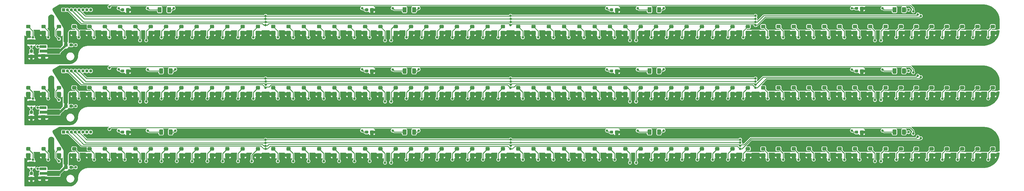
<source format=gtl>
G04 #@! TF.GenerationSoftware,KiCad,Pcbnew,(5.1.10)-1*
G04 #@! TF.CreationDate,2021-09-14T11:59:29-04:00*
G04 #@! TF.ProjectId,LED Wheel,4c454420-5768-4656-956c-2e6b69636164,rev?*
G04 #@! TF.SameCoordinates,Original*
G04 #@! TF.FileFunction,Copper,L1,Top*
G04 #@! TF.FilePolarity,Positive*
%FSLAX46Y46*%
G04 Gerber Fmt 4.6, Leading zero omitted, Abs format (unit mm)*
G04 Created by KiCad (PCBNEW (5.1.10)-1) date 2021-09-14 11:59:29*
%MOMM*%
%LPD*%
G01*
G04 APERTURE LIST*
G04 #@! TA.AperFunction,ComponentPad*
%ADD10R,1.700000X1.700000*%
G04 #@! TD*
G04 #@! TA.AperFunction,SMDPad,CuDef*
%ADD11C,0.100000*%
G04 #@! TD*
G04 #@! TA.AperFunction,SMDPad,CuDef*
%ADD12R,2.300000X0.900000*%
G04 #@! TD*
G04 #@! TA.AperFunction,ComponentPad*
%ADD13O,1.000000X1.000000*%
G04 #@! TD*
G04 #@! TA.AperFunction,ComponentPad*
%ADD14R,1.000000X1.000000*%
G04 #@! TD*
G04 #@! TA.AperFunction,ViaPad*
%ADD15C,0.800000*%
G04 #@! TD*
G04 #@! TA.AperFunction,Conductor*
%ADD16C,0.750000*%
G04 #@! TD*
G04 #@! TA.AperFunction,Conductor*
%ADD17C,0.250000*%
G04 #@! TD*
G04 #@! TA.AperFunction,Conductor*
%ADD18C,0.200000*%
G04 #@! TD*
G04 #@! TA.AperFunction,Conductor*
%ADD19C,0.100000*%
G04 #@! TD*
G04 APERTURE END LIST*
D10*
X49000000Y-120000000D03*
X49000000Y-160000000D03*
X49000000Y-140000000D03*
G04 #@! TA.AperFunction,SMDPad,CuDef*
D11*
G36*
X58300000Y-123866500D02*
G01*
X54175000Y-123866500D01*
X54175000Y-123450000D01*
X51700000Y-123450000D01*
X51700000Y-122550000D01*
X54175000Y-122550000D01*
X54175000Y-122133500D01*
X58300000Y-122133500D01*
X58300000Y-123866500D01*
G37*
G04 #@! TD.AperFunction*
D12*
X52850000Y-124500000D03*
X52850000Y-121500000D03*
G04 #@! TA.AperFunction,SMDPad,CuDef*
D11*
G36*
X58300000Y-163866500D02*
G01*
X54175000Y-163866500D01*
X54175000Y-163450000D01*
X51700000Y-163450000D01*
X51700000Y-162550000D01*
X54175000Y-162550000D01*
X54175000Y-162133500D01*
X58300000Y-162133500D01*
X58300000Y-163866500D01*
G37*
G04 #@! TD.AperFunction*
D12*
X52850000Y-164500000D03*
X52850000Y-161500000D03*
G04 #@! TA.AperFunction,SMDPad,CuDef*
D11*
G36*
X58300000Y-143866500D02*
G01*
X54175000Y-143866500D01*
X54175000Y-143450000D01*
X51700000Y-143450000D01*
X51700000Y-142550000D01*
X54175000Y-142550000D01*
X54175000Y-142133500D01*
X58300000Y-142133500D01*
X58300000Y-143866500D01*
G37*
G04 #@! TD.AperFunction*
D12*
X52850000Y-144500000D03*
X52850000Y-141500000D03*
G04 #@! TA.AperFunction,SMDPad,CuDef*
G36*
G01*
X93350000Y-110125000D02*
X93350000Y-108875000D01*
G75*
G02*
X93600000Y-108625000I250000J0D01*
G01*
X94400000Y-108625000D01*
G75*
G02*
X94650000Y-108875000I0J-250000D01*
G01*
X94650000Y-110125000D01*
G75*
G02*
X94400000Y-110375000I-250000J0D01*
G01*
X93600000Y-110375000D01*
G75*
G02*
X93350000Y-110125000I0J250000D01*
G01*
G37*
G04 #@! TD.AperFunction*
G04 #@! TA.AperFunction,SMDPad,CuDef*
G36*
G01*
X90250000Y-110125000D02*
X90250000Y-108875000D01*
G75*
G02*
X90500000Y-108625000I250000J0D01*
G01*
X91300000Y-108625000D01*
G75*
G02*
X91550000Y-108875000I0J-250000D01*
G01*
X91550000Y-110125000D01*
G75*
G02*
X91300000Y-110375000I-250000J0D01*
G01*
X90500000Y-110375000D01*
G75*
G02*
X90250000Y-110125000I0J250000D01*
G01*
G37*
G04 #@! TD.AperFunction*
G04 #@! TA.AperFunction,SMDPad,CuDef*
G36*
G01*
X173350000Y-110125000D02*
X173350000Y-108875000D01*
G75*
G02*
X173600000Y-108625000I250000J0D01*
G01*
X174400000Y-108625000D01*
G75*
G02*
X174650000Y-108875000I0J-250000D01*
G01*
X174650000Y-110125000D01*
G75*
G02*
X174400000Y-110375000I-250000J0D01*
G01*
X173600000Y-110375000D01*
G75*
G02*
X173350000Y-110125000I0J250000D01*
G01*
G37*
G04 #@! TD.AperFunction*
G04 #@! TA.AperFunction,SMDPad,CuDef*
G36*
G01*
X170250000Y-110125000D02*
X170250000Y-108875000D01*
G75*
G02*
X170500000Y-108625000I250000J0D01*
G01*
X171300000Y-108625000D01*
G75*
G02*
X171550000Y-108875000I0J-250000D01*
G01*
X171550000Y-110125000D01*
G75*
G02*
X171300000Y-110375000I-250000J0D01*
G01*
X170500000Y-110375000D01*
G75*
G02*
X170250000Y-110125000I0J250000D01*
G01*
G37*
G04 #@! TD.AperFunction*
G04 #@! TA.AperFunction,SMDPad,CuDef*
G36*
G01*
X253350000Y-110125000D02*
X253350000Y-108875000D01*
G75*
G02*
X253600000Y-108625000I250000J0D01*
G01*
X254400000Y-108625000D01*
G75*
G02*
X254650000Y-108875000I0J-250000D01*
G01*
X254650000Y-110125000D01*
G75*
G02*
X254400000Y-110375000I-250000J0D01*
G01*
X253600000Y-110375000D01*
G75*
G02*
X253350000Y-110125000I0J250000D01*
G01*
G37*
G04 #@! TD.AperFunction*
G04 #@! TA.AperFunction,SMDPad,CuDef*
G36*
G01*
X250250000Y-110125000D02*
X250250000Y-108875000D01*
G75*
G02*
X250500000Y-108625000I250000J0D01*
G01*
X251300000Y-108625000D01*
G75*
G02*
X251550000Y-108875000I0J-250000D01*
G01*
X251550000Y-110125000D01*
G75*
G02*
X251300000Y-110375000I-250000J0D01*
G01*
X250500000Y-110375000D01*
G75*
G02*
X250250000Y-110125000I0J250000D01*
G01*
G37*
G04 #@! TD.AperFunction*
G04 #@! TA.AperFunction,SMDPad,CuDef*
G36*
G01*
X333350000Y-110125000D02*
X333350000Y-108875000D01*
G75*
G02*
X333600000Y-108625000I250000J0D01*
G01*
X334400000Y-108625000D01*
G75*
G02*
X334650000Y-108875000I0J-250000D01*
G01*
X334650000Y-110125000D01*
G75*
G02*
X334400000Y-110375000I-250000J0D01*
G01*
X333600000Y-110375000D01*
G75*
G02*
X333350000Y-110125000I0J250000D01*
G01*
G37*
G04 #@! TD.AperFunction*
G04 #@! TA.AperFunction,SMDPad,CuDef*
G36*
G01*
X330250000Y-110125000D02*
X330250000Y-108875000D01*
G75*
G02*
X330500000Y-108625000I250000J0D01*
G01*
X331300000Y-108625000D01*
G75*
G02*
X331550000Y-108875000I0J-250000D01*
G01*
X331550000Y-110125000D01*
G75*
G02*
X331300000Y-110375000I-250000J0D01*
G01*
X330500000Y-110375000D01*
G75*
G02*
X330250000Y-110125000I0J250000D01*
G01*
G37*
G04 #@! TD.AperFunction*
G04 #@! TA.AperFunction,SMDPad,CuDef*
G36*
G01*
X93850000Y-150125000D02*
X93850000Y-148875000D01*
G75*
G02*
X94100000Y-148625000I250000J0D01*
G01*
X94900000Y-148625000D01*
G75*
G02*
X95150000Y-148875000I0J-250000D01*
G01*
X95150000Y-150125000D01*
G75*
G02*
X94900000Y-150375000I-250000J0D01*
G01*
X94100000Y-150375000D01*
G75*
G02*
X93850000Y-150125000I0J250000D01*
G01*
G37*
G04 #@! TD.AperFunction*
G04 #@! TA.AperFunction,SMDPad,CuDef*
G36*
G01*
X90750000Y-150125000D02*
X90750000Y-148875000D01*
G75*
G02*
X91000000Y-148625000I250000J0D01*
G01*
X91800000Y-148625000D01*
G75*
G02*
X92050000Y-148875000I0J-250000D01*
G01*
X92050000Y-150125000D01*
G75*
G02*
X91800000Y-150375000I-250000J0D01*
G01*
X91000000Y-150375000D01*
G75*
G02*
X90750000Y-150125000I0J250000D01*
G01*
G37*
G04 #@! TD.AperFunction*
G04 #@! TA.AperFunction,SMDPad,CuDef*
G36*
G01*
X173350000Y-150125000D02*
X173350000Y-148875000D01*
G75*
G02*
X173600000Y-148625000I250000J0D01*
G01*
X174400000Y-148625000D01*
G75*
G02*
X174650000Y-148875000I0J-250000D01*
G01*
X174650000Y-150125000D01*
G75*
G02*
X174400000Y-150375000I-250000J0D01*
G01*
X173600000Y-150375000D01*
G75*
G02*
X173350000Y-150125000I0J250000D01*
G01*
G37*
G04 #@! TD.AperFunction*
G04 #@! TA.AperFunction,SMDPad,CuDef*
G36*
G01*
X170250000Y-150125000D02*
X170250000Y-148875000D01*
G75*
G02*
X170500000Y-148625000I250000J0D01*
G01*
X171300000Y-148625000D01*
G75*
G02*
X171550000Y-148875000I0J-250000D01*
G01*
X171550000Y-150125000D01*
G75*
G02*
X171300000Y-150375000I-250000J0D01*
G01*
X170500000Y-150375000D01*
G75*
G02*
X170250000Y-150125000I0J250000D01*
G01*
G37*
G04 #@! TD.AperFunction*
G04 #@! TA.AperFunction,SMDPad,CuDef*
G36*
G01*
X253350000Y-150125000D02*
X253350000Y-148875000D01*
G75*
G02*
X253600000Y-148625000I250000J0D01*
G01*
X254400000Y-148625000D01*
G75*
G02*
X254650000Y-148875000I0J-250000D01*
G01*
X254650000Y-150125000D01*
G75*
G02*
X254400000Y-150375000I-250000J0D01*
G01*
X253600000Y-150375000D01*
G75*
G02*
X253350000Y-150125000I0J250000D01*
G01*
G37*
G04 #@! TD.AperFunction*
G04 #@! TA.AperFunction,SMDPad,CuDef*
G36*
G01*
X250250000Y-150125000D02*
X250250000Y-148875000D01*
G75*
G02*
X250500000Y-148625000I250000J0D01*
G01*
X251300000Y-148625000D01*
G75*
G02*
X251550000Y-148875000I0J-250000D01*
G01*
X251550000Y-150125000D01*
G75*
G02*
X251300000Y-150375000I-250000J0D01*
G01*
X250500000Y-150375000D01*
G75*
G02*
X250250000Y-150125000I0J250000D01*
G01*
G37*
G04 #@! TD.AperFunction*
G04 #@! TA.AperFunction,SMDPad,CuDef*
G36*
G01*
X333350000Y-150125000D02*
X333350000Y-148875000D01*
G75*
G02*
X333600000Y-148625000I250000J0D01*
G01*
X334400000Y-148625000D01*
G75*
G02*
X334650000Y-148875000I0J-250000D01*
G01*
X334650000Y-150125000D01*
G75*
G02*
X334400000Y-150375000I-250000J0D01*
G01*
X333600000Y-150375000D01*
G75*
G02*
X333350000Y-150125000I0J250000D01*
G01*
G37*
G04 #@! TD.AperFunction*
G04 #@! TA.AperFunction,SMDPad,CuDef*
G36*
G01*
X330250000Y-150125000D02*
X330250000Y-148875000D01*
G75*
G02*
X330500000Y-148625000I250000J0D01*
G01*
X331300000Y-148625000D01*
G75*
G02*
X331550000Y-148875000I0J-250000D01*
G01*
X331550000Y-150125000D01*
G75*
G02*
X331300000Y-150375000I-250000J0D01*
G01*
X330500000Y-150375000D01*
G75*
G02*
X330250000Y-150125000I0J250000D01*
G01*
G37*
G04 #@! TD.AperFunction*
G04 #@! TA.AperFunction,SMDPad,CuDef*
G36*
G01*
X93850000Y-130125000D02*
X93850000Y-128875000D01*
G75*
G02*
X94100000Y-128625000I250000J0D01*
G01*
X94900000Y-128625000D01*
G75*
G02*
X95150000Y-128875000I0J-250000D01*
G01*
X95150000Y-130125000D01*
G75*
G02*
X94900000Y-130375000I-250000J0D01*
G01*
X94100000Y-130375000D01*
G75*
G02*
X93850000Y-130125000I0J250000D01*
G01*
G37*
G04 #@! TD.AperFunction*
G04 #@! TA.AperFunction,SMDPad,CuDef*
G36*
G01*
X90750000Y-130125000D02*
X90750000Y-128875000D01*
G75*
G02*
X91000000Y-128625000I250000J0D01*
G01*
X91800000Y-128625000D01*
G75*
G02*
X92050000Y-128875000I0J-250000D01*
G01*
X92050000Y-130125000D01*
G75*
G02*
X91800000Y-130375000I-250000J0D01*
G01*
X91000000Y-130375000D01*
G75*
G02*
X90750000Y-130125000I0J250000D01*
G01*
G37*
G04 #@! TD.AperFunction*
G04 #@! TA.AperFunction,SMDPad,CuDef*
G36*
G01*
X173350000Y-130125000D02*
X173350000Y-128875000D01*
G75*
G02*
X173600000Y-128625000I250000J0D01*
G01*
X174400000Y-128625000D01*
G75*
G02*
X174650000Y-128875000I0J-250000D01*
G01*
X174650000Y-130125000D01*
G75*
G02*
X174400000Y-130375000I-250000J0D01*
G01*
X173600000Y-130375000D01*
G75*
G02*
X173350000Y-130125000I0J250000D01*
G01*
G37*
G04 #@! TD.AperFunction*
G04 #@! TA.AperFunction,SMDPad,CuDef*
G36*
G01*
X170250000Y-130125000D02*
X170250000Y-128875000D01*
G75*
G02*
X170500000Y-128625000I250000J0D01*
G01*
X171300000Y-128625000D01*
G75*
G02*
X171550000Y-128875000I0J-250000D01*
G01*
X171550000Y-130125000D01*
G75*
G02*
X171300000Y-130375000I-250000J0D01*
G01*
X170500000Y-130375000D01*
G75*
G02*
X170250000Y-130125000I0J250000D01*
G01*
G37*
G04 #@! TD.AperFunction*
G04 #@! TA.AperFunction,SMDPad,CuDef*
G36*
G01*
X253350000Y-130125000D02*
X253350000Y-128875000D01*
G75*
G02*
X253600000Y-128625000I250000J0D01*
G01*
X254400000Y-128625000D01*
G75*
G02*
X254650000Y-128875000I0J-250000D01*
G01*
X254650000Y-130125000D01*
G75*
G02*
X254400000Y-130375000I-250000J0D01*
G01*
X253600000Y-130375000D01*
G75*
G02*
X253350000Y-130125000I0J250000D01*
G01*
G37*
G04 #@! TD.AperFunction*
G04 #@! TA.AperFunction,SMDPad,CuDef*
G36*
G01*
X250250000Y-130125000D02*
X250250000Y-128875000D01*
G75*
G02*
X250500000Y-128625000I250000J0D01*
G01*
X251300000Y-128625000D01*
G75*
G02*
X251550000Y-128875000I0J-250000D01*
G01*
X251550000Y-130125000D01*
G75*
G02*
X251300000Y-130375000I-250000J0D01*
G01*
X250500000Y-130375000D01*
G75*
G02*
X250250000Y-130125000I0J250000D01*
G01*
G37*
G04 #@! TD.AperFunction*
G04 #@! TA.AperFunction,SMDPad,CuDef*
G36*
G01*
X333350000Y-130125000D02*
X333350000Y-128875000D01*
G75*
G02*
X333600000Y-128625000I250000J0D01*
G01*
X334400000Y-128625000D01*
G75*
G02*
X334650000Y-128875000I0J-250000D01*
G01*
X334650000Y-130125000D01*
G75*
G02*
X334400000Y-130375000I-250000J0D01*
G01*
X333600000Y-130375000D01*
G75*
G02*
X333350000Y-130125000I0J250000D01*
G01*
G37*
G04 #@! TD.AperFunction*
G04 #@! TA.AperFunction,SMDPad,CuDef*
G36*
G01*
X330250000Y-130125000D02*
X330250000Y-128875000D01*
G75*
G02*
X330500000Y-128625000I250000J0D01*
G01*
X331300000Y-128625000D01*
G75*
G02*
X331550000Y-128875000I0J-250000D01*
G01*
X331550000Y-130125000D01*
G75*
G02*
X331300000Y-130375000I-250000J0D01*
G01*
X330500000Y-130375000D01*
G75*
G02*
X330250000Y-130125000I0J250000D01*
G01*
G37*
G04 #@! TD.AperFunction*
D13*
X68390000Y-149500000D03*
X67120000Y-149500000D03*
X65850000Y-149500000D03*
X64580000Y-149500000D03*
X63310000Y-149500000D03*
X62040000Y-149500000D03*
X60770000Y-149500000D03*
D14*
X59500000Y-149500000D03*
D13*
X68390000Y-109500000D03*
X67120000Y-109500000D03*
X65850000Y-109500000D03*
X64580000Y-109500000D03*
X63310000Y-109500000D03*
X62040000Y-109500000D03*
X60770000Y-109500000D03*
D14*
X59500000Y-109500000D03*
D13*
X68390000Y-129500000D03*
X67120000Y-129500000D03*
X65850000Y-129500000D03*
X64580000Y-129500000D03*
X63310000Y-129500000D03*
X62040000Y-129500000D03*
X60770000Y-129500000D03*
D14*
X59500000Y-129500000D03*
G04 #@! TA.AperFunction,SMDPad,CuDef*
G36*
G01*
X62549999Y-116450000D02*
X63450001Y-116450000D01*
G75*
G02*
X63700000Y-116699999I0J-249999D01*
G01*
X63700000Y-117350001D01*
G75*
G02*
X63450001Y-117600000I-249999J0D01*
G01*
X62549999Y-117600000D01*
G75*
G02*
X62300000Y-117350001I0J249999D01*
G01*
X62300000Y-116699999D01*
G75*
G02*
X62549999Y-116450000I249999J0D01*
G01*
G37*
G04 #@! TD.AperFunction*
G04 #@! TA.AperFunction,SMDPad,CuDef*
G36*
G01*
X62549999Y-114400000D02*
X63450001Y-114400000D01*
G75*
G02*
X63700000Y-114649999I0J-249999D01*
G01*
X63700000Y-115300001D01*
G75*
G02*
X63450001Y-115550000I-249999J0D01*
G01*
X62549999Y-115550000D01*
G75*
G02*
X62300000Y-115300001I0J249999D01*
G01*
X62300000Y-114649999D01*
G75*
G02*
X62549999Y-114400000I249999J0D01*
G01*
G37*
G04 #@! TD.AperFunction*
G04 #@! TA.AperFunction,SMDPad,CuDef*
G36*
G01*
X82549999Y-116450000D02*
X83450001Y-116450000D01*
G75*
G02*
X83700000Y-116699999I0J-249999D01*
G01*
X83700000Y-117350001D01*
G75*
G02*
X83450001Y-117600000I-249999J0D01*
G01*
X82549999Y-117600000D01*
G75*
G02*
X82300000Y-117350001I0J249999D01*
G01*
X82300000Y-116699999D01*
G75*
G02*
X82549999Y-116450000I249999J0D01*
G01*
G37*
G04 #@! TD.AperFunction*
G04 #@! TA.AperFunction,SMDPad,CuDef*
G36*
G01*
X82549999Y-114400000D02*
X83450001Y-114400000D01*
G75*
G02*
X83700000Y-114649999I0J-249999D01*
G01*
X83700000Y-115300001D01*
G75*
G02*
X83450001Y-115550000I-249999J0D01*
G01*
X82549999Y-115550000D01*
G75*
G02*
X82300000Y-115300001I0J249999D01*
G01*
X82300000Y-114649999D01*
G75*
G02*
X82549999Y-114400000I249999J0D01*
G01*
G37*
G04 #@! TD.AperFunction*
G04 #@! TA.AperFunction,SMDPad,CuDef*
G36*
G01*
X102549999Y-116450000D02*
X103450001Y-116450000D01*
G75*
G02*
X103700000Y-116699999I0J-249999D01*
G01*
X103700000Y-117350001D01*
G75*
G02*
X103450001Y-117600000I-249999J0D01*
G01*
X102549999Y-117600000D01*
G75*
G02*
X102300000Y-117350001I0J249999D01*
G01*
X102300000Y-116699999D01*
G75*
G02*
X102549999Y-116450000I249999J0D01*
G01*
G37*
G04 #@! TD.AperFunction*
G04 #@! TA.AperFunction,SMDPad,CuDef*
G36*
G01*
X102549999Y-114400000D02*
X103450001Y-114400000D01*
G75*
G02*
X103700000Y-114649999I0J-249999D01*
G01*
X103700000Y-115300001D01*
G75*
G02*
X103450001Y-115550000I-249999J0D01*
G01*
X102549999Y-115550000D01*
G75*
G02*
X102300000Y-115300001I0J249999D01*
G01*
X102300000Y-114649999D01*
G75*
G02*
X102549999Y-114400000I249999J0D01*
G01*
G37*
G04 #@! TD.AperFunction*
G04 #@! TA.AperFunction,SMDPad,CuDef*
G36*
G01*
X122549999Y-116450000D02*
X123450001Y-116450000D01*
G75*
G02*
X123700000Y-116699999I0J-249999D01*
G01*
X123700000Y-117350001D01*
G75*
G02*
X123450001Y-117600000I-249999J0D01*
G01*
X122549999Y-117600000D01*
G75*
G02*
X122300000Y-117350001I0J249999D01*
G01*
X122300000Y-116699999D01*
G75*
G02*
X122549999Y-116450000I249999J0D01*
G01*
G37*
G04 #@! TD.AperFunction*
G04 #@! TA.AperFunction,SMDPad,CuDef*
G36*
G01*
X122549999Y-114400000D02*
X123450001Y-114400000D01*
G75*
G02*
X123700000Y-114649999I0J-249999D01*
G01*
X123700000Y-115300001D01*
G75*
G02*
X123450001Y-115550000I-249999J0D01*
G01*
X122549999Y-115550000D01*
G75*
G02*
X122300000Y-115300001I0J249999D01*
G01*
X122300000Y-114649999D01*
G75*
G02*
X122549999Y-114400000I249999J0D01*
G01*
G37*
G04 #@! TD.AperFunction*
G04 #@! TA.AperFunction,SMDPad,CuDef*
G36*
G01*
X142549999Y-116450000D02*
X143450001Y-116450000D01*
G75*
G02*
X143700000Y-116699999I0J-249999D01*
G01*
X143700000Y-117350001D01*
G75*
G02*
X143450001Y-117600000I-249999J0D01*
G01*
X142549999Y-117600000D01*
G75*
G02*
X142300000Y-117350001I0J249999D01*
G01*
X142300000Y-116699999D01*
G75*
G02*
X142549999Y-116450000I249999J0D01*
G01*
G37*
G04 #@! TD.AperFunction*
G04 #@! TA.AperFunction,SMDPad,CuDef*
G36*
G01*
X142549999Y-114400000D02*
X143450001Y-114400000D01*
G75*
G02*
X143700000Y-114649999I0J-249999D01*
G01*
X143700000Y-115300001D01*
G75*
G02*
X143450001Y-115550000I-249999J0D01*
G01*
X142549999Y-115550000D01*
G75*
G02*
X142300000Y-115300001I0J249999D01*
G01*
X142300000Y-114649999D01*
G75*
G02*
X142549999Y-114400000I249999J0D01*
G01*
G37*
G04 #@! TD.AperFunction*
G04 #@! TA.AperFunction,SMDPad,CuDef*
G36*
G01*
X162549999Y-116450000D02*
X163450001Y-116450000D01*
G75*
G02*
X163700000Y-116699999I0J-249999D01*
G01*
X163700000Y-117350001D01*
G75*
G02*
X163450001Y-117600000I-249999J0D01*
G01*
X162549999Y-117600000D01*
G75*
G02*
X162300000Y-117350001I0J249999D01*
G01*
X162300000Y-116699999D01*
G75*
G02*
X162549999Y-116450000I249999J0D01*
G01*
G37*
G04 #@! TD.AperFunction*
G04 #@! TA.AperFunction,SMDPad,CuDef*
G36*
G01*
X162549999Y-114400000D02*
X163450001Y-114400000D01*
G75*
G02*
X163700000Y-114649999I0J-249999D01*
G01*
X163700000Y-115300001D01*
G75*
G02*
X163450001Y-115550000I-249999J0D01*
G01*
X162549999Y-115550000D01*
G75*
G02*
X162300000Y-115300001I0J249999D01*
G01*
X162300000Y-114649999D01*
G75*
G02*
X162549999Y-114400000I249999J0D01*
G01*
G37*
G04 #@! TD.AperFunction*
G04 #@! TA.AperFunction,SMDPad,CuDef*
G36*
G01*
X182549999Y-116450000D02*
X183450001Y-116450000D01*
G75*
G02*
X183700000Y-116699999I0J-249999D01*
G01*
X183700000Y-117350001D01*
G75*
G02*
X183450001Y-117600000I-249999J0D01*
G01*
X182549999Y-117600000D01*
G75*
G02*
X182300000Y-117350001I0J249999D01*
G01*
X182300000Y-116699999D01*
G75*
G02*
X182549999Y-116450000I249999J0D01*
G01*
G37*
G04 #@! TD.AperFunction*
G04 #@! TA.AperFunction,SMDPad,CuDef*
G36*
G01*
X182549999Y-114400000D02*
X183450001Y-114400000D01*
G75*
G02*
X183700000Y-114649999I0J-249999D01*
G01*
X183700000Y-115300001D01*
G75*
G02*
X183450001Y-115550000I-249999J0D01*
G01*
X182549999Y-115550000D01*
G75*
G02*
X182300000Y-115300001I0J249999D01*
G01*
X182300000Y-114649999D01*
G75*
G02*
X182549999Y-114400000I249999J0D01*
G01*
G37*
G04 #@! TD.AperFunction*
G04 #@! TA.AperFunction,SMDPad,CuDef*
G36*
G01*
X202549999Y-116450000D02*
X203450001Y-116450000D01*
G75*
G02*
X203700000Y-116699999I0J-249999D01*
G01*
X203700000Y-117350001D01*
G75*
G02*
X203450001Y-117600000I-249999J0D01*
G01*
X202549999Y-117600000D01*
G75*
G02*
X202300000Y-117350001I0J249999D01*
G01*
X202300000Y-116699999D01*
G75*
G02*
X202549999Y-116450000I249999J0D01*
G01*
G37*
G04 #@! TD.AperFunction*
G04 #@! TA.AperFunction,SMDPad,CuDef*
G36*
G01*
X202549999Y-114400000D02*
X203450001Y-114400000D01*
G75*
G02*
X203700000Y-114649999I0J-249999D01*
G01*
X203700000Y-115300001D01*
G75*
G02*
X203450001Y-115550000I-249999J0D01*
G01*
X202549999Y-115550000D01*
G75*
G02*
X202300000Y-115300001I0J249999D01*
G01*
X202300000Y-114649999D01*
G75*
G02*
X202549999Y-114400000I249999J0D01*
G01*
G37*
G04 #@! TD.AperFunction*
G04 #@! TA.AperFunction,SMDPad,CuDef*
G36*
G01*
X57549999Y-116450000D02*
X58450001Y-116450000D01*
G75*
G02*
X58700000Y-116699999I0J-249999D01*
G01*
X58700000Y-117350001D01*
G75*
G02*
X58450001Y-117600000I-249999J0D01*
G01*
X57549999Y-117600000D01*
G75*
G02*
X57300000Y-117350001I0J249999D01*
G01*
X57300000Y-116699999D01*
G75*
G02*
X57549999Y-116450000I249999J0D01*
G01*
G37*
G04 #@! TD.AperFunction*
G04 #@! TA.AperFunction,SMDPad,CuDef*
G36*
G01*
X57549999Y-114400000D02*
X58450001Y-114400000D01*
G75*
G02*
X58700000Y-114649999I0J-249999D01*
G01*
X58700000Y-115300001D01*
G75*
G02*
X58450001Y-115550000I-249999J0D01*
G01*
X57549999Y-115550000D01*
G75*
G02*
X57300000Y-115300001I0J249999D01*
G01*
X57300000Y-114649999D01*
G75*
G02*
X57549999Y-114400000I249999J0D01*
G01*
G37*
G04 #@! TD.AperFunction*
G04 #@! TA.AperFunction,SMDPad,CuDef*
G36*
G01*
X77549999Y-116450000D02*
X78450001Y-116450000D01*
G75*
G02*
X78700000Y-116699999I0J-249999D01*
G01*
X78700000Y-117350001D01*
G75*
G02*
X78450001Y-117600000I-249999J0D01*
G01*
X77549999Y-117600000D01*
G75*
G02*
X77300000Y-117350001I0J249999D01*
G01*
X77300000Y-116699999D01*
G75*
G02*
X77549999Y-116450000I249999J0D01*
G01*
G37*
G04 #@! TD.AperFunction*
G04 #@! TA.AperFunction,SMDPad,CuDef*
G36*
G01*
X77549999Y-114400000D02*
X78450001Y-114400000D01*
G75*
G02*
X78700000Y-114649999I0J-249999D01*
G01*
X78700000Y-115300001D01*
G75*
G02*
X78450001Y-115550000I-249999J0D01*
G01*
X77549999Y-115550000D01*
G75*
G02*
X77300000Y-115300001I0J249999D01*
G01*
X77300000Y-114649999D01*
G75*
G02*
X77549999Y-114400000I249999J0D01*
G01*
G37*
G04 #@! TD.AperFunction*
G04 #@! TA.AperFunction,SMDPad,CuDef*
G36*
G01*
X97549999Y-116450000D02*
X98450001Y-116450000D01*
G75*
G02*
X98700000Y-116699999I0J-249999D01*
G01*
X98700000Y-117350001D01*
G75*
G02*
X98450001Y-117600000I-249999J0D01*
G01*
X97549999Y-117600000D01*
G75*
G02*
X97300000Y-117350001I0J249999D01*
G01*
X97300000Y-116699999D01*
G75*
G02*
X97549999Y-116450000I249999J0D01*
G01*
G37*
G04 #@! TD.AperFunction*
G04 #@! TA.AperFunction,SMDPad,CuDef*
G36*
G01*
X97549999Y-114400000D02*
X98450001Y-114400000D01*
G75*
G02*
X98700000Y-114649999I0J-249999D01*
G01*
X98700000Y-115300001D01*
G75*
G02*
X98450001Y-115550000I-249999J0D01*
G01*
X97549999Y-115550000D01*
G75*
G02*
X97300000Y-115300001I0J249999D01*
G01*
X97300000Y-114649999D01*
G75*
G02*
X97549999Y-114400000I249999J0D01*
G01*
G37*
G04 #@! TD.AperFunction*
G04 #@! TA.AperFunction,SMDPad,CuDef*
G36*
G01*
X117549999Y-116450000D02*
X118450001Y-116450000D01*
G75*
G02*
X118700000Y-116699999I0J-249999D01*
G01*
X118700000Y-117350001D01*
G75*
G02*
X118450001Y-117600000I-249999J0D01*
G01*
X117549999Y-117600000D01*
G75*
G02*
X117300000Y-117350001I0J249999D01*
G01*
X117300000Y-116699999D01*
G75*
G02*
X117549999Y-116450000I249999J0D01*
G01*
G37*
G04 #@! TD.AperFunction*
G04 #@! TA.AperFunction,SMDPad,CuDef*
G36*
G01*
X117549999Y-114400000D02*
X118450001Y-114400000D01*
G75*
G02*
X118700000Y-114649999I0J-249999D01*
G01*
X118700000Y-115300001D01*
G75*
G02*
X118450001Y-115550000I-249999J0D01*
G01*
X117549999Y-115550000D01*
G75*
G02*
X117300000Y-115300001I0J249999D01*
G01*
X117300000Y-114649999D01*
G75*
G02*
X117549999Y-114400000I249999J0D01*
G01*
G37*
G04 #@! TD.AperFunction*
G04 #@! TA.AperFunction,SMDPad,CuDef*
G36*
G01*
X137549999Y-116450000D02*
X138450001Y-116450000D01*
G75*
G02*
X138700000Y-116699999I0J-249999D01*
G01*
X138700000Y-117350001D01*
G75*
G02*
X138450001Y-117600000I-249999J0D01*
G01*
X137549999Y-117600000D01*
G75*
G02*
X137300000Y-117350001I0J249999D01*
G01*
X137300000Y-116699999D01*
G75*
G02*
X137549999Y-116450000I249999J0D01*
G01*
G37*
G04 #@! TD.AperFunction*
G04 #@! TA.AperFunction,SMDPad,CuDef*
G36*
G01*
X137549999Y-114400000D02*
X138450001Y-114400000D01*
G75*
G02*
X138700000Y-114649999I0J-249999D01*
G01*
X138700000Y-115300001D01*
G75*
G02*
X138450001Y-115550000I-249999J0D01*
G01*
X137549999Y-115550000D01*
G75*
G02*
X137300000Y-115300001I0J249999D01*
G01*
X137300000Y-114649999D01*
G75*
G02*
X137549999Y-114400000I249999J0D01*
G01*
G37*
G04 #@! TD.AperFunction*
G04 #@! TA.AperFunction,SMDPad,CuDef*
G36*
G01*
X157549999Y-116450000D02*
X158450001Y-116450000D01*
G75*
G02*
X158700000Y-116699999I0J-249999D01*
G01*
X158700000Y-117350001D01*
G75*
G02*
X158450001Y-117600000I-249999J0D01*
G01*
X157549999Y-117600000D01*
G75*
G02*
X157300000Y-117350001I0J249999D01*
G01*
X157300000Y-116699999D01*
G75*
G02*
X157549999Y-116450000I249999J0D01*
G01*
G37*
G04 #@! TD.AperFunction*
G04 #@! TA.AperFunction,SMDPad,CuDef*
G36*
G01*
X157549999Y-114400000D02*
X158450001Y-114400000D01*
G75*
G02*
X158700000Y-114649999I0J-249999D01*
G01*
X158700000Y-115300001D01*
G75*
G02*
X158450001Y-115550000I-249999J0D01*
G01*
X157549999Y-115550000D01*
G75*
G02*
X157300000Y-115300001I0J249999D01*
G01*
X157300000Y-114649999D01*
G75*
G02*
X157549999Y-114400000I249999J0D01*
G01*
G37*
G04 #@! TD.AperFunction*
G04 #@! TA.AperFunction,SMDPad,CuDef*
G36*
G01*
X177549999Y-116450000D02*
X178450001Y-116450000D01*
G75*
G02*
X178700000Y-116699999I0J-249999D01*
G01*
X178700000Y-117350001D01*
G75*
G02*
X178450001Y-117600000I-249999J0D01*
G01*
X177549999Y-117600000D01*
G75*
G02*
X177300000Y-117350001I0J249999D01*
G01*
X177300000Y-116699999D01*
G75*
G02*
X177549999Y-116450000I249999J0D01*
G01*
G37*
G04 #@! TD.AperFunction*
G04 #@! TA.AperFunction,SMDPad,CuDef*
G36*
G01*
X177549999Y-114400000D02*
X178450001Y-114400000D01*
G75*
G02*
X178700000Y-114649999I0J-249999D01*
G01*
X178700000Y-115300001D01*
G75*
G02*
X178450001Y-115550000I-249999J0D01*
G01*
X177549999Y-115550000D01*
G75*
G02*
X177300000Y-115300001I0J249999D01*
G01*
X177300000Y-114649999D01*
G75*
G02*
X177549999Y-114400000I249999J0D01*
G01*
G37*
G04 #@! TD.AperFunction*
G04 #@! TA.AperFunction,SMDPad,CuDef*
G36*
G01*
X197549999Y-116450000D02*
X198450001Y-116450000D01*
G75*
G02*
X198700000Y-116699999I0J-249999D01*
G01*
X198700000Y-117350001D01*
G75*
G02*
X198450001Y-117600000I-249999J0D01*
G01*
X197549999Y-117600000D01*
G75*
G02*
X197300000Y-117350001I0J249999D01*
G01*
X197300000Y-116699999D01*
G75*
G02*
X197549999Y-116450000I249999J0D01*
G01*
G37*
G04 #@! TD.AperFunction*
G04 #@! TA.AperFunction,SMDPad,CuDef*
G36*
G01*
X197549999Y-114400000D02*
X198450001Y-114400000D01*
G75*
G02*
X198700000Y-114649999I0J-249999D01*
G01*
X198700000Y-115300001D01*
G75*
G02*
X198450001Y-115550000I-249999J0D01*
G01*
X197549999Y-115550000D01*
G75*
G02*
X197300000Y-115300001I0J249999D01*
G01*
X197300000Y-114649999D01*
G75*
G02*
X197549999Y-114400000I249999J0D01*
G01*
G37*
G04 #@! TD.AperFunction*
G04 #@! TA.AperFunction,SMDPad,CuDef*
G36*
G01*
X52549999Y-116450000D02*
X53450001Y-116450000D01*
G75*
G02*
X53700000Y-116699999I0J-249999D01*
G01*
X53700000Y-117350001D01*
G75*
G02*
X53450001Y-117600000I-249999J0D01*
G01*
X52549999Y-117600000D01*
G75*
G02*
X52300000Y-117350001I0J249999D01*
G01*
X52300000Y-116699999D01*
G75*
G02*
X52549999Y-116450000I249999J0D01*
G01*
G37*
G04 #@! TD.AperFunction*
G04 #@! TA.AperFunction,SMDPad,CuDef*
G36*
G01*
X52549999Y-114400000D02*
X53450001Y-114400000D01*
G75*
G02*
X53700000Y-114649999I0J-249999D01*
G01*
X53700000Y-115300001D01*
G75*
G02*
X53450001Y-115550000I-249999J0D01*
G01*
X52549999Y-115550000D01*
G75*
G02*
X52300000Y-115300001I0J249999D01*
G01*
X52300000Y-114649999D01*
G75*
G02*
X52549999Y-114400000I249999J0D01*
G01*
G37*
G04 #@! TD.AperFunction*
G04 #@! TA.AperFunction,SMDPad,CuDef*
G36*
G01*
X72549999Y-116450000D02*
X73450001Y-116450000D01*
G75*
G02*
X73700000Y-116699999I0J-249999D01*
G01*
X73700000Y-117350001D01*
G75*
G02*
X73450001Y-117600000I-249999J0D01*
G01*
X72549999Y-117600000D01*
G75*
G02*
X72300000Y-117350001I0J249999D01*
G01*
X72300000Y-116699999D01*
G75*
G02*
X72549999Y-116450000I249999J0D01*
G01*
G37*
G04 #@! TD.AperFunction*
G04 #@! TA.AperFunction,SMDPad,CuDef*
G36*
G01*
X72549999Y-114400000D02*
X73450001Y-114400000D01*
G75*
G02*
X73700000Y-114649999I0J-249999D01*
G01*
X73700000Y-115300001D01*
G75*
G02*
X73450001Y-115550000I-249999J0D01*
G01*
X72549999Y-115550000D01*
G75*
G02*
X72300000Y-115300001I0J249999D01*
G01*
X72300000Y-114649999D01*
G75*
G02*
X72549999Y-114400000I249999J0D01*
G01*
G37*
G04 #@! TD.AperFunction*
G04 #@! TA.AperFunction,SMDPad,CuDef*
G36*
G01*
X92549999Y-116450000D02*
X93450001Y-116450000D01*
G75*
G02*
X93700000Y-116699999I0J-249999D01*
G01*
X93700000Y-117350001D01*
G75*
G02*
X93450001Y-117600000I-249999J0D01*
G01*
X92549999Y-117600000D01*
G75*
G02*
X92300000Y-117350001I0J249999D01*
G01*
X92300000Y-116699999D01*
G75*
G02*
X92549999Y-116450000I249999J0D01*
G01*
G37*
G04 #@! TD.AperFunction*
G04 #@! TA.AperFunction,SMDPad,CuDef*
G36*
G01*
X92549999Y-114400000D02*
X93450001Y-114400000D01*
G75*
G02*
X93700000Y-114649999I0J-249999D01*
G01*
X93700000Y-115300001D01*
G75*
G02*
X93450001Y-115550000I-249999J0D01*
G01*
X92549999Y-115550000D01*
G75*
G02*
X92300000Y-115300001I0J249999D01*
G01*
X92300000Y-114649999D01*
G75*
G02*
X92549999Y-114400000I249999J0D01*
G01*
G37*
G04 #@! TD.AperFunction*
G04 #@! TA.AperFunction,SMDPad,CuDef*
G36*
G01*
X112549999Y-116450000D02*
X113450001Y-116450000D01*
G75*
G02*
X113700000Y-116699999I0J-249999D01*
G01*
X113700000Y-117350001D01*
G75*
G02*
X113450001Y-117600000I-249999J0D01*
G01*
X112549999Y-117600000D01*
G75*
G02*
X112300000Y-117350001I0J249999D01*
G01*
X112300000Y-116699999D01*
G75*
G02*
X112549999Y-116450000I249999J0D01*
G01*
G37*
G04 #@! TD.AperFunction*
G04 #@! TA.AperFunction,SMDPad,CuDef*
G36*
G01*
X112549999Y-114400000D02*
X113450001Y-114400000D01*
G75*
G02*
X113700000Y-114649999I0J-249999D01*
G01*
X113700000Y-115300001D01*
G75*
G02*
X113450001Y-115550000I-249999J0D01*
G01*
X112549999Y-115550000D01*
G75*
G02*
X112300000Y-115300001I0J249999D01*
G01*
X112300000Y-114649999D01*
G75*
G02*
X112549999Y-114400000I249999J0D01*
G01*
G37*
G04 #@! TD.AperFunction*
G04 #@! TA.AperFunction,SMDPad,CuDef*
G36*
G01*
X132549999Y-116450000D02*
X133450001Y-116450000D01*
G75*
G02*
X133700000Y-116699999I0J-249999D01*
G01*
X133700000Y-117350001D01*
G75*
G02*
X133450001Y-117600000I-249999J0D01*
G01*
X132549999Y-117600000D01*
G75*
G02*
X132300000Y-117350001I0J249999D01*
G01*
X132300000Y-116699999D01*
G75*
G02*
X132549999Y-116450000I249999J0D01*
G01*
G37*
G04 #@! TD.AperFunction*
G04 #@! TA.AperFunction,SMDPad,CuDef*
G36*
G01*
X132549999Y-114400000D02*
X133450001Y-114400000D01*
G75*
G02*
X133700000Y-114649999I0J-249999D01*
G01*
X133700000Y-115300001D01*
G75*
G02*
X133450001Y-115550000I-249999J0D01*
G01*
X132549999Y-115550000D01*
G75*
G02*
X132300000Y-115300001I0J249999D01*
G01*
X132300000Y-114649999D01*
G75*
G02*
X132549999Y-114400000I249999J0D01*
G01*
G37*
G04 #@! TD.AperFunction*
G04 #@! TA.AperFunction,SMDPad,CuDef*
G36*
G01*
X152549999Y-116450000D02*
X153450001Y-116450000D01*
G75*
G02*
X153700000Y-116699999I0J-249999D01*
G01*
X153700000Y-117350001D01*
G75*
G02*
X153450001Y-117600000I-249999J0D01*
G01*
X152549999Y-117600000D01*
G75*
G02*
X152300000Y-117350001I0J249999D01*
G01*
X152300000Y-116699999D01*
G75*
G02*
X152549999Y-116450000I249999J0D01*
G01*
G37*
G04 #@! TD.AperFunction*
G04 #@! TA.AperFunction,SMDPad,CuDef*
G36*
G01*
X152549999Y-114400000D02*
X153450001Y-114400000D01*
G75*
G02*
X153700000Y-114649999I0J-249999D01*
G01*
X153700000Y-115300001D01*
G75*
G02*
X153450001Y-115550000I-249999J0D01*
G01*
X152549999Y-115550000D01*
G75*
G02*
X152300000Y-115300001I0J249999D01*
G01*
X152300000Y-114649999D01*
G75*
G02*
X152549999Y-114400000I249999J0D01*
G01*
G37*
G04 #@! TD.AperFunction*
G04 #@! TA.AperFunction,SMDPad,CuDef*
G36*
G01*
X172549999Y-116450000D02*
X173450001Y-116450000D01*
G75*
G02*
X173700000Y-116699999I0J-249999D01*
G01*
X173700000Y-117350001D01*
G75*
G02*
X173450001Y-117600000I-249999J0D01*
G01*
X172549999Y-117600000D01*
G75*
G02*
X172300000Y-117350001I0J249999D01*
G01*
X172300000Y-116699999D01*
G75*
G02*
X172549999Y-116450000I249999J0D01*
G01*
G37*
G04 #@! TD.AperFunction*
G04 #@! TA.AperFunction,SMDPad,CuDef*
G36*
G01*
X172549999Y-114400000D02*
X173450001Y-114400000D01*
G75*
G02*
X173700000Y-114649999I0J-249999D01*
G01*
X173700000Y-115300001D01*
G75*
G02*
X173450001Y-115550000I-249999J0D01*
G01*
X172549999Y-115550000D01*
G75*
G02*
X172300000Y-115300001I0J249999D01*
G01*
X172300000Y-114649999D01*
G75*
G02*
X172549999Y-114400000I249999J0D01*
G01*
G37*
G04 #@! TD.AperFunction*
G04 #@! TA.AperFunction,SMDPad,CuDef*
G36*
G01*
X192549999Y-116450000D02*
X193450001Y-116450000D01*
G75*
G02*
X193700000Y-116699999I0J-249999D01*
G01*
X193700000Y-117350001D01*
G75*
G02*
X193450001Y-117600000I-249999J0D01*
G01*
X192549999Y-117600000D01*
G75*
G02*
X192300000Y-117350001I0J249999D01*
G01*
X192300000Y-116699999D01*
G75*
G02*
X192549999Y-116450000I249999J0D01*
G01*
G37*
G04 #@! TD.AperFunction*
G04 #@! TA.AperFunction,SMDPad,CuDef*
G36*
G01*
X192549999Y-114400000D02*
X193450001Y-114400000D01*
G75*
G02*
X193700000Y-114649999I0J-249999D01*
G01*
X193700000Y-115300001D01*
G75*
G02*
X193450001Y-115550000I-249999J0D01*
G01*
X192549999Y-115550000D01*
G75*
G02*
X192300000Y-115300001I0J249999D01*
G01*
X192300000Y-114649999D01*
G75*
G02*
X192549999Y-114400000I249999J0D01*
G01*
G37*
G04 #@! TD.AperFunction*
G04 #@! TA.AperFunction,SMDPad,CuDef*
G36*
G01*
X47549999Y-116450000D02*
X48450001Y-116450000D01*
G75*
G02*
X48700000Y-116699999I0J-249999D01*
G01*
X48700000Y-117350001D01*
G75*
G02*
X48450001Y-117600000I-249999J0D01*
G01*
X47549999Y-117600000D01*
G75*
G02*
X47300000Y-117350001I0J249999D01*
G01*
X47300000Y-116699999D01*
G75*
G02*
X47549999Y-116450000I249999J0D01*
G01*
G37*
G04 #@! TD.AperFunction*
G04 #@! TA.AperFunction,SMDPad,CuDef*
G36*
G01*
X47549999Y-114400000D02*
X48450001Y-114400000D01*
G75*
G02*
X48700000Y-114649999I0J-249999D01*
G01*
X48700000Y-115300001D01*
G75*
G02*
X48450001Y-115550000I-249999J0D01*
G01*
X47549999Y-115550000D01*
G75*
G02*
X47300000Y-115300001I0J249999D01*
G01*
X47300000Y-114649999D01*
G75*
G02*
X47549999Y-114400000I249999J0D01*
G01*
G37*
G04 #@! TD.AperFunction*
G04 #@! TA.AperFunction,SMDPad,CuDef*
G36*
G01*
X67549999Y-116450000D02*
X68450001Y-116450000D01*
G75*
G02*
X68700000Y-116699999I0J-249999D01*
G01*
X68700000Y-117350001D01*
G75*
G02*
X68450001Y-117600000I-249999J0D01*
G01*
X67549999Y-117600000D01*
G75*
G02*
X67300000Y-117350001I0J249999D01*
G01*
X67300000Y-116699999D01*
G75*
G02*
X67549999Y-116450000I249999J0D01*
G01*
G37*
G04 #@! TD.AperFunction*
G04 #@! TA.AperFunction,SMDPad,CuDef*
G36*
G01*
X67549999Y-114400000D02*
X68450001Y-114400000D01*
G75*
G02*
X68700000Y-114649999I0J-249999D01*
G01*
X68700000Y-115300001D01*
G75*
G02*
X68450001Y-115550000I-249999J0D01*
G01*
X67549999Y-115550000D01*
G75*
G02*
X67300000Y-115300001I0J249999D01*
G01*
X67300000Y-114649999D01*
G75*
G02*
X67549999Y-114400000I249999J0D01*
G01*
G37*
G04 #@! TD.AperFunction*
G04 #@! TA.AperFunction,SMDPad,CuDef*
G36*
G01*
X87549999Y-116450000D02*
X88450001Y-116450000D01*
G75*
G02*
X88700000Y-116699999I0J-249999D01*
G01*
X88700000Y-117350001D01*
G75*
G02*
X88450001Y-117600000I-249999J0D01*
G01*
X87549999Y-117600000D01*
G75*
G02*
X87300000Y-117350001I0J249999D01*
G01*
X87300000Y-116699999D01*
G75*
G02*
X87549999Y-116450000I249999J0D01*
G01*
G37*
G04 #@! TD.AperFunction*
G04 #@! TA.AperFunction,SMDPad,CuDef*
G36*
G01*
X87549999Y-114400000D02*
X88450001Y-114400000D01*
G75*
G02*
X88700000Y-114649999I0J-249999D01*
G01*
X88700000Y-115300001D01*
G75*
G02*
X88450001Y-115550000I-249999J0D01*
G01*
X87549999Y-115550000D01*
G75*
G02*
X87300000Y-115300001I0J249999D01*
G01*
X87300000Y-114649999D01*
G75*
G02*
X87549999Y-114400000I249999J0D01*
G01*
G37*
G04 #@! TD.AperFunction*
G04 #@! TA.AperFunction,SMDPad,CuDef*
G36*
G01*
X107549999Y-116450000D02*
X108450001Y-116450000D01*
G75*
G02*
X108700000Y-116699999I0J-249999D01*
G01*
X108700000Y-117350001D01*
G75*
G02*
X108450001Y-117600000I-249999J0D01*
G01*
X107549999Y-117600000D01*
G75*
G02*
X107300000Y-117350001I0J249999D01*
G01*
X107300000Y-116699999D01*
G75*
G02*
X107549999Y-116450000I249999J0D01*
G01*
G37*
G04 #@! TD.AperFunction*
G04 #@! TA.AperFunction,SMDPad,CuDef*
G36*
G01*
X107549999Y-114400000D02*
X108450001Y-114400000D01*
G75*
G02*
X108700000Y-114649999I0J-249999D01*
G01*
X108700000Y-115300001D01*
G75*
G02*
X108450001Y-115550000I-249999J0D01*
G01*
X107549999Y-115550000D01*
G75*
G02*
X107300000Y-115300001I0J249999D01*
G01*
X107300000Y-114649999D01*
G75*
G02*
X107549999Y-114400000I249999J0D01*
G01*
G37*
G04 #@! TD.AperFunction*
G04 #@! TA.AperFunction,SMDPad,CuDef*
G36*
G01*
X127549999Y-116450000D02*
X128450001Y-116450000D01*
G75*
G02*
X128700000Y-116699999I0J-249999D01*
G01*
X128700000Y-117350001D01*
G75*
G02*
X128450001Y-117600000I-249999J0D01*
G01*
X127549999Y-117600000D01*
G75*
G02*
X127300000Y-117350001I0J249999D01*
G01*
X127300000Y-116699999D01*
G75*
G02*
X127549999Y-116450000I249999J0D01*
G01*
G37*
G04 #@! TD.AperFunction*
G04 #@! TA.AperFunction,SMDPad,CuDef*
G36*
G01*
X127549999Y-114400000D02*
X128450001Y-114400000D01*
G75*
G02*
X128700000Y-114649999I0J-249999D01*
G01*
X128700000Y-115300001D01*
G75*
G02*
X128450001Y-115550000I-249999J0D01*
G01*
X127549999Y-115550000D01*
G75*
G02*
X127300000Y-115300001I0J249999D01*
G01*
X127300000Y-114649999D01*
G75*
G02*
X127549999Y-114400000I249999J0D01*
G01*
G37*
G04 #@! TD.AperFunction*
G04 #@! TA.AperFunction,SMDPad,CuDef*
G36*
G01*
X147549999Y-116450000D02*
X148450001Y-116450000D01*
G75*
G02*
X148700000Y-116699999I0J-249999D01*
G01*
X148700000Y-117350001D01*
G75*
G02*
X148450001Y-117600000I-249999J0D01*
G01*
X147549999Y-117600000D01*
G75*
G02*
X147300000Y-117350001I0J249999D01*
G01*
X147300000Y-116699999D01*
G75*
G02*
X147549999Y-116450000I249999J0D01*
G01*
G37*
G04 #@! TD.AperFunction*
G04 #@! TA.AperFunction,SMDPad,CuDef*
G36*
G01*
X147549999Y-114400000D02*
X148450001Y-114400000D01*
G75*
G02*
X148700000Y-114649999I0J-249999D01*
G01*
X148700000Y-115300001D01*
G75*
G02*
X148450001Y-115550000I-249999J0D01*
G01*
X147549999Y-115550000D01*
G75*
G02*
X147300000Y-115300001I0J249999D01*
G01*
X147300000Y-114649999D01*
G75*
G02*
X147549999Y-114400000I249999J0D01*
G01*
G37*
G04 #@! TD.AperFunction*
G04 #@! TA.AperFunction,SMDPad,CuDef*
G36*
G01*
X167549999Y-116450000D02*
X168450001Y-116450000D01*
G75*
G02*
X168700000Y-116699999I0J-249999D01*
G01*
X168700000Y-117350001D01*
G75*
G02*
X168450001Y-117600000I-249999J0D01*
G01*
X167549999Y-117600000D01*
G75*
G02*
X167300000Y-117350001I0J249999D01*
G01*
X167300000Y-116699999D01*
G75*
G02*
X167549999Y-116450000I249999J0D01*
G01*
G37*
G04 #@! TD.AperFunction*
G04 #@! TA.AperFunction,SMDPad,CuDef*
G36*
G01*
X167549999Y-114400000D02*
X168450001Y-114400000D01*
G75*
G02*
X168700000Y-114649999I0J-249999D01*
G01*
X168700000Y-115300001D01*
G75*
G02*
X168450001Y-115550000I-249999J0D01*
G01*
X167549999Y-115550000D01*
G75*
G02*
X167300000Y-115300001I0J249999D01*
G01*
X167300000Y-114649999D01*
G75*
G02*
X167549999Y-114400000I249999J0D01*
G01*
G37*
G04 #@! TD.AperFunction*
G04 #@! TA.AperFunction,SMDPad,CuDef*
G36*
G01*
X187549999Y-116450000D02*
X188450001Y-116450000D01*
G75*
G02*
X188700000Y-116699999I0J-249999D01*
G01*
X188700000Y-117350001D01*
G75*
G02*
X188450001Y-117600000I-249999J0D01*
G01*
X187549999Y-117600000D01*
G75*
G02*
X187300000Y-117350001I0J249999D01*
G01*
X187300000Y-116699999D01*
G75*
G02*
X187549999Y-116450000I249999J0D01*
G01*
G37*
G04 #@! TD.AperFunction*
G04 #@! TA.AperFunction,SMDPad,CuDef*
G36*
G01*
X187549999Y-114400000D02*
X188450001Y-114400000D01*
G75*
G02*
X188700000Y-114649999I0J-249999D01*
G01*
X188700000Y-115300001D01*
G75*
G02*
X188450001Y-115550000I-249999J0D01*
G01*
X187549999Y-115550000D01*
G75*
G02*
X187300000Y-115300001I0J249999D01*
G01*
X187300000Y-114649999D01*
G75*
G02*
X187549999Y-114400000I249999J0D01*
G01*
G37*
G04 #@! TD.AperFunction*
G04 #@! TA.AperFunction,SMDPad,CuDef*
G36*
G01*
X222549999Y-116450000D02*
X223450001Y-116450000D01*
G75*
G02*
X223700000Y-116699999I0J-249999D01*
G01*
X223700000Y-117350001D01*
G75*
G02*
X223450001Y-117600000I-249999J0D01*
G01*
X222549999Y-117600000D01*
G75*
G02*
X222300000Y-117350001I0J249999D01*
G01*
X222300000Y-116699999D01*
G75*
G02*
X222549999Y-116450000I249999J0D01*
G01*
G37*
G04 #@! TD.AperFunction*
G04 #@! TA.AperFunction,SMDPad,CuDef*
G36*
G01*
X222549999Y-114400000D02*
X223450001Y-114400000D01*
G75*
G02*
X223700000Y-114649999I0J-249999D01*
G01*
X223700000Y-115300001D01*
G75*
G02*
X223450001Y-115550000I-249999J0D01*
G01*
X222549999Y-115550000D01*
G75*
G02*
X222300000Y-115300001I0J249999D01*
G01*
X222300000Y-114649999D01*
G75*
G02*
X222549999Y-114400000I249999J0D01*
G01*
G37*
G04 #@! TD.AperFunction*
G04 #@! TA.AperFunction,SMDPad,CuDef*
G36*
G01*
X242549999Y-116450000D02*
X243450001Y-116450000D01*
G75*
G02*
X243700000Y-116699999I0J-249999D01*
G01*
X243700000Y-117350001D01*
G75*
G02*
X243450001Y-117600000I-249999J0D01*
G01*
X242549999Y-117600000D01*
G75*
G02*
X242300000Y-117350001I0J249999D01*
G01*
X242300000Y-116699999D01*
G75*
G02*
X242549999Y-116450000I249999J0D01*
G01*
G37*
G04 #@! TD.AperFunction*
G04 #@! TA.AperFunction,SMDPad,CuDef*
G36*
G01*
X242549999Y-114400000D02*
X243450001Y-114400000D01*
G75*
G02*
X243700000Y-114649999I0J-249999D01*
G01*
X243700000Y-115300001D01*
G75*
G02*
X243450001Y-115550000I-249999J0D01*
G01*
X242549999Y-115550000D01*
G75*
G02*
X242300000Y-115300001I0J249999D01*
G01*
X242300000Y-114649999D01*
G75*
G02*
X242549999Y-114400000I249999J0D01*
G01*
G37*
G04 #@! TD.AperFunction*
G04 #@! TA.AperFunction,SMDPad,CuDef*
G36*
G01*
X262549999Y-116450000D02*
X263450001Y-116450000D01*
G75*
G02*
X263700000Y-116699999I0J-249999D01*
G01*
X263700000Y-117350001D01*
G75*
G02*
X263450001Y-117600000I-249999J0D01*
G01*
X262549999Y-117600000D01*
G75*
G02*
X262300000Y-117350001I0J249999D01*
G01*
X262300000Y-116699999D01*
G75*
G02*
X262549999Y-116450000I249999J0D01*
G01*
G37*
G04 #@! TD.AperFunction*
G04 #@! TA.AperFunction,SMDPad,CuDef*
G36*
G01*
X262549999Y-114400000D02*
X263450001Y-114400000D01*
G75*
G02*
X263700000Y-114649999I0J-249999D01*
G01*
X263700000Y-115300001D01*
G75*
G02*
X263450001Y-115550000I-249999J0D01*
G01*
X262549999Y-115550000D01*
G75*
G02*
X262300000Y-115300001I0J249999D01*
G01*
X262300000Y-114649999D01*
G75*
G02*
X262549999Y-114400000I249999J0D01*
G01*
G37*
G04 #@! TD.AperFunction*
G04 #@! TA.AperFunction,SMDPad,CuDef*
G36*
G01*
X282549999Y-116450000D02*
X283450001Y-116450000D01*
G75*
G02*
X283700000Y-116699999I0J-249999D01*
G01*
X283700000Y-117350001D01*
G75*
G02*
X283450001Y-117600000I-249999J0D01*
G01*
X282549999Y-117600000D01*
G75*
G02*
X282300000Y-117350001I0J249999D01*
G01*
X282300000Y-116699999D01*
G75*
G02*
X282549999Y-116450000I249999J0D01*
G01*
G37*
G04 #@! TD.AperFunction*
G04 #@! TA.AperFunction,SMDPad,CuDef*
G36*
G01*
X282549999Y-114400000D02*
X283450001Y-114400000D01*
G75*
G02*
X283700000Y-114649999I0J-249999D01*
G01*
X283700000Y-115300001D01*
G75*
G02*
X283450001Y-115550000I-249999J0D01*
G01*
X282549999Y-115550000D01*
G75*
G02*
X282300000Y-115300001I0J249999D01*
G01*
X282300000Y-114649999D01*
G75*
G02*
X282549999Y-114400000I249999J0D01*
G01*
G37*
G04 #@! TD.AperFunction*
G04 #@! TA.AperFunction,SMDPad,CuDef*
G36*
G01*
X302549999Y-116450000D02*
X303450001Y-116450000D01*
G75*
G02*
X303700000Y-116699999I0J-249999D01*
G01*
X303700000Y-117350001D01*
G75*
G02*
X303450001Y-117600000I-249999J0D01*
G01*
X302549999Y-117600000D01*
G75*
G02*
X302300000Y-117350001I0J249999D01*
G01*
X302300000Y-116699999D01*
G75*
G02*
X302549999Y-116450000I249999J0D01*
G01*
G37*
G04 #@! TD.AperFunction*
G04 #@! TA.AperFunction,SMDPad,CuDef*
G36*
G01*
X302549999Y-114400000D02*
X303450001Y-114400000D01*
G75*
G02*
X303700000Y-114649999I0J-249999D01*
G01*
X303700000Y-115300001D01*
G75*
G02*
X303450001Y-115550000I-249999J0D01*
G01*
X302549999Y-115550000D01*
G75*
G02*
X302300000Y-115300001I0J249999D01*
G01*
X302300000Y-114649999D01*
G75*
G02*
X302549999Y-114400000I249999J0D01*
G01*
G37*
G04 #@! TD.AperFunction*
G04 #@! TA.AperFunction,SMDPad,CuDef*
G36*
G01*
X322549999Y-116450000D02*
X323450001Y-116450000D01*
G75*
G02*
X323700000Y-116699999I0J-249999D01*
G01*
X323700000Y-117350001D01*
G75*
G02*
X323450001Y-117600000I-249999J0D01*
G01*
X322549999Y-117600000D01*
G75*
G02*
X322300000Y-117350001I0J249999D01*
G01*
X322300000Y-116699999D01*
G75*
G02*
X322549999Y-116450000I249999J0D01*
G01*
G37*
G04 #@! TD.AperFunction*
G04 #@! TA.AperFunction,SMDPad,CuDef*
G36*
G01*
X322549999Y-114400000D02*
X323450001Y-114400000D01*
G75*
G02*
X323700000Y-114649999I0J-249999D01*
G01*
X323700000Y-115300001D01*
G75*
G02*
X323450001Y-115550000I-249999J0D01*
G01*
X322549999Y-115550000D01*
G75*
G02*
X322300000Y-115300001I0J249999D01*
G01*
X322300000Y-114649999D01*
G75*
G02*
X322549999Y-114400000I249999J0D01*
G01*
G37*
G04 #@! TD.AperFunction*
G04 #@! TA.AperFunction,SMDPad,CuDef*
G36*
G01*
X342549999Y-116450000D02*
X343450001Y-116450000D01*
G75*
G02*
X343700000Y-116699999I0J-249999D01*
G01*
X343700000Y-117350001D01*
G75*
G02*
X343450001Y-117600000I-249999J0D01*
G01*
X342549999Y-117600000D01*
G75*
G02*
X342300000Y-117350001I0J249999D01*
G01*
X342300000Y-116699999D01*
G75*
G02*
X342549999Y-116450000I249999J0D01*
G01*
G37*
G04 #@! TD.AperFunction*
G04 #@! TA.AperFunction,SMDPad,CuDef*
G36*
G01*
X342549999Y-114400000D02*
X343450001Y-114400000D01*
G75*
G02*
X343700000Y-114649999I0J-249999D01*
G01*
X343700000Y-115300001D01*
G75*
G02*
X343450001Y-115550000I-249999J0D01*
G01*
X342549999Y-115550000D01*
G75*
G02*
X342300000Y-115300001I0J249999D01*
G01*
X342300000Y-114649999D01*
G75*
G02*
X342549999Y-114400000I249999J0D01*
G01*
G37*
G04 #@! TD.AperFunction*
G04 #@! TA.AperFunction,SMDPad,CuDef*
G36*
G01*
X362549999Y-116450000D02*
X363450001Y-116450000D01*
G75*
G02*
X363700000Y-116699999I0J-249999D01*
G01*
X363700000Y-117350001D01*
G75*
G02*
X363450001Y-117600000I-249999J0D01*
G01*
X362549999Y-117600000D01*
G75*
G02*
X362300000Y-117350001I0J249999D01*
G01*
X362300000Y-116699999D01*
G75*
G02*
X362549999Y-116450000I249999J0D01*
G01*
G37*
G04 #@! TD.AperFunction*
G04 #@! TA.AperFunction,SMDPad,CuDef*
G36*
G01*
X362549999Y-114400000D02*
X363450001Y-114400000D01*
G75*
G02*
X363700000Y-114649999I0J-249999D01*
G01*
X363700000Y-115300001D01*
G75*
G02*
X363450001Y-115550000I-249999J0D01*
G01*
X362549999Y-115550000D01*
G75*
G02*
X362300000Y-115300001I0J249999D01*
G01*
X362300000Y-114649999D01*
G75*
G02*
X362549999Y-114400000I249999J0D01*
G01*
G37*
G04 #@! TD.AperFunction*
G04 #@! TA.AperFunction,SMDPad,CuDef*
G36*
G01*
X217549999Y-116450000D02*
X218450001Y-116450000D01*
G75*
G02*
X218700000Y-116699999I0J-249999D01*
G01*
X218700000Y-117350001D01*
G75*
G02*
X218450001Y-117600000I-249999J0D01*
G01*
X217549999Y-117600000D01*
G75*
G02*
X217300000Y-117350001I0J249999D01*
G01*
X217300000Y-116699999D01*
G75*
G02*
X217549999Y-116450000I249999J0D01*
G01*
G37*
G04 #@! TD.AperFunction*
G04 #@! TA.AperFunction,SMDPad,CuDef*
G36*
G01*
X217549999Y-114400000D02*
X218450001Y-114400000D01*
G75*
G02*
X218700000Y-114649999I0J-249999D01*
G01*
X218700000Y-115300001D01*
G75*
G02*
X218450001Y-115550000I-249999J0D01*
G01*
X217549999Y-115550000D01*
G75*
G02*
X217300000Y-115300001I0J249999D01*
G01*
X217300000Y-114649999D01*
G75*
G02*
X217549999Y-114400000I249999J0D01*
G01*
G37*
G04 #@! TD.AperFunction*
G04 #@! TA.AperFunction,SMDPad,CuDef*
G36*
G01*
X237549999Y-116450000D02*
X238450001Y-116450000D01*
G75*
G02*
X238700000Y-116699999I0J-249999D01*
G01*
X238700000Y-117350001D01*
G75*
G02*
X238450001Y-117600000I-249999J0D01*
G01*
X237549999Y-117600000D01*
G75*
G02*
X237300000Y-117350001I0J249999D01*
G01*
X237300000Y-116699999D01*
G75*
G02*
X237549999Y-116450000I249999J0D01*
G01*
G37*
G04 #@! TD.AperFunction*
G04 #@! TA.AperFunction,SMDPad,CuDef*
G36*
G01*
X237549999Y-114400000D02*
X238450001Y-114400000D01*
G75*
G02*
X238700000Y-114649999I0J-249999D01*
G01*
X238700000Y-115300001D01*
G75*
G02*
X238450001Y-115550000I-249999J0D01*
G01*
X237549999Y-115550000D01*
G75*
G02*
X237300000Y-115300001I0J249999D01*
G01*
X237300000Y-114649999D01*
G75*
G02*
X237549999Y-114400000I249999J0D01*
G01*
G37*
G04 #@! TD.AperFunction*
G04 #@! TA.AperFunction,SMDPad,CuDef*
G36*
G01*
X257549999Y-116450000D02*
X258450001Y-116450000D01*
G75*
G02*
X258700000Y-116699999I0J-249999D01*
G01*
X258700000Y-117350001D01*
G75*
G02*
X258450001Y-117600000I-249999J0D01*
G01*
X257549999Y-117600000D01*
G75*
G02*
X257300000Y-117350001I0J249999D01*
G01*
X257300000Y-116699999D01*
G75*
G02*
X257549999Y-116450000I249999J0D01*
G01*
G37*
G04 #@! TD.AperFunction*
G04 #@! TA.AperFunction,SMDPad,CuDef*
G36*
G01*
X257549999Y-114400000D02*
X258450001Y-114400000D01*
G75*
G02*
X258700000Y-114649999I0J-249999D01*
G01*
X258700000Y-115300001D01*
G75*
G02*
X258450001Y-115550000I-249999J0D01*
G01*
X257549999Y-115550000D01*
G75*
G02*
X257300000Y-115300001I0J249999D01*
G01*
X257300000Y-114649999D01*
G75*
G02*
X257549999Y-114400000I249999J0D01*
G01*
G37*
G04 #@! TD.AperFunction*
G04 #@! TA.AperFunction,SMDPad,CuDef*
G36*
G01*
X277549999Y-116450000D02*
X278450001Y-116450000D01*
G75*
G02*
X278700000Y-116699999I0J-249999D01*
G01*
X278700000Y-117350001D01*
G75*
G02*
X278450001Y-117600000I-249999J0D01*
G01*
X277549999Y-117600000D01*
G75*
G02*
X277300000Y-117350001I0J249999D01*
G01*
X277300000Y-116699999D01*
G75*
G02*
X277549999Y-116450000I249999J0D01*
G01*
G37*
G04 #@! TD.AperFunction*
G04 #@! TA.AperFunction,SMDPad,CuDef*
G36*
G01*
X277549999Y-114400000D02*
X278450001Y-114400000D01*
G75*
G02*
X278700000Y-114649999I0J-249999D01*
G01*
X278700000Y-115300001D01*
G75*
G02*
X278450001Y-115550000I-249999J0D01*
G01*
X277549999Y-115550000D01*
G75*
G02*
X277300000Y-115300001I0J249999D01*
G01*
X277300000Y-114649999D01*
G75*
G02*
X277549999Y-114400000I249999J0D01*
G01*
G37*
G04 #@! TD.AperFunction*
G04 #@! TA.AperFunction,SMDPad,CuDef*
G36*
G01*
X297549999Y-116450000D02*
X298450001Y-116450000D01*
G75*
G02*
X298700000Y-116699999I0J-249999D01*
G01*
X298700000Y-117350001D01*
G75*
G02*
X298450001Y-117600000I-249999J0D01*
G01*
X297549999Y-117600000D01*
G75*
G02*
X297300000Y-117350001I0J249999D01*
G01*
X297300000Y-116699999D01*
G75*
G02*
X297549999Y-116450000I249999J0D01*
G01*
G37*
G04 #@! TD.AperFunction*
G04 #@! TA.AperFunction,SMDPad,CuDef*
G36*
G01*
X297549999Y-114400000D02*
X298450001Y-114400000D01*
G75*
G02*
X298700000Y-114649999I0J-249999D01*
G01*
X298700000Y-115300001D01*
G75*
G02*
X298450001Y-115550000I-249999J0D01*
G01*
X297549999Y-115550000D01*
G75*
G02*
X297300000Y-115300001I0J249999D01*
G01*
X297300000Y-114649999D01*
G75*
G02*
X297549999Y-114400000I249999J0D01*
G01*
G37*
G04 #@! TD.AperFunction*
G04 #@! TA.AperFunction,SMDPad,CuDef*
G36*
G01*
X317549999Y-116450000D02*
X318450001Y-116450000D01*
G75*
G02*
X318700000Y-116699999I0J-249999D01*
G01*
X318700000Y-117350001D01*
G75*
G02*
X318450001Y-117600000I-249999J0D01*
G01*
X317549999Y-117600000D01*
G75*
G02*
X317300000Y-117350001I0J249999D01*
G01*
X317300000Y-116699999D01*
G75*
G02*
X317549999Y-116450000I249999J0D01*
G01*
G37*
G04 #@! TD.AperFunction*
G04 #@! TA.AperFunction,SMDPad,CuDef*
G36*
G01*
X317549999Y-114400000D02*
X318450001Y-114400000D01*
G75*
G02*
X318700000Y-114649999I0J-249999D01*
G01*
X318700000Y-115300001D01*
G75*
G02*
X318450001Y-115550000I-249999J0D01*
G01*
X317549999Y-115550000D01*
G75*
G02*
X317300000Y-115300001I0J249999D01*
G01*
X317300000Y-114649999D01*
G75*
G02*
X317549999Y-114400000I249999J0D01*
G01*
G37*
G04 #@! TD.AperFunction*
G04 #@! TA.AperFunction,SMDPad,CuDef*
G36*
G01*
X337549999Y-116450000D02*
X338450001Y-116450000D01*
G75*
G02*
X338700000Y-116699999I0J-249999D01*
G01*
X338700000Y-117350001D01*
G75*
G02*
X338450001Y-117600000I-249999J0D01*
G01*
X337549999Y-117600000D01*
G75*
G02*
X337300000Y-117350001I0J249999D01*
G01*
X337300000Y-116699999D01*
G75*
G02*
X337549999Y-116450000I249999J0D01*
G01*
G37*
G04 #@! TD.AperFunction*
G04 #@! TA.AperFunction,SMDPad,CuDef*
G36*
G01*
X337549999Y-114400000D02*
X338450001Y-114400000D01*
G75*
G02*
X338700000Y-114649999I0J-249999D01*
G01*
X338700000Y-115300001D01*
G75*
G02*
X338450001Y-115550000I-249999J0D01*
G01*
X337549999Y-115550000D01*
G75*
G02*
X337300000Y-115300001I0J249999D01*
G01*
X337300000Y-114649999D01*
G75*
G02*
X337549999Y-114400000I249999J0D01*
G01*
G37*
G04 #@! TD.AperFunction*
G04 #@! TA.AperFunction,SMDPad,CuDef*
G36*
G01*
X357549999Y-116450000D02*
X358450001Y-116450000D01*
G75*
G02*
X358700000Y-116699999I0J-249999D01*
G01*
X358700000Y-117350001D01*
G75*
G02*
X358450001Y-117600000I-249999J0D01*
G01*
X357549999Y-117600000D01*
G75*
G02*
X357300000Y-117350001I0J249999D01*
G01*
X357300000Y-116699999D01*
G75*
G02*
X357549999Y-116450000I249999J0D01*
G01*
G37*
G04 #@! TD.AperFunction*
G04 #@! TA.AperFunction,SMDPad,CuDef*
G36*
G01*
X357549999Y-114400000D02*
X358450001Y-114400000D01*
G75*
G02*
X358700000Y-114649999I0J-249999D01*
G01*
X358700000Y-115300001D01*
G75*
G02*
X358450001Y-115550000I-249999J0D01*
G01*
X357549999Y-115550000D01*
G75*
G02*
X357300000Y-115300001I0J249999D01*
G01*
X357300000Y-114649999D01*
G75*
G02*
X357549999Y-114400000I249999J0D01*
G01*
G37*
G04 #@! TD.AperFunction*
G04 #@! TA.AperFunction,SMDPad,CuDef*
G36*
G01*
X212549999Y-116450000D02*
X213450001Y-116450000D01*
G75*
G02*
X213700000Y-116699999I0J-249999D01*
G01*
X213700000Y-117350001D01*
G75*
G02*
X213450001Y-117600000I-249999J0D01*
G01*
X212549999Y-117600000D01*
G75*
G02*
X212300000Y-117350001I0J249999D01*
G01*
X212300000Y-116699999D01*
G75*
G02*
X212549999Y-116450000I249999J0D01*
G01*
G37*
G04 #@! TD.AperFunction*
G04 #@! TA.AperFunction,SMDPad,CuDef*
G36*
G01*
X212549999Y-114400000D02*
X213450001Y-114400000D01*
G75*
G02*
X213700000Y-114649999I0J-249999D01*
G01*
X213700000Y-115300001D01*
G75*
G02*
X213450001Y-115550000I-249999J0D01*
G01*
X212549999Y-115550000D01*
G75*
G02*
X212300000Y-115300001I0J249999D01*
G01*
X212300000Y-114649999D01*
G75*
G02*
X212549999Y-114400000I249999J0D01*
G01*
G37*
G04 #@! TD.AperFunction*
G04 #@! TA.AperFunction,SMDPad,CuDef*
G36*
G01*
X232549999Y-116450000D02*
X233450001Y-116450000D01*
G75*
G02*
X233700000Y-116699999I0J-249999D01*
G01*
X233700000Y-117350001D01*
G75*
G02*
X233450001Y-117600000I-249999J0D01*
G01*
X232549999Y-117600000D01*
G75*
G02*
X232300000Y-117350001I0J249999D01*
G01*
X232300000Y-116699999D01*
G75*
G02*
X232549999Y-116450000I249999J0D01*
G01*
G37*
G04 #@! TD.AperFunction*
G04 #@! TA.AperFunction,SMDPad,CuDef*
G36*
G01*
X232549999Y-114400000D02*
X233450001Y-114400000D01*
G75*
G02*
X233700000Y-114649999I0J-249999D01*
G01*
X233700000Y-115300001D01*
G75*
G02*
X233450001Y-115550000I-249999J0D01*
G01*
X232549999Y-115550000D01*
G75*
G02*
X232300000Y-115300001I0J249999D01*
G01*
X232300000Y-114649999D01*
G75*
G02*
X232549999Y-114400000I249999J0D01*
G01*
G37*
G04 #@! TD.AperFunction*
G04 #@! TA.AperFunction,SMDPad,CuDef*
G36*
G01*
X252549999Y-116450000D02*
X253450001Y-116450000D01*
G75*
G02*
X253700000Y-116699999I0J-249999D01*
G01*
X253700000Y-117350001D01*
G75*
G02*
X253450001Y-117600000I-249999J0D01*
G01*
X252549999Y-117600000D01*
G75*
G02*
X252300000Y-117350001I0J249999D01*
G01*
X252300000Y-116699999D01*
G75*
G02*
X252549999Y-116450000I249999J0D01*
G01*
G37*
G04 #@! TD.AperFunction*
G04 #@! TA.AperFunction,SMDPad,CuDef*
G36*
G01*
X252549999Y-114400000D02*
X253450001Y-114400000D01*
G75*
G02*
X253700000Y-114649999I0J-249999D01*
G01*
X253700000Y-115300001D01*
G75*
G02*
X253450001Y-115550000I-249999J0D01*
G01*
X252549999Y-115550000D01*
G75*
G02*
X252300000Y-115300001I0J249999D01*
G01*
X252300000Y-114649999D01*
G75*
G02*
X252549999Y-114400000I249999J0D01*
G01*
G37*
G04 #@! TD.AperFunction*
G04 #@! TA.AperFunction,SMDPad,CuDef*
G36*
G01*
X272549999Y-116450000D02*
X273450001Y-116450000D01*
G75*
G02*
X273700000Y-116699999I0J-249999D01*
G01*
X273700000Y-117350001D01*
G75*
G02*
X273450001Y-117600000I-249999J0D01*
G01*
X272549999Y-117600000D01*
G75*
G02*
X272300000Y-117350001I0J249999D01*
G01*
X272300000Y-116699999D01*
G75*
G02*
X272549999Y-116450000I249999J0D01*
G01*
G37*
G04 #@! TD.AperFunction*
G04 #@! TA.AperFunction,SMDPad,CuDef*
G36*
G01*
X272549999Y-114400000D02*
X273450001Y-114400000D01*
G75*
G02*
X273700000Y-114649999I0J-249999D01*
G01*
X273700000Y-115300001D01*
G75*
G02*
X273450001Y-115550000I-249999J0D01*
G01*
X272549999Y-115550000D01*
G75*
G02*
X272300000Y-115300001I0J249999D01*
G01*
X272300000Y-114649999D01*
G75*
G02*
X272549999Y-114400000I249999J0D01*
G01*
G37*
G04 #@! TD.AperFunction*
G04 #@! TA.AperFunction,SMDPad,CuDef*
G36*
G01*
X292549999Y-116450000D02*
X293450001Y-116450000D01*
G75*
G02*
X293700000Y-116699999I0J-249999D01*
G01*
X293700000Y-117350001D01*
G75*
G02*
X293450001Y-117600000I-249999J0D01*
G01*
X292549999Y-117600000D01*
G75*
G02*
X292300000Y-117350001I0J249999D01*
G01*
X292300000Y-116699999D01*
G75*
G02*
X292549999Y-116450000I249999J0D01*
G01*
G37*
G04 #@! TD.AperFunction*
G04 #@! TA.AperFunction,SMDPad,CuDef*
G36*
G01*
X292549999Y-114400000D02*
X293450001Y-114400000D01*
G75*
G02*
X293700000Y-114649999I0J-249999D01*
G01*
X293700000Y-115300001D01*
G75*
G02*
X293450001Y-115550000I-249999J0D01*
G01*
X292549999Y-115550000D01*
G75*
G02*
X292300000Y-115300001I0J249999D01*
G01*
X292300000Y-114649999D01*
G75*
G02*
X292549999Y-114400000I249999J0D01*
G01*
G37*
G04 #@! TD.AperFunction*
G04 #@! TA.AperFunction,SMDPad,CuDef*
G36*
G01*
X312549999Y-116450000D02*
X313450001Y-116450000D01*
G75*
G02*
X313700000Y-116699999I0J-249999D01*
G01*
X313700000Y-117350001D01*
G75*
G02*
X313450001Y-117600000I-249999J0D01*
G01*
X312549999Y-117600000D01*
G75*
G02*
X312300000Y-117350001I0J249999D01*
G01*
X312300000Y-116699999D01*
G75*
G02*
X312549999Y-116450000I249999J0D01*
G01*
G37*
G04 #@! TD.AperFunction*
G04 #@! TA.AperFunction,SMDPad,CuDef*
G36*
G01*
X312549999Y-114400000D02*
X313450001Y-114400000D01*
G75*
G02*
X313700000Y-114649999I0J-249999D01*
G01*
X313700000Y-115300001D01*
G75*
G02*
X313450001Y-115550000I-249999J0D01*
G01*
X312549999Y-115550000D01*
G75*
G02*
X312300000Y-115300001I0J249999D01*
G01*
X312300000Y-114649999D01*
G75*
G02*
X312549999Y-114400000I249999J0D01*
G01*
G37*
G04 #@! TD.AperFunction*
G04 #@! TA.AperFunction,SMDPad,CuDef*
G36*
G01*
X332549999Y-116450000D02*
X333450001Y-116450000D01*
G75*
G02*
X333700000Y-116699999I0J-249999D01*
G01*
X333700000Y-117350001D01*
G75*
G02*
X333450001Y-117600000I-249999J0D01*
G01*
X332549999Y-117600000D01*
G75*
G02*
X332300000Y-117350001I0J249999D01*
G01*
X332300000Y-116699999D01*
G75*
G02*
X332549999Y-116450000I249999J0D01*
G01*
G37*
G04 #@! TD.AperFunction*
G04 #@! TA.AperFunction,SMDPad,CuDef*
G36*
G01*
X332549999Y-114400000D02*
X333450001Y-114400000D01*
G75*
G02*
X333700000Y-114649999I0J-249999D01*
G01*
X333700000Y-115300001D01*
G75*
G02*
X333450001Y-115550000I-249999J0D01*
G01*
X332549999Y-115550000D01*
G75*
G02*
X332300000Y-115300001I0J249999D01*
G01*
X332300000Y-114649999D01*
G75*
G02*
X332549999Y-114400000I249999J0D01*
G01*
G37*
G04 #@! TD.AperFunction*
G04 #@! TA.AperFunction,SMDPad,CuDef*
G36*
G01*
X352549999Y-116450000D02*
X353450001Y-116450000D01*
G75*
G02*
X353700000Y-116699999I0J-249999D01*
G01*
X353700000Y-117350001D01*
G75*
G02*
X353450001Y-117600000I-249999J0D01*
G01*
X352549999Y-117600000D01*
G75*
G02*
X352300000Y-117350001I0J249999D01*
G01*
X352300000Y-116699999D01*
G75*
G02*
X352549999Y-116450000I249999J0D01*
G01*
G37*
G04 #@! TD.AperFunction*
G04 #@! TA.AperFunction,SMDPad,CuDef*
G36*
G01*
X352549999Y-114400000D02*
X353450001Y-114400000D01*
G75*
G02*
X353700000Y-114649999I0J-249999D01*
G01*
X353700000Y-115300001D01*
G75*
G02*
X353450001Y-115550000I-249999J0D01*
G01*
X352549999Y-115550000D01*
G75*
G02*
X352300000Y-115300001I0J249999D01*
G01*
X352300000Y-114649999D01*
G75*
G02*
X352549999Y-114400000I249999J0D01*
G01*
G37*
G04 #@! TD.AperFunction*
G04 #@! TA.AperFunction,SMDPad,CuDef*
G36*
G01*
X207549999Y-116450000D02*
X208450001Y-116450000D01*
G75*
G02*
X208700000Y-116699999I0J-249999D01*
G01*
X208700000Y-117350001D01*
G75*
G02*
X208450001Y-117600000I-249999J0D01*
G01*
X207549999Y-117600000D01*
G75*
G02*
X207300000Y-117350001I0J249999D01*
G01*
X207300000Y-116699999D01*
G75*
G02*
X207549999Y-116450000I249999J0D01*
G01*
G37*
G04 #@! TD.AperFunction*
G04 #@! TA.AperFunction,SMDPad,CuDef*
G36*
G01*
X207549999Y-114400000D02*
X208450001Y-114400000D01*
G75*
G02*
X208700000Y-114649999I0J-249999D01*
G01*
X208700000Y-115300001D01*
G75*
G02*
X208450001Y-115550000I-249999J0D01*
G01*
X207549999Y-115550000D01*
G75*
G02*
X207300000Y-115300001I0J249999D01*
G01*
X207300000Y-114649999D01*
G75*
G02*
X207549999Y-114400000I249999J0D01*
G01*
G37*
G04 #@! TD.AperFunction*
G04 #@! TA.AperFunction,SMDPad,CuDef*
G36*
G01*
X227549999Y-116450000D02*
X228450001Y-116450000D01*
G75*
G02*
X228700000Y-116699999I0J-249999D01*
G01*
X228700000Y-117350001D01*
G75*
G02*
X228450001Y-117600000I-249999J0D01*
G01*
X227549999Y-117600000D01*
G75*
G02*
X227300000Y-117350001I0J249999D01*
G01*
X227300000Y-116699999D01*
G75*
G02*
X227549999Y-116450000I249999J0D01*
G01*
G37*
G04 #@! TD.AperFunction*
G04 #@! TA.AperFunction,SMDPad,CuDef*
G36*
G01*
X227549999Y-114400000D02*
X228450001Y-114400000D01*
G75*
G02*
X228700000Y-114649999I0J-249999D01*
G01*
X228700000Y-115300001D01*
G75*
G02*
X228450001Y-115550000I-249999J0D01*
G01*
X227549999Y-115550000D01*
G75*
G02*
X227300000Y-115300001I0J249999D01*
G01*
X227300000Y-114649999D01*
G75*
G02*
X227549999Y-114400000I249999J0D01*
G01*
G37*
G04 #@! TD.AperFunction*
G04 #@! TA.AperFunction,SMDPad,CuDef*
G36*
G01*
X247549999Y-116450000D02*
X248450001Y-116450000D01*
G75*
G02*
X248700000Y-116699999I0J-249999D01*
G01*
X248700000Y-117350001D01*
G75*
G02*
X248450001Y-117600000I-249999J0D01*
G01*
X247549999Y-117600000D01*
G75*
G02*
X247300000Y-117350001I0J249999D01*
G01*
X247300000Y-116699999D01*
G75*
G02*
X247549999Y-116450000I249999J0D01*
G01*
G37*
G04 #@! TD.AperFunction*
G04 #@! TA.AperFunction,SMDPad,CuDef*
G36*
G01*
X247549999Y-114400000D02*
X248450001Y-114400000D01*
G75*
G02*
X248700000Y-114649999I0J-249999D01*
G01*
X248700000Y-115300001D01*
G75*
G02*
X248450001Y-115550000I-249999J0D01*
G01*
X247549999Y-115550000D01*
G75*
G02*
X247300000Y-115300001I0J249999D01*
G01*
X247300000Y-114649999D01*
G75*
G02*
X247549999Y-114400000I249999J0D01*
G01*
G37*
G04 #@! TD.AperFunction*
G04 #@! TA.AperFunction,SMDPad,CuDef*
G36*
G01*
X267549999Y-116450000D02*
X268450001Y-116450000D01*
G75*
G02*
X268700000Y-116699999I0J-249999D01*
G01*
X268700000Y-117350001D01*
G75*
G02*
X268450001Y-117600000I-249999J0D01*
G01*
X267549999Y-117600000D01*
G75*
G02*
X267300000Y-117350001I0J249999D01*
G01*
X267300000Y-116699999D01*
G75*
G02*
X267549999Y-116450000I249999J0D01*
G01*
G37*
G04 #@! TD.AperFunction*
G04 #@! TA.AperFunction,SMDPad,CuDef*
G36*
G01*
X267549999Y-114400000D02*
X268450001Y-114400000D01*
G75*
G02*
X268700000Y-114649999I0J-249999D01*
G01*
X268700000Y-115300001D01*
G75*
G02*
X268450001Y-115550000I-249999J0D01*
G01*
X267549999Y-115550000D01*
G75*
G02*
X267300000Y-115300001I0J249999D01*
G01*
X267300000Y-114649999D01*
G75*
G02*
X267549999Y-114400000I249999J0D01*
G01*
G37*
G04 #@! TD.AperFunction*
G04 #@! TA.AperFunction,SMDPad,CuDef*
G36*
G01*
X287549999Y-116450000D02*
X288450001Y-116450000D01*
G75*
G02*
X288700000Y-116699999I0J-249999D01*
G01*
X288700000Y-117350001D01*
G75*
G02*
X288450001Y-117600000I-249999J0D01*
G01*
X287549999Y-117600000D01*
G75*
G02*
X287300000Y-117350001I0J249999D01*
G01*
X287300000Y-116699999D01*
G75*
G02*
X287549999Y-116450000I249999J0D01*
G01*
G37*
G04 #@! TD.AperFunction*
G04 #@! TA.AperFunction,SMDPad,CuDef*
G36*
G01*
X287549999Y-114400000D02*
X288450001Y-114400000D01*
G75*
G02*
X288700000Y-114649999I0J-249999D01*
G01*
X288700000Y-115300001D01*
G75*
G02*
X288450001Y-115550000I-249999J0D01*
G01*
X287549999Y-115550000D01*
G75*
G02*
X287300000Y-115300001I0J249999D01*
G01*
X287300000Y-114649999D01*
G75*
G02*
X287549999Y-114400000I249999J0D01*
G01*
G37*
G04 #@! TD.AperFunction*
G04 #@! TA.AperFunction,SMDPad,CuDef*
G36*
G01*
X307549999Y-116450000D02*
X308450001Y-116450000D01*
G75*
G02*
X308700000Y-116699999I0J-249999D01*
G01*
X308700000Y-117350001D01*
G75*
G02*
X308450001Y-117600000I-249999J0D01*
G01*
X307549999Y-117600000D01*
G75*
G02*
X307300000Y-117350001I0J249999D01*
G01*
X307300000Y-116699999D01*
G75*
G02*
X307549999Y-116450000I249999J0D01*
G01*
G37*
G04 #@! TD.AperFunction*
G04 #@! TA.AperFunction,SMDPad,CuDef*
G36*
G01*
X307549999Y-114400000D02*
X308450001Y-114400000D01*
G75*
G02*
X308700000Y-114649999I0J-249999D01*
G01*
X308700000Y-115300001D01*
G75*
G02*
X308450001Y-115550000I-249999J0D01*
G01*
X307549999Y-115550000D01*
G75*
G02*
X307300000Y-115300001I0J249999D01*
G01*
X307300000Y-114649999D01*
G75*
G02*
X307549999Y-114400000I249999J0D01*
G01*
G37*
G04 #@! TD.AperFunction*
G04 #@! TA.AperFunction,SMDPad,CuDef*
G36*
G01*
X327549999Y-116450000D02*
X328450001Y-116450000D01*
G75*
G02*
X328700000Y-116699999I0J-249999D01*
G01*
X328700000Y-117350001D01*
G75*
G02*
X328450001Y-117600000I-249999J0D01*
G01*
X327549999Y-117600000D01*
G75*
G02*
X327300000Y-117350001I0J249999D01*
G01*
X327300000Y-116699999D01*
G75*
G02*
X327549999Y-116450000I249999J0D01*
G01*
G37*
G04 #@! TD.AperFunction*
G04 #@! TA.AperFunction,SMDPad,CuDef*
G36*
G01*
X327549999Y-114400000D02*
X328450001Y-114400000D01*
G75*
G02*
X328700000Y-114649999I0J-249999D01*
G01*
X328700000Y-115300001D01*
G75*
G02*
X328450001Y-115550000I-249999J0D01*
G01*
X327549999Y-115550000D01*
G75*
G02*
X327300000Y-115300001I0J249999D01*
G01*
X327300000Y-114649999D01*
G75*
G02*
X327549999Y-114400000I249999J0D01*
G01*
G37*
G04 #@! TD.AperFunction*
G04 #@! TA.AperFunction,SMDPad,CuDef*
G36*
G01*
X347549999Y-116450000D02*
X348450001Y-116450000D01*
G75*
G02*
X348700000Y-116699999I0J-249999D01*
G01*
X348700000Y-117350001D01*
G75*
G02*
X348450001Y-117600000I-249999J0D01*
G01*
X347549999Y-117600000D01*
G75*
G02*
X347300000Y-117350001I0J249999D01*
G01*
X347300000Y-116699999D01*
G75*
G02*
X347549999Y-116450000I249999J0D01*
G01*
G37*
G04 #@! TD.AperFunction*
G04 #@! TA.AperFunction,SMDPad,CuDef*
G36*
G01*
X347549999Y-114400000D02*
X348450001Y-114400000D01*
G75*
G02*
X348700000Y-114649999I0J-249999D01*
G01*
X348700000Y-115300001D01*
G75*
G02*
X348450001Y-115550000I-249999J0D01*
G01*
X347549999Y-115550000D01*
G75*
G02*
X347300000Y-115300001I0J249999D01*
G01*
X347300000Y-114649999D01*
G75*
G02*
X347549999Y-114400000I249999J0D01*
G01*
G37*
G04 #@! TD.AperFunction*
G04 #@! TA.AperFunction,SMDPad,CuDef*
G36*
G01*
X62549999Y-156450000D02*
X63450001Y-156450000D01*
G75*
G02*
X63700000Y-156699999I0J-249999D01*
G01*
X63700000Y-157350001D01*
G75*
G02*
X63450001Y-157600000I-249999J0D01*
G01*
X62549999Y-157600000D01*
G75*
G02*
X62300000Y-157350001I0J249999D01*
G01*
X62300000Y-156699999D01*
G75*
G02*
X62549999Y-156450000I249999J0D01*
G01*
G37*
G04 #@! TD.AperFunction*
G04 #@! TA.AperFunction,SMDPad,CuDef*
G36*
G01*
X62549999Y-154400000D02*
X63450001Y-154400000D01*
G75*
G02*
X63700000Y-154649999I0J-249999D01*
G01*
X63700000Y-155300001D01*
G75*
G02*
X63450001Y-155550000I-249999J0D01*
G01*
X62549999Y-155550000D01*
G75*
G02*
X62300000Y-155300001I0J249999D01*
G01*
X62300000Y-154649999D01*
G75*
G02*
X62549999Y-154400000I249999J0D01*
G01*
G37*
G04 #@! TD.AperFunction*
G04 #@! TA.AperFunction,SMDPad,CuDef*
G36*
G01*
X82549999Y-156450000D02*
X83450001Y-156450000D01*
G75*
G02*
X83700000Y-156699999I0J-249999D01*
G01*
X83700000Y-157350001D01*
G75*
G02*
X83450001Y-157600000I-249999J0D01*
G01*
X82549999Y-157600000D01*
G75*
G02*
X82300000Y-157350001I0J249999D01*
G01*
X82300000Y-156699999D01*
G75*
G02*
X82549999Y-156450000I249999J0D01*
G01*
G37*
G04 #@! TD.AperFunction*
G04 #@! TA.AperFunction,SMDPad,CuDef*
G36*
G01*
X82549999Y-154400000D02*
X83450001Y-154400000D01*
G75*
G02*
X83700000Y-154649999I0J-249999D01*
G01*
X83700000Y-155300001D01*
G75*
G02*
X83450001Y-155550000I-249999J0D01*
G01*
X82549999Y-155550000D01*
G75*
G02*
X82300000Y-155300001I0J249999D01*
G01*
X82300000Y-154649999D01*
G75*
G02*
X82549999Y-154400000I249999J0D01*
G01*
G37*
G04 #@! TD.AperFunction*
G04 #@! TA.AperFunction,SMDPad,CuDef*
G36*
G01*
X102549999Y-156450000D02*
X103450001Y-156450000D01*
G75*
G02*
X103700000Y-156699999I0J-249999D01*
G01*
X103700000Y-157350001D01*
G75*
G02*
X103450001Y-157600000I-249999J0D01*
G01*
X102549999Y-157600000D01*
G75*
G02*
X102300000Y-157350001I0J249999D01*
G01*
X102300000Y-156699999D01*
G75*
G02*
X102549999Y-156450000I249999J0D01*
G01*
G37*
G04 #@! TD.AperFunction*
G04 #@! TA.AperFunction,SMDPad,CuDef*
G36*
G01*
X102549999Y-154400000D02*
X103450001Y-154400000D01*
G75*
G02*
X103700000Y-154649999I0J-249999D01*
G01*
X103700000Y-155300001D01*
G75*
G02*
X103450001Y-155550000I-249999J0D01*
G01*
X102549999Y-155550000D01*
G75*
G02*
X102300000Y-155300001I0J249999D01*
G01*
X102300000Y-154649999D01*
G75*
G02*
X102549999Y-154400000I249999J0D01*
G01*
G37*
G04 #@! TD.AperFunction*
G04 #@! TA.AperFunction,SMDPad,CuDef*
G36*
G01*
X122549999Y-156450000D02*
X123450001Y-156450000D01*
G75*
G02*
X123700000Y-156699999I0J-249999D01*
G01*
X123700000Y-157350001D01*
G75*
G02*
X123450001Y-157600000I-249999J0D01*
G01*
X122549999Y-157600000D01*
G75*
G02*
X122300000Y-157350001I0J249999D01*
G01*
X122300000Y-156699999D01*
G75*
G02*
X122549999Y-156450000I249999J0D01*
G01*
G37*
G04 #@! TD.AperFunction*
G04 #@! TA.AperFunction,SMDPad,CuDef*
G36*
G01*
X122549999Y-154400000D02*
X123450001Y-154400000D01*
G75*
G02*
X123700000Y-154649999I0J-249999D01*
G01*
X123700000Y-155300001D01*
G75*
G02*
X123450001Y-155550000I-249999J0D01*
G01*
X122549999Y-155550000D01*
G75*
G02*
X122300000Y-155300001I0J249999D01*
G01*
X122300000Y-154649999D01*
G75*
G02*
X122549999Y-154400000I249999J0D01*
G01*
G37*
G04 #@! TD.AperFunction*
G04 #@! TA.AperFunction,SMDPad,CuDef*
G36*
G01*
X142549999Y-156450000D02*
X143450001Y-156450000D01*
G75*
G02*
X143700000Y-156699999I0J-249999D01*
G01*
X143700000Y-157350001D01*
G75*
G02*
X143450001Y-157600000I-249999J0D01*
G01*
X142549999Y-157600000D01*
G75*
G02*
X142300000Y-157350001I0J249999D01*
G01*
X142300000Y-156699999D01*
G75*
G02*
X142549999Y-156450000I249999J0D01*
G01*
G37*
G04 #@! TD.AperFunction*
G04 #@! TA.AperFunction,SMDPad,CuDef*
G36*
G01*
X142549999Y-154400000D02*
X143450001Y-154400000D01*
G75*
G02*
X143700000Y-154649999I0J-249999D01*
G01*
X143700000Y-155300001D01*
G75*
G02*
X143450001Y-155550000I-249999J0D01*
G01*
X142549999Y-155550000D01*
G75*
G02*
X142300000Y-155300001I0J249999D01*
G01*
X142300000Y-154649999D01*
G75*
G02*
X142549999Y-154400000I249999J0D01*
G01*
G37*
G04 #@! TD.AperFunction*
G04 #@! TA.AperFunction,SMDPad,CuDef*
G36*
G01*
X162549999Y-156450000D02*
X163450001Y-156450000D01*
G75*
G02*
X163700000Y-156699999I0J-249999D01*
G01*
X163700000Y-157350001D01*
G75*
G02*
X163450001Y-157600000I-249999J0D01*
G01*
X162549999Y-157600000D01*
G75*
G02*
X162300000Y-157350001I0J249999D01*
G01*
X162300000Y-156699999D01*
G75*
G02*
X162549999Y-156450000I249999J0D01*
G01*
G37*
G04 #@! TD.AperFunction*
G04 #@! TA.AperFunction,SMDPad,CuDef*
G36*
G01*
X162549999Y-154400000D02*
X163450001Y-154400000D01*
G75*
G02*
X163700000Y-154649999I0J-249999D01*
G01*
X163700000Y-155300001D01*
G75*
G02*
X163450001Y-155550000I-249999J0D01*
G01*
X162549999Y-155550000D01*
G75*
G02*
X162300000Y-155300001I0J249999D01*
G01*
X162300000Y-154649999D01*
G75*
G02*
X162549999Y-154400000I249999J0D01*
G01*
G37*
G04 #@! TD.AperFunction*
G04 #@! TA.AperFunction,SMDPad,CuDef*
G36*
G01*
X182549999Y-156450000D02*
X183450001Y-156450000D01*
G75*
G02*
X183700000Y-156699999I0J-249999D01*
G01*
X183700000Y-157350001D01*
G75*
G02*
X183450001Y-157600000I-249999J0D01*
G01*
X182549999Y-157600000D01*
G75*
G02*
X182300000Y-157350001I0J249999D01*
G01*
X182300000Y-156699999D01*
G75*
G02*
X182549999Y-156450000I249999J0D01*
G01*
G37*
G04 #@! TD.AperFunction*
G04 #@! TA.AperFunction,SMDPad,CuDef*
G36*
G01*
X182549999Y-154400000D02*
X183450001Y-154400000D01*
G75*
G02*
X183700000Y-154649999I0J-249999D01*
G01*
X183700000Y-155300001D01*
G75*
G02*
X183450001Y-155550000I-249999J0D01*
G01*
X182549999Y-155550000D01*
G75*
G02*
X182300000Y-155300001I0J249999D01*
G01*
X182300000Y-154649999D01*
G75*
G02*
X182549999Y-154400000I249999J0D01*
G01*
G37*
G04 #@! TD.AperFunction*
G04 #@! TA.AperFunction,SMDPad,CuDef*
G36*
G01*
X202549999Y-156450000D02*
X203450001Y-156450000D01*
G75*
G02*
X203700000Y-156699999I0J-249999D01*
G01*
X203700000Y-157350001D01*
G75*
G02*
X203450001Y-157600000I-249999J0D01*
G01*
X202549999Y-157600000D01*
G75*
G02*
X202300000Y-157350001I0J249999D01*
G01*
X202300000Y-156699999D01*
G75*
G02*
X202549999Y-156450000I249999J0D01*
G01*
G37*
G04 #@! TD.AperFunction*
G04 #@! TA.AperFunction,SMDPad,CuDef*
G36*
G01*
X202549999Y-154400000D02*
X203450001Y-154400000D01*
G75*
G02*
X203700000Y-154649999I0J-249999D01*
G01*
X203700000Y-155300001D01*
G75*
G02*
X203450001Y-155550000I-249999J0D01*
G01*
X202549999Y-155550000D01*
G75*
G02*
X202300000Y-155300001I0J249999D01*
G01*
X202300000Y-154649999D01*
G75*
G02*
X202549999Y-154400000I249999J0D01*
G01*
G37*
G04 #@! TD.AperFunction*
G04 #@! TA.AperFunction,SMDPad,CuDef*
G36*
G01*
X57549999Y-156450000D02*
X58450001Y-156450000D01*
G75*
G02*
X58700000Y-156699999I0J-249999D01*
G01*
X58700000Y-157350001D01*
G75*
G02*
X58450001Y-157600000I-249999J0D01*
G01*
X57549999Y-157600000D01*
G75*
G02*
X57300000Y-157350001I0J249999D01*
G01*
X57300000Y-156699999D01*
G75*
G02*
X57549999Y-156450000I249999J0D01*
G01*
G37*
G04 #@! TD.AperFunction*
G04 #@! TA.AperFunction,SMDPad,CuDef*
G36*
G01*
X57549999Y-154400000D02*
X58450001Y-154400000D01*
G75*
G02*
X58700000Y-154649999I0J-249999D01*
G01*
X58700000Y-155300001D01*
G75*
G02*
X58450001Y-155550000I-249999J0D01*
G01*
X57549999Y-155550000D01*
G75*
G02*
X57300000Y-155300001I0J249999D01*
G01*
X57300000Y-154649999D01*
G75*
G02*
X57549999Y-154400000I249999J0D01*
G01*
G37*
G04 #@! TD.AperFunction*
G04 #@! TA.AperFunction,SMDPad,CuDef*
G36*
G01*
X77549999Y-156450000D02*
X78450001Y-156450000D01*
G75*
G02*
X78700000Y-156699999I0J-249999D01*
G01*
X78700000Y-157350001D01*
G75*
G02*
X78450001Y-157600000I-249999J0D01*
G01*
X77549999Y-157600000D01*
G75*
G02*
X77300000Y-157350001I0J249999D01*
G01*
X77300000Y-156699999D01*
G75*
G02*
X77549999Y-156450000I249999J0D01*
G01*
G37*
G04 #@! TD.AperFunction*
G04 #@! TA.AperFunction,SMDPad,CuDef*
G36*
G01*
X77549999Y-154400000D02*
X78450001Y-154400000D01*
G75*
G02*
X78700000Y-154649999I0J-249999D01*
G01*
X78700000Y-155300001D01*
G75*
G02*
X78450001Y-155550000I-249999J0D01*
G01*
X77549999Y-155550000D01*
G75*
G02*
X77300000Y-155300001I0J249999D01*
G01*
X77300000Y-154649999D01*
G75*
G02*
X77549999Y-154400000I249999J0D01*
G01*
G37*
G04 #@! TD.AperFunction*
G04 #@! TA.AperFunction,SMDPad,CuDef*
G36*
G01*
X97549999Y-156450000D02*
X98450001Y-156450000D01*
G75*
G02*
X98700000Y-156699999I0J-249999D01*
G01*
X98700000Y-157350001D01*
G75*
G02*
X98450001Y-157600000I-249999J0D01*
G01*
X97549999Y-157600000D01*
G75*
G02*
X97300000Y-157350001I0J249999D01*
G01*
X97300000Y-156699999D01*
G75*
G02*
X97549999Y-156450000I249999J0D01*
G01*
G37*
G04 #@! TD.AperFunction*
G04 #@! TA.AperFunction,SMDPad,CuDef*
G36*
G01*
X97549999Y-154400000D02*
X98450001Y-154400000D01*
G75*
G02*
X98700000Y-154649999I0J-249999D01*
G01*
X98700000Y-155300001D01*
G75*
G02*
X98450001Y-155550000I-249999J0D01*
G01*
X97549999Y-155550000D01*
G75*
G02*
X97300000Y-155300001I0J249999D01*
G01*
X97300000Y-154649999D01*
G75*
G02*
X97549999Y-154400000I249999J0D01*
G01*
G37*
G04 #@! TD.AperFunction*
G04 #@! TA.AperFunction,SMDPad,CuDef*
G36*
G01*
X117549999Y-156450000D02*
X118450001Y-156450000D01*
G75*
G02*
X118700000Y-156699999I0J-249999D01*
G01*
X118700000Y-157350001D01*
G75*
G02*
X118450001Y-157600000I-249999J0D01*
G01*
X117549999Y-157600000D01*
G75*
G02*
X117300000Y-157350001I0J249999D01*
G01*
X117300000Y-156699999D01*
G75*
G02*
X117549999Y-156450000I249999J0D01*
G01*
G37*
G04 #@! TD.AperFunction*
G04 #@! TA.AperFunction,SMDPad,CuDef*
G36*
G01*
X117549999Y-154400000D02*
X118450001Y-154400000D01*
G75*
G02*
X118700000Y-154649999I0J-249999D01*
G01*
X118700000Y-155300001D01*
G75*
G02*
X118450001Y-155550000I-249999J0D01*
G01*
X117549999Y-155550000D01*
G75*
G02*
X117300000Y-155300001I0J249999D01*
G01*
X117300000Y-154649999D01*
G75*
G02*
X117549999Y-154400000I249999J0D01*
G01*
G37*
G04 #@! TD.AperFunction*
G04 #@! TA.AperFunction,SMDPad,CuDef*
G36*
G01*
X137549999Y-156450000D02*
X138450001Y-156450000D01*
G75*
G02*
X138700000Y-156699999I0J-249999D01*
G01*
X138700000Y-157350001D01*
G75*
G02*
X138450001Y-157600000I-249999J0D01*
G01*
X137549999Y-157600000D01*
G75*
G02*
X137300000Y-157350001I0J249999D01*
G01*
X137300000Y-156699999D01*
G75*
G02*
X137549999Y-156450000I249999J0D01*
G01*
G37*
G04 #@! TD.AperFunction*
G04 #@! TA.AperFunction,SMDPad,CuDef*
G36*
G01*
X137549999Y-154400000D02*
X138450001Y-154400000D01*
G75*
G02*
X138700000Y-154649999I0J-249999D01*
G01*
X138700000Y-155300001D01*
G75*
G02*
X138450001Y-155550000I-249999J0D01*
G01*
X137549999Y-155550000D01*
G75*
G02*
X137300000Y-155300001I0J249999D01*
G01*
X137300000Y-154649999D01*
G75*
G02*
X137549999Y-154400000I249999J0D01*
G01*
G37*
G04 #@! TD.AperFunction*
G04 #@! TA.AperFunction,SMDPad,CuDef*
G36*
G01*
X157549999Y-156450000D02*
X158450001Y-156450000D01*
G75*
G02*
X158700000Y-156699999I0J-249999D01*
G01*
X158700000Y-157350001D01*
G75*
G02*
X158450001Y-157600000I-249999J0D01*
G01*
X157549999Y-157600000D01*
G75*
G02*
X157300000Y-157350001I0J249999D01*
G01*
X157300000Y-156699999D01*
G75*
G02*
X157549999Y-156450000I249999J0D01*
G01*
G37*
G04 #@! TD.AperFunction*
G04 #@! TA.AperFunction,SMDPad,CuDef*
G36*
G01*
X157549999Y-154400000D02*
X158450001Y-154400000D01*
G75*
G02*
X158700000Y-154649999I0J-249999D01*
G01*
X158700000Y-155300001D01*
G75*
G02*
X158450001Y-155550000I-249999J0D01*
G01*
X157549999Y-155550000D01*
G75*
G02*
X157300000Y-155300001I0J249999D01*
G01*
X157300000Y-154649999D01*
G75*
G02*
X157549999Y-154400000I249999J0D01*
G01*
G37*
G04 #@! TD.AperFunction*
G04 #@! TA.AperFunction,SMDPad,CuDef*
G36*
G01*
X177549999Y-156450000D02*
X178450001Y-156450000D01*
G75*
G02*
X178700000Y-156699999I0J-249999D01*
G01*
X178700000Y-157350001D01*
G75*
G02*
X178450001Y-157600000I-249999J0D01*
G01*
X177549999Y-157600000D01*
G75*
G02*
X177300000Y-157350001I0J249999D01*
G01*
X177300000Y-156699999D01*
G75*
G02*
X177549999Y-156450000I249999J0D01*
G01*
G37*
G04 #@! TD.AperFunction*
G04 #@! TA.AperFunction,SMDPad,CuDef*
G36*
G01*
X177549999Y-154400000D02*
X178450001Y-154400000D01*
G75*
G02*
X178700000Y-154649999I0J-249999D01*
G01*
X178700000Y-155300001D01*
G75*
G02*
X178450001Y-155550000I-249999J0D01*
G01*
X177549999Y-155550000D01*
G75*
G02*
X177300000Y-155300001I0J249999D01*
G01*
X177300000Y-154649999D01*
G75*
G02*
X177549999Y-154400000I249999J0D01*
G01*
G37*
G04 #@! TD.AperFunction*
G04 #@! TA.AperFunction,SMDPad,CuDef*
G36*
G01*
X197549999Y-156450000D02*
X198450001Y-156450000D01*
G75*
G02*
X198700000Y-156699999I0J-249999D01*
G01*
X198700000Y-157350001D01*
G75*
G02*
X198450001Y-157600000I-249999J0D01*
G01*
X197549999Y-157600000D01*
G75*
G02*
X197300000Y-157350001I0J249999D01*
G01*
X197300000Y-156699999D01*
G75*
G02*
X197549999Y-156450000I249999J0D01*
G01*
G37*
G04 #@! TD.AperFunction*
G04 #@! TA.AperFunction,SMDPad,CuDef*
G36*
G01*
X197549999Y-154400000D02*
X198450001Y-154400000D01*
G75*
G02*
X198700000Y-154649999I0J-249999D01*
G01*
X198700000Y-155300001D01*
G75*
G02*
X198450001Y-155550000I-249999J0D01*
G01*
X197549999Y-155550000D01*
G75*
G02*
X197300000Y-155300001I0J249999D01*
G01*
X197300000Y-154649999D01*
G75*
G02*
X197549999Y-154400000I249999J0D01*
G01*
G37*
G04 #@! TD.AperFunction*
G04 #@! TA.AperFunction,SMDPad,CuDef*
G36*
G01*
X52549999Y-156450000D02*
X53450001Y-156450000D01*
G75*
G02*
X53700000Y-156699999I0J-249999D01*
G01*
X53700000Y-157350001D01*
G75*
G02*
X53450001Y-157600000I-249999J0D01*
G01*
X52549999Y-157600000D01*
G75*
G02*
X52300000Y-157350001I0J249999D01*
G01*
X52300000Y-156699999D01*
G75*
G02*
X52549999Y-156450000I249999J0D01*
G01*
G37*
G04 #@! TD.AperFunction*
G04 #@! TA.AperFunction,SMDPad,CuDef*
G36*
G01*
X52549999Y-154400000D02*
X53450001Y-154400000D01*
G75*
G02*
X53700000Y-154649999I0J-249999D01*
G01*
X53700000Y-155300001D01*
G75*
G02*
X53450001Y-155550000I-249999J0D01*
G01*
X52549999Y-155550000D01*
G75*
G02*
X52300000Y-155300001I0J249999D01*
G01*
X52300000Y-154649999D01*
G75*
G02*
X52549999Y-154400000I249999J0D01*
G01*
G37*
G04 #@! TD.AperFunction*
G04 #@! TA.AperFunction,SMDPad,CuDef*
G36*
G01*
X72549999Y-156450000D02*
X73450001Y-156450000D01*
G75*
G02*
X73700000Y-156699999I0J-249999D01*
G01*
X73700000Y-157350001D01*
G75*
G02*
X73450001Y-157600000I-249999J0D01*
G01*
X72549999Y-157600000D01*
G75*
G02*
X72300000Y-157350001I0J249999D01*
G01*
X72300000Y-156699999D01*
G75*
G02*
X72549999Y-156450000I249999J0D01*
G01*
G37*
G04 #@! TD.AperFunction*
G04 #@! TA.AperFunction,SMDPad,CuDef*
G36*
G01*
X72549999Y-154400000D02*
X73450001Y-154400000D01*
G75*
G02*
X73700000Y-154649999I0J-249999D01*
G01*
X73700000Y-155300001D01*
G75*
G02*
X73450001Y-155550000I-249999J0D01*
G01*
X72549999Y-155550000D01*
G75*
G02*
X72300000Y-155300001I0J249999D01*
G01*
X72300000Y-154649999D01*
G75*
G02*
X72549999Y-154400000I249999J0D01*
G01*
G37*
G04 #@! TD.AperFunction*
G04 #@! TA.AperFunction,SMDPad,CuDef*
G36*
G01*
X92549999Y-156450000D02*
X93450001Y-156450000D01*
G75*
G02*
X93700000Y-156699999I0J-249999D01*
G01*
X93700000Y-157350001D01*
G75*
G02*
X93450001Y-157600000I-249999J0D01*
G01*
X92549999Y-157600000D01*
G75*
G02*
X92300000Y-157350001I0J249999D01*
G01*
X92300000Y-156699999D01*
G75*
G02*
X92549999Y-156450000I249999J0D01*
G01*
G37*
G04 #@! TD.AperFunction*
G04 #@! TA.AperFunction,SMDPad,CuDef*
G36*
G01*
X92549999Y-154400000D02*
X93450001Y-154400000D01*
G75*
G02*
X93700000Y-154649999I0J-249999D01*
G01*
X93700000Y-155300001D01*
G75*
G02*
X93450001Y-155550000I-249999J0D01*
G01*
X92549999Y-155550000D01*
G75*
G02*
X92300000Y-155300001I0J249999D01*
G01*
X92300000Y-154649999D01*
G75*
G02*
X92549999Y-154400000I249999J0D01*
G01*
G37*
G04 #@! TD.AperFunction*
G04 #@! TA.AperFunction,SMDPad,CuDef*
G36*
G01*
X112549999Y-156450000D02*
X113450001Y-156450000D01*
G75*
G02*
X113700000Y-156699999I0J-249999D01*
G01*
X113700000Y-157350001D01*
G75*
G02*
X113450001Y-157600000I-249999J0D01*
G01*
X112549999Y-157600000D01*
G75*
G02*
X112300000Y-157350001I0J249999D01*
G01*
X112300000Y-156699999D01*
G75*
G02*
X112549999Y-156450000I249999J0D01*
G01*
G37*
G04 #@! TD.AperFunction*
G04 #@! TA.AperFunction,SMDPad,CuDef*
G36*
G01*
X112549999Y-154400000D02*
X113450001Y-154400000D01*
G75*
G02*
X113700000Y-154649999I0J-249999D01*
G01*
X113700000Y-155300001D01*
G75*
G02*
X113450001Y-155550000I-249999J0D01*
G01*
X112549999Y-155550000D01*
G75*
G02*
X112300000Y-155300001I0J249999D01*
G01*
X112300000Y-154649999D01*
G75*
G02*
X112549999Y-154400000I249999J0D01*
G01*
G37*
G04 #@! TD.AperFunction*
G04 #@! TA.AperFunction,SMDPad,CuDef*
G36*
G01*
X132549999Y-156450000D02*
X133450001Y-156450000D01*
G75*
G02*
X133700000Y-156699999I0J-249999D01*
G01*
X133700000Y-157350001D01*
G75*
G02*
X133450001Y-157600000I-249999J0D01*
G01*
X132549999Y-157600000D01*
G75*
G02*
X132300000Y-157350001I0J249999D01*
G01*
X132300000Y-156699999D01*
G75*
G02*
X132549999Y-156450000I249999J0D01*
G01*
G37*
G04 #@! TD.AperFunction*
G04 #@! TA.AperFunction,SMDPad,CuDef*
G36*
G01*
X132549999Y-154400000D02*
X133450001Y-154400000D01*
G75*
G02*
X133700000Y-154649999I0J-249999D01*
G01*
X133700000Y-155300001D01*
G75*
G02*
X133450001Y-155550000I-249999J0D01*
G01*
X132549999Y-155550000D01*
G75*
G02*
X132300000Y-155300001I0J249999D01*
G01*
X132300000Y-154649999D01*
G75*
G02*
X132549999Y-154400000I249999J0D01*
G01*
G37*
G04 #@! TD.AperFunction*
G04 #@! TA.AperFunction,SMDPad,CuDef*
G36*
G01*
X152549999Y-156450000D02*
X153450001Y-156450000D01*
G75*
G02*
X153700000Y-156699999I0J-249999D01*
G01*
X153700000Y-157350001D01*
G75*
G02*
X153450001Y-157600000I-249999J0D01*
G01*
X152549999Y-157600000D01*
G75*
G02*
X152300000Y-157350001I0J249999D01*
G01*
X152300000Y-156699999D01*
G75*
G02*
X152549999Y-156450000I249999J0D01*
G01*
G37*
G04 #@! TD.AperFunction*
G04 #@! TA.AperFunction,SMDPad,CuDef*
G36*
G01*
X152549999Y-154400000D02*
X153450001Y-154400000D01*
G75*
G02*
X153700000Y-154649999I0J-249999D01*
G01*
X153700000Y-155300001D01*
G75*
G02*
X153450001Y-155550000I-249999J0D01*
G01*
X152549999Y-155550000D01*
G75*
G02*
X152300000Y-155300001I0J249999D01*
G01*
X152300000Y-154649999D01*
G75*
G02*
X152549999Y-154400000I249999J0D01*
G01*
G37*
G04 #@! TD.AperFunction*
G04 #@! TA.AperFunction,SMDPad,CuDef*
G36*
G01*
X172549999Y-156450000D02*
X173450001Y-156450000D01*
G75*
G02*
X173700000Y-156699999I0J-249999D01*
G01*
X173700000Y-157350001D01*
G75*
G02*
X173450001Y-157600000I-249999J0D01*
G01*
X172549999Y-157600000D01*
G75*
G02*
X172300000Y-157350001I0J249999D01*
G01*
X172300000Y-156699999D01*
G75*
G02*
X172549999Y-156450000I249999J0D01*
G01*
G37*
G04 #@! TD.AperFunction*
G04 #@! TA.AperFunction,SMDPad,CuDef*
G36*
G01*
X172549999Y-154400000D02*
X173450001Y-154400000D01*
G75*
G02*
X173700000Y-154649999I0J-249999D01*
G01*
X173700000Y-155300001D01*
G75*
G02*
X173450001Y-155550000I-249999J0D01*
G01*
X172549999Y-155550000D01*
G75*
G02*
X172300000Y-155300001I0J249999D01*
G01*
X172300000Y-154649999D01*
G75*
G02*
X172549999Y-154400000I249999J0D01*
G01*
G37*
G04 #@! TD.AperFunction*
G04 #@! TA.AperFunction,SMDPad,CuDef*
G36*
G01*
X192549999Y-156450000D02*
X193450001Y-156450000D01*
G75*
G02*
X193700000Y-156699999I0J-249999D01*
G01*
X193700000Y-157350001D01*
G75*
G02*
X193450001Y-157600000I-249999J0D01*
G01*
X192549999Y-157600000D01*
G75*
G02*
X192300000Y-157350001I0J249999D01*
G01*
X192300000Y-156699999D01*
G75*
G02*
X192549999Y-156450000I249999J0D01*
G01*
G37*
G04 #@! TD.AperFunction*
G04 #@! TA.AperFunction,SMDPad,CuDef*
G36*
G01*
X192549999Y-154400000D02*
X193450001Y-154400000D01*
G75*
G02*
X193700000Y-154649999I0J-249999D01*
G01*
X193700000Y-155300001D01*
G75*
G02*
X193450001Y-155550000I-249999J0D01*
G01*
X192549999Y-155550000D01*
G75*
G02*
X192300000Y-155300001I0J249999D01*
G01*
X192300000Y-154649999D01*
G75*
G02*
X192549999Y-154400000I249999J0D01*
G01*
G37*
G04 #@! TD.AperFunction*
G04 #@! TA.AperFunction,SMDPad,CuDef*
G36*
G01*
X47549999Y-156450000D02*
X48450001Y-156450000D01*
G75*
G02*
X48700000Y-156699999I0J-249999D01*
G01*
X48700000Y-157350001D01*
G75*
G02*
X48450001Y-157600000I-249999J0D01*
G01*
X47549999Y-157600000D01*
G75*
G02*
X47300000Y-157350001I0J249999D01*
G01*
X47300000Y-156699999D01*
G75*
G02*
X47549999Y-156450000I249999J0D01*
G01*
G37*
G04 #@! TD.AperFunction*
G04 #@! TA.AperFunction,SMDPad,CuDef*
G36*
G01*
X47549999Y-154400000D02*
X48450001Y-154400000D01*
G75*
G02*
X48700000Y-154649999I0J-249999D01*
G01*
X48700000Y-155300001D01*
G75*
G02*
X48450001Y-155550000I-249999J0D01*
G01*
X47549999Y-155550000D01*
G75*
G02*
X47300000Y-155300001I0J249999D01*
G01*
X47300000Y-154649999D01*
G75*
G02*
X47549999Y-154400000I249999J0D01*
G01*
G37*
G04 #@! TD.AperFunction*
G04 #@! TA.AperFunction,SMDPad,CuDef*
G36*
G01*
X67549999Y-156450000D02*
X68450001Y-156450000D01*
G75*
G02*
X68700000Y-156699999I0J-249999D01*
G01*
X68700000Y-157350001D01*
G75*
G02*
X68450001Y-157600000I-249999J0D01*
G01*
X67549999Y-157600000D01*
G75*
G02*
X67300000Y-157350001I0J249999D01*
G01*
X67300000Y-156699999D01*
G75*
G02*
X67549999Y-156450000I249999J0D01*
G01*
G37*
G04 #@! TD.AperFunction*
G04 #@! TA.AperFunction,SMDPad,CuDef*
G36*
G01*
X67549999Y-154400000D02*
X68450001Y-154400000D01*
G75*
G02*
X68700000Y-154649999I0J-249999D01*
G01*
X68700000Y-155300001D01*
G75*
G02*
X68450001Y-155550000I-249999J0D01*
G01*
X67549999Y-155550000D01*
G75*
G02*
X67300000Y-155300001I0J249999D01*
G01*
X67300000Y-154649999D01*
G75*
G02*
X67549999Y-154400000I249999J0D01*
G01*
G37*
G04 #@! TD.AperFunction*
G04 #@! TA.AperFunction,SMDPad,CuDef*
G36*
G01*
X87549999Y-156450000D02*
X88450001Y-156450000D01*
G75*
G02*
X88700000Y-156699999I0J-249999D01*
G01*
X88700000Y-157350001D01*
G75*
G02*
X88450001Y-157600000I-249999J0D01*
G01*
X87549999Y-157600000D01*
G75*
G02*
X87300000Y-157350001I0J249999D01*
G01*
X87300000Y-156699999D01*
G75*
G02*
X87549999Y-156450000I249999J0D01*
G01*
G37*
G04 #@! TD.AperFunction*
G04 #@! TA.AperFunction,SMDPad,CuDef*
G36*
G01*
X87549999Y-154400000D02*
X88450001Y-154400000D01*
G75*
G02*
X88700000Y-154649999I0J-249999D01*
G01*
X88700000Y-155300001D01*
G75*
G02*
X88450001Y-155550000I-249999J0D01*
G01*
X87549999Y-155550000D01*
G75*
G02*
X87300000Y-155300001I0J249999D01*
G01*
X87300000Y-154649999D01*
G75*
G02*
X87549999Y-154400000I249999J0D01*
G01*
G37*
G04 #@! TD.AperFunction*
G04 #@! TA.AperFunction,SMDPad,CuDef*
G36*
G01*
X107549999Y-156450000D02*
X108450001Y-156450000D01*
G75*
G02*
X108700000Y-156699999I0J-249999D01*
G01*
X108700000Y-157350001D01*
G75*
G02*
X108450001Y-157600000I-249999J0D01*
G01*
X107549999Y-157600000D01*
G75*
G02*
X107300000Y-157350001I0J249999D01*
G01*
X107300000Y-156699999D01*
G75*
G02*
X107549999Y-156450000I249999J0D01*
G01*
G37*
G04 #@! TD.AperFunction*
G04 #@! TA.AperFunction,SMDPad,CuDef*
G36*
G01*
X107549999Y-154400000D02*
X108450001Y-154400000D01*
G75*
G02*
X108700000Y-154649999I0J-249999D01*
G01*
X108700000Y-155300001D01*
G75*
G02*
X108450001Y-155550000I-249999J0D01*
G01*
X107549999Y-155550000D01*
G75*
G02*
X107300000Y-155300001I0J249999D01*
G01*
X107300000Y-154649999D01*
G75*
G02*
X107549999Y-154400000I249999J0D01*
G01*
G37*
G04 #@! TD.AperFunction*
G04 #@! TA.AperFunction,SMDPad,CuDef*
G36*
G01*
X127549999Y-156450000D02*
X128450001Y-156450000D01*
G75*
G02*
X128700000Y-156699999I0J-249999D01*
G01*
X128700000Y-157350001D01*
G75*
G02*
X128450001Y-157600000I-249999J0D01*
G01*
X127549999Y-157600000D01*
G75*
G02*
X127300000Y-157350001I0J249999D01*
G01*
X127300000Y-156699999D01*
G75*
G02*
X127549999Y-156450000I249999J0D01*
G01*
G37*
G04 #@! TD.AperFunction*
G04 #@! TA.AperFunction,SMDPad,CuDef*
G36*
G01*
X127549999Y-154400000D02*
X128450001Y-154400000D01*
G75*
G02*
X128700000Y-154649999I0J-249999D01*
G01*
X128700000Y-155300001D01*
G75*
G02*
X128450001Y-155550000I-249999J0D01*
G01*
X127549999Y-155550000D01*
G75*
G02*
X127300000Y-155300001I0J249999D01*
G01*
X127300000Y-154649999D01*
G75*
G02*
X127549999Y-154400000I249999J0D01*
G01*
G37*
G04 #@! TD.AperFunction*
G04 #@! TA.AperFunction,SMDPad,CuDef*
G36*
G01*
X147549999Y-156450000D02*
X148450001Y-156450000D01*
G75*
G02*
X148700000Y-156699999I0J-249999D01*
G01*
X148700000Y-157350001D01*
G75*
G02*
X148450001Y-157600000I-249999J0D01*
G01*
X147549999Y-157600000D01*
G75*
G02*
X147300000Y-157350001I0J249999D01*
G01*
X147300000Y-156699999D01*
G75*
G02*
X147549999Y-156450000I249999J0D01*
G01*
G37*
G04 #@! TD.AperFunction*
G04 #@! TA.AperFunction,SMDPad,CuDef*
G36*
G01*
X147549999Y-154400000D02*
X148450001Y-154400000D01*
G75*
G02*
X148700000Y-154649999I0J-249999D01*
G01*
X148700000Y-155300001D01*
G75*
G02*
X148450001Y-155550000I-249999J0D01*
G01*
X147549999Y-155550000D01*
G75*
G02*
X147300000Y-155300001I0J249999D01*
G01*
X147300000Y-154649999D01*
G75*
G02*
X147549999Y-154400000I249999J0D01*
G01*
G37*
G04 #@! TD.AperFunction*
G04 #@! TA.AperFunction,SMDPad,CuDef*
G36*
G01*
X167549999Y-156450000D02*
X168450001Y-156450000D01*
G75*
G02*
X168700000Y-156699999I0J-249999D01*
G01*
X168700000Y-157350001D01*
G75*
G02*
X168450001Y-157600000I-249999J0D01*
G01*
X167549999Y-157600000D01*
G75*
G02*
X167300000Y-157350001I0J249999D01*
G01*
X167300000Y-156699999D01*
G75*
G02*
X167549999Y-156450000I249999J0D01*
G01*
G37*
G04 #@! TD.AperFunction*
G04 #@! TA.AperFunction,SMDPad,CuDef*
G36*
G01*
X167549999Y-154400000D02*
X168450001Y-154400000D01*
G75*
G02*
X168700000Y-154649999I0J-249999D01*
G01*
X168700000Y-155300001D01*
G75*
G02*
X168450001Y-155550000I-249999J0D01*
G01*
X167549999Y-155550000D01*
G75*
G02*
X167300000Y-155300001I0J249999D01*
G01*
X167300000Y-154649999D01*
G75*
G02*
X167549999Y-154400000I249999J0D01*
G01*
G37*
G04 #@! TD.AperFunction*
G04 #@! TA.AperFunction,SMDPad,CuDef*
G36*
G01*
X187549999Y-156450000D02*
X188450001Y-156450000D01*
G75*
G02*
X188700000Y-156699999I0J-249999D01*
G01*
X188700000Y-157350001D01*
G75*
G02*
X188450001Y-157600000I-249999J0D01*
G01*
X187549999Y-157600000D01*
G75*
G02*
X187300000Y-157350001I0J249999D01*
G01*
X187300000Y-156699999D01*
G75*
G02*
X187549999Y-156450000I249999J0D01*
G01*
G37*
G04 #@! TD.AperFunction*
G04 #@! TA.AperFunction,SMDPad,CuDef*
G36*
G01*
X187549999Y-154400000D02*
X188450001Y-154400000D01*
G75*
G02*
X188700000Y-154649999I0J-249999D01*
G01*
X188700000Y-155300001D01*
G75*
G02*
X188450001Y-155550000I-249999J0D01*
G01*
X187549999Y-155550000D01*
G75*
G02*
X187300000Y-155300001I0J249999D01*
G01*
X187300000Y-154649999D01*
G75*
G02*
X187549999Y-154400000I249999J0D01*
G01*
G37*
G04 #@! TD.AperFunction*
G04 #@! TA.AperFunction,SMDPad,CuDef*
G36*
G01*
X222549999Y-156450000D02*
X223450001Y-156450000D01*
G75*
G02*
X223700000Y-156699999I0J-249999D01*
G01*
X223700000Y-157350001D01*
G75*
G02*
X223450001Y-157600000I-249999J0D01*
G01*
X222549999Y-157600000D01*
G75*
G02*
X222300000Y-157350001I0J249999D01*
G01*
X222300000Y-156699999D01*
G75*
G02*
X222549999Y-156450000I249999J0D01*
G01*
G37*
G04 #@! TD.AperFunction*
G04 #@! TA.AperFunction,SMDPad,CuDef*
G36*
G01*
X222549999Y-154400000D02*
X223450001Y-154400000D01*
G75*
G02*
X223700000Y-154649999I0J-249999D01*
G01*
X223700000Y-155300001D01*
G75*
G02*
X223450001Y-155550000I-249999J0D01*
G01*
X222549999Y-155550000D01*
G75*
G02*
X222300000Y-155300001I0J249999D01*
G01*
X222300000Y-154649999D01*
G75*
G02*
X222549999Y-154400000I249999J0D01*
G01*
G37*
G04 #@! TD.AperFunction*
G04 #@! TA.AperFunction,SMDPad,CuDef*
G36*
G01*
X242549999Y-156450000D02*
X243450001Y-156450000D01*
G75*
G02*
X243700000Y-156699999I0J-249999D01*
G01*
X243700000Y-157350001D01*
G75*
G02*
X243450001Y-157600000I-249999J0D01*
G01*
X242549999Y-157600000D01*
G75*
G02*
X242300000Y-157350001I0J249999D01*
G01*
X242300000Y-156699999D01*
G75*
G02*
X242549999Y-156450000I249999J0D01*
G01*
G37*
G04 #@! TD.AperFunction*
G04 #@! TA.AperFunction,SMDPad,CuDef*
G36*
G01*
X242549999Y-154400000D02*
X243450001Y-154400000D01*
G75*
G02*
X243700000Y-154649999I0J-249999D01*
G01*
X243700000Y-155300001D01*
G75*
G02*
X243450001Y-155550000I-249999J0D01*
G01*
X242549999Y-155550000D01*
G75*
G02*
X242300000Y-155300001I0J249999D01*
G01*
X242300000Y-154649999D01*
G75*
G02*
X242549999Y-154400000I249999J0D01*
G01*
G37*
G04 #@! TD.AperFunction*
G04 #@! TA.AperFunction,SMDPad,CuDef*
G36*
G01*
X262549999Y-156450000D02*
X263450001Y-156450000D01*
G75*
G02*
X263700000Y-156699999I0J-249999D01*
G01*
X263700000Y-157350001D01*
G75*
G02*
X263450001Y-157600000I-249999J0D01*
G01*
X262549999Y-157600000D01*
G75*
G02*
X262300000Y-157350001I0J249999D01*
G01*
X262300000Y-156699999D01*
G75*
G02*
X262549999Y-156450000I249999J0D01*
G01*
G37*
G04 #@! TD.AperFunction*
G04 #@! TA.AperFunction,SMDPad,CuDef*
G36*
G01*
X262549999Y-154400000D02*
X263450001Y-154400000D01*
G75*
G02*
X263700000Y-154649999I0J-249999D01*
G01*
X263700000Y-155300001D01*
G75*
G02*
X263450001Y-155550000I-249999J0D01*
G01*
X262549999Y-155550000D01*
G75*
G02*
X262300000Y-155300001I0J249999D01*
G01*
X262300000Y-154649999D01*
G75*
G02*
X262549999Y-154400000I249999J0D01*
G01*
G37*
G04 #@! TD.AperFunction*
G04 #@! TA.AperFunction,SMDPad,CuDef*
G36*
G01*
X282549999Y-156450000D02*
X283450001Y-156450000D01*
G75*
G02*
X283700000Y-156699999I0J-249999D01*
G01*
X283700000Y-157350001D01*
G75*
G02*
X283450001Y-157600000I-249999J0D01*
G01*
X282549999Y-157600000D01*
G75*
G02*
X282300000Y-157350001I0J249999D01*
G01*
X282300000Y-156699999D01*
G75*
G02*
X282549999Y-156450000I249999J0D01*
G01*
G37*
G04 #@! TD.AperFunction*
G04 #@! TA.AperFunction,SMDPad,CuDef*
G36*
G01*
X282549999Y-154400000D02*
X283450001Y-154400000D01*
G75*
G02*
X283700000Y-154649999I0J-249999D01*
G01*
X283700000Y-155300001D01*
G75*
G02*
X283450001Y-155550000I-249999J0D01*
G01*
X282549999Y-155550000D01*
G75*
G02*
X282300000Y-155300001I0J249999D01*
G01*
X282300000Y-154649999D01*
G75*
G02*
X282549999Y-154400000I249999J0D01*
G01*
G37*
G04 #@! TD.AperFunction*
G04 #@! TA.AperFunction,SMDPad,CuDef*
G36*
G01*
X302549999Y-156450000D02*
X303450001Y-156450000D01*
G75*
G02*
X303700000Y-156699999I0J-249999D01*
G01*
X303700000Y-157350001D01*
G75*
G02*
X303450001Y-157600000I-249999J0D01*
G01*
X302549999Y-157600000D01*
G75*
G02*
X302300000Y-157350001I0J249999D01*
G01*
X302300000Y-156699999D01*
G75*
G02*
X302549999Y-156450000I249999J0D01*
G01*
G37*
G04 #@! TD.AperFunction*
G04 #@! TA.AperFunction,SMDPad,CuDef*
G36*
G01*
X302549999Y-154400000D02*
X303450001Y-154400000D01*
G75*
G02*
X303700000Y-154649999I0J-249999D01*
G01*
X303700000Y-155300001D01*
G75*
G02*
X303450001Y-155550000I-249999J0D01*
G01*
X302549999Y-155550000D01*
G75*
G02*
X302300000Y-155300001I0J249999D01*
G01*
X302300000Y-154649999D01*
G75*
G02*
X302549999Y-154400000I249999J0D01*
G01*
G37*
G04 #@! TD.AperFunction*
G04 #@! TA.AperFunction,SMDPad,CuDef*
G36*
G01*
X322549999Y-156450000D02*
X323450001Y-156450000D01*
G75*
G02*
X323700000Y-156699999I0J-249999D01*
G01*
X323700000Y-157350001D01*
G75*
G02*
X323450001Y-157600000I-249999J0D01*
G01*
X322549999Y-157600000D01*
G75*
G02*
X322300000Y-157350001I0J249999D01*
G01*
X322300000Y-156699999D01*
G75*
G02*
X322549999Y-156450000I249999J0D01*
G01*
G37*
G04 #@! TD.AperFunction*
G04 #@! TA.AperFunction,SMDPad,CuDef*
G36*
G01*
X322549999Y-154400000D02*
X323450001Y-154400000D01*
G75*
G02*
X323700000Y-154649999I0J-249999D01*
G01*
X323700000Y-155300001D01*
G75*
G02*
X323450001Y-155550000I-249999J0D01*
G01*
X322549999Y-155550000D01*
G75*
G02*
X322300000Y-155300001I0J249999D01*
G01*
X322300000Y-154649999D01*
G75*
G02*
X322549999Y-154400000I249999J0D01*
G01*
G37*
G04 #@! TD.AperFunction*
G04 #@! TA.AperFunction,SMDPad,CuDef*
G36*
G01*
X342549999Y-156450000D02*
X343450001Y-156450000D01*
G75*
G02*
X343700000Y-156699999I0J-249999D01*
G01*
X343700000Y-157350001D01*
G75*
G02*
X343450001Y-157600000I-249999J0D01*
G01*
X342549999Y-157600000D01*
G75*
G02*
X342300000Y-157350001I0J249999D01*
G01*
X342300000Y-156699999D01*
G75*
G02*
X342549999Y-156450000I249999J0D01*
G01*
G37*
G04 #@! TD.AperFunction*
G04 #@! TA.AperFunction,SMDPad,CuDef*
G36*
G01*
X342549999Y-154400000D02*
X343450001Y-154400000D01*
G75*
G02*
X343700000Y-154649999I0J-249999D01*
G01*
X343700000Y-155300001D01*
G75*
G02*
X343450001Y-155550000I-249999J0D01*
G01*
X342549999Y-155550000D01*
G75*
G02*
X342300000Y-155300001I0J249999D01*
G01*
X342300000Y-154649999D01*
G75*
G02*
X342549999Y-154400000I249999J0D01*
G01*
G37*
G04 #@! TD.AperFunction*
G04 #@! TA.AperFunction,SMDPad,CuDef*
G36*
G01*
X362549999Y-156450000D02*
X363450001Y-156450000D01*
G75*
G02*
X363700000Y-156699999I0J-249999D01*
G01*
X363700000Y-157350001D01*
G75*
G02*
X363450001Y-157600000I-249999J0D01*
G01*
X362549999Y-157600000D01*
G75*
G02*
X362300000Y-157350001I0J249999D01*
G01*
X362300000Y-156699999D01*
G75*
G02*
X362549999Y-156450000I249999J0D01*
G01*
G37*
G04 #@! TD.AperFunction*
G04 #@! TA.AperFunction,SMDPad,CuDef*
G36*
G01*
X362549999Y-154400000D02*
X363450001Y-154400000D01*
G75*
G02*
X363700000Y-154649999I0J-249999D01*
G01*
X363700000Y-155300001D01*
G75*
G02*
X363450001Y-155550000I-249999J0D01*
G01*
X362549999Y-155550000D01*
G75*
G02*
X362300000Y-155300001I0J249999D01*
G01*
X362300000Y-154649999D01*
G75*
G02*
X362549999Y-154400000I249999J0D01*
G01*
G37*
G04 #@! TD.AperFunction*
G04 #@! TA.AperFunction,SMDPad,CuDef*
G36*
G01*
X217549999Y-156450000D02*
X218450001Y-156450000D01*
G75*
G02*
X218700000Y-156699999I0J-249999D01*
G01*
X218700000Y-157350001D01*
G75*
G02*
X218450001Y-157600000I-249999J0D01*
G01*
X217549999Y-157600000D01*
G75*
G02*
X217300000Y-157350001I0J249999D01*
G01*
X217300000Y-156699999D01*
G75*
G02*
X217549999Y-156450000I249999J0D01*
G01*
G37*
G04 #@! TD.AperFunction*
G04 #@! TA.AperFunction,SMDPad,CuDef*
G36*
G01*
X217549999Y-154400000D02*
X218450001Y-154400000D01*
G75*
G02*
X218700000Y-154649999I0J-249999D01*
G01*
X218700000Y-155300001D01*
G75*
G02*
X218450001Y-155550000I-249999J0D01*
G01*
X217549999Y-155550000D01*
G75*
G02*
X217300000Y-155300001I0J249999D01*
G01*
X217300000Y-154649999D01*
G75*
G02*
X217549999Y-154400000I249999J0D01*
G01*
G37*
G04 #@! TD.AperFunction*
G04 #@! TA.AperFunction,SMDPad,CuDef*
G36*
G01*
X237549999Y-156450000D02*
X238450001Y-156450000D01*
G75*
G02*
X238700000Y-156699999I0J-249999D01*
G01*
X238700000Y-157350001D01*
G75*
G02*
X238450001Y-157600000I-249999J0D01*
G01*
X237549999Y-157600000D01*
G75*
G02*
X237300000Y-157350001I0J249999D01*
G01*
X237300000Y-156699999D01*
G75*
G02*
X237549999Y-156450000I249999J0D01*
G01*
G37*
G04 #@! TD.AperFunction*
G04 #@! TA.AperFunction,SMDPad,CuDef*
G36*
G01*
X237549999Y-154400000D02*
X238450001Y-154400000D01*
G75*
G02*
X238700000Y-154649999I0J-249999D01*
G01*
X238700000Y-155300001D01*
G75*
G02*
X238450001Y-155550000I-249999J0D01*
G01*
X237549999Y-155550000D01*
G75*
G02*
X237300000Y-155300001I0J249999D01*
G01*
X237300000Y-154649999D01*
G75*
G02*
X237549999Y-154400000I249999J0D01*
G01*
G37*
G04 #@! TD.AperFunction*
G04 #@! TA.AperFunction,SMDPad,CuDef*
G36*
G01*
X257549999Y-156450000D02*
X258450001Y-156450000D01*
G75*
G02*
X258700000Y-156699999I0J-249999D01*
G01*
X258700000Y-157350001D01*
G75*
G02*
X258450001Y-157600000I-249999J0D01*
G01*
X257549999Y-157600000D01*
G75*
G02*
X257300000Y-157350001I0J249999D01*
G01*
X257300000Y-156699999D01*
G75*
G02*
X257549999Y-156450000I249999J0D01*
G01*
G37*
G04 #@! TD.AperFunction*
G04 #@! TA.AperFunction,SMDPad,CuDef*
G36*
G01*
X257549999Y-154400000D02*
X258450001Y-154400000D01*
G75*
G02*
X258700000Y-154649999I0J-249999D01*
G01*
X258700000Y-155300001D01*
G75*
G02*
X258450001Y-155550000I-249999J0D01*
G01*
X257549999Y-155550000D01*
G75*
G02*
X257300000Y-155300001I0J249999D01*
G01*
X257300000Y-154649999D01*
G75*
G02*
X257549999Y-154400000I249999J0D01*
G01*
G37*
G04 #@! TD.AperFunction*
G04 #@! TA.AperFunction,SMDPad,CuDef*
G36*
G01*
X277549999Y-156450000D02*
X278450001Y-156450000D01*
G75*
G02*
X278700000Y-156699999I0J-249999D01*
G01*
X278700000Y-157350001D01*
G75*
G02*
X278450001Y-157600000I-249999J0D01*
G01*
X277549999Y-157600000D01*
G75*
G02*
X277300000Y-157350001I0J249999D01*
G01*
X277300000Y-156699999D01*
G75*
G02*
X277549999Y-156450000I249999J0D01*
G01*
G37*
G04 #@! TD.AperFunction*
G04 #@! TA.AperFunction,SMDPad,CuDef*
G36*
G01*
X277549999Y-154400000D02*
X278450001Y-154400000D01*
G75*
G02*
X278700000Y-154649999I0J-249999D01*
G01*
X278700000Y-155300001D01*
G75*
G02*
X278450001Y-155550000I-249999J0D01*
G01*
X277549999Y-155550000D01*
G75*
G02*
X277300000Y-155300001I0J249999D01*
G01*
X277300000Y-154649999D01*
G75*
G02*
X277549999Y-154400000I249999J0D01*
G01*
G37*
G04 #@! TD.AperFunction*
G04 #@! TA.AperFunction,SMDPad,CuDef*
G36*
G01*
X297549999Y-156450000D02*
X298450001Y-156450000D01*
G75*
G02*
X298700000Y-156699999I0J-249999D01*
G01*
X298700000Y-157350001D01*
G75*
G02*
X298450001Y-157600000I-249999J0D01*
G01*
X297549999Y-157600000D01*
G75*
G02*
X297300000Y-157350001I0J249999D01*
G01*
X297300000Y-156699999D01*
G75*
G02*
X297549999Y-156450000I249999J0D01*
G01*
G37*
G04 #@! TD.AperFunction*
G04 #@! TA.AperFunction,SMDPad,CuDef*
G36*
G01*
X297549999Y-154400000D02*
X298450001Y-154400000D01*
G75*
G02*
X298700000Y-154649999I0J-249999D01*
G01*
X298700000Y-155300001D01*
G75*
G02*
X298450001Y-155550000I-249999J0D01*
G01*
X297549999Y-155550000D01*
G75*
G02*
X297300000Y-155300001I0J249999D01*
G01*
X297300000Y-154649999D01*
G75*
G02*
X297549999Y-154400000I249999J0D01*
G01*
G37*
G04 #@! TD.AperFunction*
G04 #@! TA.AperFunction,SMDPad,CuDef*
G36*
G01*
X317549999Y-156450000D02*
X318450001Y-156450000D01*
G75*
G02*
X318700000Y-156699999I0J-249999D01*
G01*
X318700000Y-157350001D01*
G75*
G02*
X318450001Y-157600000I-249999J0D01*
G01*
X317549999Y-157600000D01*
G75*
G02*
X317300000Y-157350001I0J249999D01*
G01*
X317300000Y-156699999D01*
G75*
G02*
X317549999Y-156450000I249999J0D01*
G01*
G37*
G04 #@! TD.AperFunction*
G04 #@! TA.AperFunction,SMDPad,CuDef*
G36*
G01*
X317549999Y-154400000D02*
X318450001Y-154400000D01*
G75*
G02*
X318700000Y-154649999I0J-249999D01*
G01*
X318700000Y-155300001D01*
G75*
G02*
X318450001Y-155550000I-249999J0D01*
G01*
X317549999Y-155550000D01*
G75*
G02*
X317300000Y-155300001I0J249999D01*
G01*
X317300000Y-154649999D01*
G75*
G02*
X317549999Y-154400000I249999J0D01*
G01*
G37*
G04 #@! TD.AperFunction*
G04 #@! TA.AperFunction,SMDPad,CuDef*
G36*
G01*
X337549999Y-156450000D02*
X338450001Y-156450000D01*
G75*
G02*
X338700000Y-156699999I0J-249999D01*
G01*
X338700000Y-157350001D01*
G75*
G02*
X338450001Y-157600000I-249999J0D01*
G01*
X337549999Y-157600000D01*
G75*
G02*
X337300000Y-157350001I0J249999D01*
G01*
X337300000Y-156699999D01*
G75*
G02*
X337549999Y-156450000I249999J0D01*
G01*
G37*
G04 #@! TD.AperFunction*
G04 #@! TA.AperFunction,SMDPad,CuDef*
G36*
G01*
X337549999Y-154400000D02*
X338450001Y-154400000D01*
G75*
G02*
X338700000Y-154649999I0J-249999D01*
G01*
X338700000Y-155300001D01*
G75*
G02*
X338450001Y-155550000I-249999J0D01*
G01*
X337549999Y-155550000D01*
G75*
G02*
X337300000Y-155300001I0J249999D01*
G01*
X337300000Y-154649999D01*
G75*
G02*
X337549999Y-154400000I249999J0D01*
G01*
G37*
G04 #@! TD.AperFunction*
G04 #@! TA.AperFunction,SMDPad,CuDef*
G36*
G01*
X357549999Y-156450000D02*
X358450001Y-156450000D01*
G75*
G02*
X358700000Y-156699999I0J-249999D01*
G01*
X358700000Y-157350001D01*
G75*
G02*
X358450001Y-157600000I-249999J0D01*
G01*
X357549999Y-157600000D01*
G75*
G02*
X357300000Y-157350001I0J249999D01*
G01*
X357300000Y-156699999D01*
G75*
G02*
X357549999Y-156450000I249999J0D01*
G01*
G37*
G04 #@! TD.AperFunction*
G04 #@! TA.AperFunction,SMDPad,CuDef*
G36*
G01*
X357549999Y-154400000D02*
X358450001Y-154400000D01*
G75*
G02*
X358700000Y-154649999I0J-249999D01*
G01*
X358700000Y-155300001D01*
G75*
G02*
X358450001Y-155550000I-249999J0D01*
G01*
X357549999Y-155550000D01*
G75*
G02*
X357300000Y-155300001I0J249999D01*
G01*
X357300000Y-154649999D01*
G75*
G02*
X357549999Y-154400000I249999J0D01*
G01*
G37*
G04 #@! TD.AperFunction*
G04 #@! TA.AperFunction,SMDPad,CuDef*
G36*
G01*
X212549999Y-156450000D02*
X213450001Y-156450000D01*
G75*
G02*
X213700000Y-156699999I0J-249999D01*
G01*
X213700000Y-157350001D01*
G75*
G02*
X213450001Y-157600000I-249999J0D01*
G01*
X212549999Y-157600000D01*
G75*
G02*
X212300000Y-157350001I0J249999D01*
G01*
X212300000Y-156699999D01*
G75*
G02*
X212549999Y-156450000I249999J0D01*
G01*
G37*
G04 #@! TD.AperFunction*
G04 #@! TA.AperFunction,SMDPad,CuDef*
G36*
G01*
X212549999Y-154400000D02*
X213450001Y-154400000D01*
G75*
G02*
X213700000Y-154649999I0J-249999D01*
G01*
X213700000Y-155300001D01*
G75*
G02*
X213450001Y-155550000I-249999J0D01*
G01*
X212549999Y-155550000D01*
G75*
G02*
X212300000Y-155300001I0J249999D01*
G01*
X212300000Y-154649999D01*
G75*
G02*
X212549999Y-154400000I249999J0D01*
G01*
G37*
G04 #@! TD.AperFunction*
G04 #@! TA.AperFunction,SMDPad,CuDef*
G36*
G01*
X232549999Y-156450000D02*
X233450001Y-156450000D01*
G75*
G02*
X233700000Y-156699999I0J-249999D01*
G01*
X233700000Y-157350001D01*
G75*
G02*
X233450001Y-157600000I-249999J0D01*
G01*
X232549999Y-157600000D01*
G75*
G02*
X232300000Y-157350001I0J249999D01*
G01*
X232300000Y-156699999D01*
G75*
G02*
X232549999Y-156450000I249999J0D01*
G01*
G37*
G04 #@! TD.AperFunction*
G04 #@! TA.AperFunction,SMDPad,CuDef*
G36*
G01*
X232549999Y-154400000D02*
X233450001Y-154400000D01*
G75*
G02*
X233700000Y-154649999I0J-249999D01*
G01*
X233700000Y-155300001D01*
G75*
G02*
X233450001Y-155550000I-249999J0D01*
G01*
X232549999Y-155550000D01*
G75*
G02*
X232300000Y-155300001I0J249999D01*
G01*
X232300000Y-154649999D01*
G75*
G02*
X232549999Y-154400000I249999J0D01*
G01*
G37*
G04 #@! TD.AperFunction*
G04 #@! TA.AperFunction,SMDPad,CuDef*
G36*
G01*
X252549999Y-156450000D02*
X253450001Y-156450000D01*
G75*
G02*
X253700000Y-156699999I0J-249999D01*
G01*
X253700000Y-157350001D01*
G75*
G02*
X253450001Y-157600000I-249999J0D01*
G01*
X252549999Y-157600000D01*
G75*
G02*
X252300000Y-157350001I0J249999D01*
G01*
X252300000Y-156699999D01*
G75*
G02*
X252549999Y-156450000I249999J0D01*
G01*
G37*
G04 #@! TD.AperFunction*
G04 #@! TA.AperFunction,SMDPad,CuDef*
G36*
G01*
X252549999Y-154400000D02*
X253450001Y-154400000D01*
G75*
G02*
X253700000Y-154649999I0J-249999D01*
G01*
X253700000Y-155300001D01*
G75*
G02*
X253450001Y-155550000I-249999J0D01*
G01*
X252549999Y-155550000D01*
G75*
G02*
X252300000Y-155300001I0J249999D01*
G01*
X252300000Y-154649999D01*
G75*
G02*
X252549999Y-154400000I249999J0D01*
G01*
G37*
G04 #@! TD.AperFunction*
G04 #@! TA.AperFunction,SMDPad,CuDef*
G36*
G01*
X272549999Y-156450000D02*
X273450001Y-156450000D01*
G75*
G02*
X273700000Y-156699999I0J-249999D01*
G01*
X273700000Y-157350001D01*
G75*
G02*
X273450001Y-157600000I-249999J0D01*
G01*
X272549999Y-157600000D01*
G75*
G02*
X272300000Y-157350001I0J249999D01*
G01*
X272300000Y-156699999D01*
G75*
G02*
X272549999Y-156450000I249999J0D01*
G01*
G37*
G04 #@! TD.AperFunction*
G04 #@! TA.AperFunction,SMDPad,CuDef*
G36*
G01*
X272549999Y-154400000D02*
X273450001Y-154400000D01*
G75*
G02*
X273700000Y-154649999I0J-249999D01*
G01*
X273700000Y-155300001D01*
G75*
G02*
X273450001Y-155550000I-249999J0D01*
G01*
X272549999Y-155550000D01*
G75*
G02*
X272300000Y-155300001I0J249999D01*
G01*
X272300000Y-154649999D01*
G75*
G02*
X272549999Y-154400000I249999J0D01*
G01*
G37*
G04 #@! TD.AperFunction*
G04 #@! TA.AperFunction,SMDPad,CuDef*
G36*
G01*
X292549999Y-156450000D02*
X293450001Y-156450000D01*
G75*
G02*
X293700000Y-156699999I0J-249999D01*
G01*
X293700000Y-157350001D01*
G75*
G02*
X293450001Y-157600000I-249999J0D01*
G01*
X292549999Y-157600000D01*
G75*
G02*
X292300000Y-157350001I0J249999D01*
G01*
X292300000Y-156699999D01*
G75*
G02*
X292549999Y-156450000I249999J0D01*
G01*
G37*
G04 #@! TD.AperFunction*
G04 #@! TA.AperFunction,SMDPad,CuDef*
G36*
G01*
X292549999Y-154400000D02*
X293450001Y-154400000D01*
G75*
G02*
X293700000Y-154649999I0J-249999D01*
G01*
X293700000Y-155300001D01*
G75*
G02*
X293450001Y-155550000I-249999J0D01*
G01*
X292549999Y-155550000D01*
G75*
G02*
X292300000Y-155300001I0J249999D01*
G01*
X292300000Y-154649999D01*
G75*
G02*
X292549999Y-154400000I249999J0D01*
G01*
G37*
G04 #@! TD.AperFunction*
G04 #@! TA.AperFunction,SMDPad,CuDef*
G36*
G01*
X312549999Y-156450000D02*
X313450001Y-156450000D01*
G75*
G02*
X313700000Y-156699999I0J-249999D01*
G01*
X313700000Y-157350001D01*
G75*
G02*
X313450001Y-157600000I-249999J0D01*
G01*
X312549999Y-157600000D01*
G75*
G02*
X312300000Y-157350001I0J249999D01*
G01*
X312300000Y-156699999D01*
G75*
G02*
X312549999Y-156450000I249999J0D01*
G01*
G37*
G04 #@! TD.AperFunction*
G04 #@! TA.AperFunction,SMDPad,CuDef*
G36*
G01*
X312549999Y-154400000D02*
X313450001Y-154400000D01*
G75*
G02*
X313700000Y-154649999I0J-249999D01*
G01*
X313700000Y-155300001D01*
G75*
G02*
X313450001Y-155550000I-249999J0D01*
G01*
X312549999Y-155550000D01*
G75*
G02*
X312300000Y-155300001I0J249999D01*
G01*
X312300000Y-154649999D01*
G75*
G02*
X312549999Y-154400000I249999J0D01*
G01*
G37*
G04 #@! TD.AperFunction*
G04 #@! TA.AperFunction,SMDPad,CuDef*
G36*
G01*
X332549999Y-156450000D02*
X333450001Y-156450000D01*
G75*
G02*
X333700000Y-156699999I0J-249999D01*
G01*
X333700000Y-157350001D01*
G75*
G02*
X333450001Y-157600000I-249999J0D01*
G01*
X332549999Y-157600000D01*
G75*
G02*
X332300000Y-157350001I0J249999D01*
G01*
X332300000Y-156699999D01*
G75*
G02*
X332549999Y-156450000I249999J0D01*
G01*
G37*
G04 #@! TD.AperFunction*
G04 #@! TA.AperFunction,SMDPad,CuDef*
G36*
G01*
X332549999Y-154400000D02*
X333450001Y-154400000D01*
G75*
G02*
X333700000Y-154649999I0J-249999D01*
G01*
X333700000Y-155300001D01*
G75*
G02*
X333450001Y-155550000I-249999J0D01*
G01*
X332549999Y-155550000D01*
G75*
G02*
X332300000Y-155300001I0J249999D01*
G01*
X332300000Y-154649999D01*
G75*
G02*
X332549999Y-154400000I249999J0D01*
G01*
G37*
G04 #@! TD.AperFunction*
G04 #@! TA.AperFunction,SMDPad,CuDef*
G36*
G01*
X352549999Y-156450000D02*
X353450001Y-156450000D01*
G75*
G02*
X353700000Y-156699999I0J-249999D01*
G01*
X353700000Y-157350001D01*
G75*
G02*
X353450001Y-157600000I-249999J0D01*
G01*
X352549999Y-157600000D01*
G75*
G02*
X352300000Y-157350001I0J249999D01*
G01*
X352300000Y-156699999D01*
G75*
G02*
X352549999Y-156450000I249999J0D01*
G01*
G37*
G04 #@! TD.AperFunction*
G04 #@! TA.AperFunction,SMDPad,CuDef*
G36*
G01*
X352549999Y-154400000D02*
X353450001Y-154400000D01*
G75*
G02*
X353700000Y-154649999I0J-249999D01*
G01*
X353700000Y-155300001D01*
G75*
G02*
X353450001Y-155550000I-249999J0D01*
G01*
X352549999Y-155550000D01*
G75*
G02*
X352300000Y-155300001I0J249999D01*
G01*
X352300000Y-154649999D01*
G75*
G02*
X352549999Y-154400000I249999J0D01*
G01*
G37*
G04 #@! TD.AperFunction*
G04 #@! TA.AperFunction,SMDPad,CuDef*
G36*
G01*
X207549999Y-156450000D02*
X208450001Y-156450000D01*
G75*
G02*
X208700000Y-156699999I0J-249999D01*
G01*
X208700000Y-157350001D01*
G75*
G02*
X208450001Y-157600000I-249999J0D01*
G01*
X207549999Y-157600000D01*
G75*
G02*
X207300000Y-157350001I0J249999D01*
G01*
X207300000Y-156699999D01*
G75*
G02*
X207549999Y-156450000I249999J0D01*
G01*
G37*
G04 #@! TD.AperFunction*
G04 #@! TA.AperFunction,SMDPad,CuDef*
G36*
G01*
X207549999Y-154400000D02*
X208450001Y-154400000D01*
G75*
G02*
X208700000Y-154649999I0J-249999D01*
G01*
X208700000Y-155300001D01*
G75*
G02*
X208450001Y-155550000I-249999J0D01*
G01*
X207549999Y-155550000D01*
G75*
G02*
X207300000Y-155300001I0J249999D01*
G01*
X207300000Y-154649999D01*
G75*
G02*
X207549999Y-154400000I249999J0D01*
G01*
G37*
G04 #@! TD.AperFunction*
G04 #@! TA.AperFunction,SMDPad,CuDef*
G36*
G01*
X227549999Y-156450000D02*
X228450001Y-156450000D01*
G75*
G02*
X228700000Y-156699999I0J-249999D01*
G01*
X228700000Y-157350001D01*
G75*
G02*
X228450001Y-157600000I-249999J0D01*
G01*
X227549999Y-157600000D01*
G75*
G02*
X227300000Y-157350001I0J249999D01*
G01*
X227300000Y-156699999D01*
G75*
G02*
X227549999Y-156450000I249999J0D01*
G01*
G37*
G04 #@! TD.AperFunction*
G04 #@! TA.AperFunction,SMDPad,CuDef*
G36*
G01*
X227549999Y-154400000D02*
X228450001Y-154400000D01*
G75*
G02*
X228700000Y-154649999I0J-249999D01*
G01*
X228700000Y-155300001D01*
G75*
G02*
X228450001Y-155550000I-249999J0D01*
G01*
X227549999Y-155550000D01*
G75*
G02*
X227300000Y-155300001I0J249999D01*
G01*
X227300000Y-154649999D01*
G75*
G02*
X227549999Y-154400000I249999J0D01*
G01*
G37*
G04 #@! TD.AperFunction*
G04 #@! TA.AperFunction,SMDPad,CuDef*
G36*
G01*
X247549999Y-156450000D02*
X248450001Y-156450000D01*
G75*
G02*
X248700000Y-156699999I0J-249999D01*
G01*
X248700000Y-157350001D01*
G75*
G02*
X248450001Y-157600000I-249999J0D01*
G01*
X247549999Y-157600000D01*
G75*
G02*
X247300000Y-157350001I0J249999D01*
G01*
X247300000Y-156699999D01*
G75*
G02*
X247549999Y-156450000I249999J0D01*
G01*
G37*
G04 #@! TD.AperFunction*
G04 #@! TA.AperFunction,SMDPad,CuDef*
G36*
G01*
X247549999Y-154400000D02*
X248450001Y-154400000D01*
G75*
G02*
X248700000Y-154649999I0J-249999D01*
G01*
X248700000Y-155300001D01*
G75*
G02*
X248450001Y-155550000I-249999J0D01*
G01*
X247549999Y-155550000D01*
G75*
G02*
X247300000Y-155300001I0J249999D01*
G01*
X247300000Y-154649999D01*
G75*
G02*
X247549999Y-154400000I249999J0D01*
G01*
G37*
G04 #@! TD.AperFunction*
G04 #@! TA.AperFunction,SMDPad,CuDef*
G36*
G01*
X267549999Y-156450000D02*
X268450001Y-156450000D01*
G75*
G02*
X268700000Y-156699999I0J-249999D01*
G01*
X268700000Y-157350001D01*
G75*
G02*
X268450001Y-157600000I-249999J0D01*
G01*
X267549999Y-157600000D01*
G75*
G02*
X267300000Y-157350001I0J249999D01*
G01*
X267300000Y-156699999D01*
G75*
G02*
X267549999Y-156450000I249999J0D01*
G01*
G37*
G04 #@! TD.AperFunction*
G04 #@! TA.AperFunction,SMDPad,CuDef*
G36*
G01*
X267549999Y-154400000D02*
X268450001Y-154400000D01*
G75*
G02*
X268700000Y-154649999I0J-249999D01*
G01*
X268700000Y-155300001D01*
G75*
G02*
X268450001Y-155550000I-249999J0D01*
G01*
X267549999Y-155550000D01*
G75*
G02*
X267300000Y-155300001I0J249999D01*
G01*
X267300000Y-154649999D01*
G75*
G02*
X267549999Y-154400000I249999J0D01*
G01*
G37*
G04 #@! TD.AperFunction*
G04 #@! TA.AperFunction,SMDPad,CuDef*
G36*
G01*
X287549999Y-156450000D02*
X288450001Y-156450000D01*
G75*
G02*
X288700000Y-156699999I0J-249999D01*
G01*
X288700000Y-157350001D01*
G75*
G02*
X288450001Y-157600000I-249999J0D01*
G01*
X287549999Y-157600000D01*
G75*
G02*
X287300000Y-157350001I0J249999D01*
G01*
X287300000Y-156699999D01*
G75*
G02*
X287549999Y-156450000I249999J0D01*
G01*
G37*
G04 #@! TD.AperFunction*
G04 #@! TA.AperFunction,SMDPad,CuDef*
G36*
G01*
X287549999Y-154400000D02*
X288450001Y-154400000D01*
G75*
G02*
X288700000Y-154649999I0J-249999D01*
G01*
X288700000Y-155300001D01*
G75*
G02*
X288450001Y-155550000I-249999J0D01*
G01*
X287549999Y-155550000D01*
G75*
G02*
X287300000Y-155300001I0J249999D01*
G01*
X287300000Y-154649999D01*
G75*
G02*
X287549999Y-154400000I249999J0D01*
G01*
G37*
G04 #@! TD.AperFunction*
G04 #@! TA.AperFunction,SMDPad,CuDef*
G36*
G01*
X307549999Y-156450000D02*
X308450001Y-156450000D01*
G75*
G02*
X308700000Y-156699999I0J-249999D01*
G01*
X308700000Y-157350001D01*
G75*
G02*
X308450001Y-157600000I-249999J0D01*
G01*
X307549999Y-157600000D01*
G75*
G02*
X307300000Y-157350001I0J249999D01*
G01*
X307300000Y-156699999D01*
G75*
G02*
X307549999Y-156450000I249999J0D01*
G01*
G37*
G04 #@! TD.AperFunction*
G04 #@! TA.AperFunction,SMDPad,CuDef*
G36*
G01*
X307549999Y-154400000D02*
X308450001Y-154400000D01*
G75*
G02*
X308700000Y-154649999I0J-249999D01*
G01*
X308700000Y-155300001D01*
G75*
G02*
X308450001Y-155550000I-249999J0D01*
G01*
X307549999Y-155550000D01*
G75*
G02*
X307300000Y-155300001I0J249999D01*
G01*
X307300000Y-154649999D01*
G75*
G02*
X307549999Y-154400000I249999J0D01*
G01*
G37*
G04 #@! TD.AperFunction*
G04 #@! TA.AperFunction,SMDPad,CuDef*
G36*
G01*
X327549999Y-156450000D02*
X328450001Y-156450000D01*
G75*
G02*
X328700000Y-156699999I0J-249999D01*
G01*
X328700000Y-157350001D01*
G75*
G02*
X328450001Y-157600000I-249999J0D01*
G01*
X327549999Y-157600000D01*
G75*
G02*
X327300000Y-157350001I0J249999D01*
G01*
X327300000Y-156699999D01*
G75*
G02*
X327549999Y-156450000I249999J0D01*
G01*
G37*
G04 #@! TD.AperFunction*
G04 #@! TA.AperFunction,SMDPad,CuDef*
G36*
G01*
X327549999Y-154400000D02*
X328450001Y-154400000D01*
G75*
G02*
X328700000Y-154649999I0J-249999D01*
G01*
X328700000Y-155300001D01*
G75*
G02*
X328450001Y-155550000I-249999J0D01*
G01*
X327549999Y-155550000D01*
G75*
G02*
X327300000Y-155300001I0J249999D01*
G01*
X327300000Y-154649999D01*
G75*
G02*
X327549999Y-154400000I249999J0D01*
G01*
G37*
G04 #@! TD.AperFunction*
G04 #@! TA.AperFunction,SMDPad,CuDef*
G36*
G01*
X347549999Y-156450000D02*
X348450001Y-156450000D01*
G75*
G02*
X348700000Y-156699999I0J-249999D01*
G01*
X348700000Y-157350001D01*
G75*
G02*
X348450001Y-157600000I-249999J0D01*
G01*
X347549999Y-157600000D01*
G75*
G02*
X347300000Y-157350001I0J249999D01*
G01*
X347300000Y-156699999D01*
G75*
G02*
X347549999Y-156450000I249999J0D01*
G01*
G37*
G04 #@! TD.AperFunction*
G04 #@! TA.AperFunction,SMDPad,CuDef*
G36*
G01*
X347549999Y-154400000D02*
X348450001Y-154400000D01*
G75*
G02*
X348700000Y-154649999I0J-249999D01*
G01*
X348700000Y-155300001D01*
G75*
G02*
X348450001Y-155550000I-249999J0D01*
G01*
X347549999Y-155550000D01*
G75*
G02*
X347300000Y-155300001I0J249999D01*
G01*
X347300000Y-154649999D01*
G75*
G02*
X347549999Y-154400000I249999J0D01*
G01*
G37*
G04 #@! TD.AperFunction*
G04 #@! TA.AperFunction,SMDPad,CuDef*
G36*
G01*
X62549999Y-136450000D02*
X63450001Y-136450000D01*
G75*
G02*
X63700000Y-136699999I0J-249999D01*
G01*
X63700000Y-137350001D01*
G75*
G02*
X63450001Y-137600000I-249999J0D01*
G01*
X62549999Y-137600000D01*
G75*
G02*
X62300000Y-137350001I0J249999D01*
G01*
X62300000Y-136699999D01*
G75*
G02*
X62549999Y-136450000I249999J0D01*
G01*
G37*
G04 #@! TD.AperFunction*
G04 #@! TA.AperFunction,SMDPad,CuDef*
G36*
G01*
X62549999Y-134400000D02*
X63450001Y-134400000D01*
G75*
G02*
X63700000Y-134649999I0J-249999D01*
G01*
X63700000Y-135300001D01*
G75*
G02*
X63450001Y-135550000I-249999J0D01*
G01*
X62549999Y-135550000D01*
G75*
G02*
X62300000Y-135300001I0J249999D01*
G01*
X62300000Y-134649999D01*
G75*
G02*
X62549999Y-134400000I249999J0D01*
G01*
G37*
G04 #@! TD.AperFunction*
G04 #@! TA.AperFunction,SMDPad,CuDef*
G36*
G01*
X82549999Y-136450000D02*
X83450001Y-136450000D01*
G75*
G02*
X83700000Y-136699999I0J-249999D01*
G01*
X83700000Y-137350001D01*
G75*
G02*
X83450001Y-137600000I-249999J0D01*
G01*
X82549999Y-137600000D01*
G75*
G02*
X82300000Y-137350001I0J249999D01*
G01*
X82300000Y-136699999D01*
G75*
G02*
X82549999Y-136450000I249999J0D01*
G01*
G37*
G04 #@! TD.AperFunction*
G04 #@! TA.AperFunction,SMDPad,CuDef*
G36*
G01*
X82549999Y-134400000D02*
X83450001Y-134400000D01*
G75*
G02*
X83700000Y-134649999I0J-249999D01*
G01*
X83700000Y-135300001D01*
G75*
G02*
X83450001Y-135550000I-249999J0D01*
G01*
X82549999Y-135550000D01*
G75*
G02*
X82300000Y-135300001I0J249999D01*
G01*
X82300000Y-134649999D01*
G75*
G02*
X82549999Y-134400000I249999J0D01*
G01*
G37*
G04 #@! TD.AperFunction*
G04 #@! TA.AperFunction,SMDPad,CuDef*
G36*
G01*
X102549999Y-136450000D02*
X103450001Y-136450000D01*
G75*
G02*
X103700000Y-136699999I0J-249999D01*
G01*
X103700000Y-137350001D01*
G75*
G02*
X103450001Y-137600000I-249999J0D01*
G01*
X102549999Y-137600000D01*
G75*
G02*
X102300000Y-137350001I0J249999D01*
G01*
X102300000Y-136699999D01*
G75*
G02*
X102549999Y-136450000I249999J0D01*
G01*
G37*
G04 #@! TD.AperFunction*
G04 #@! TA.AperFunction,SMDPad,CuDef*
G36*
G01*
X102549999Y-134400000D02*
X103450001Y-134400000D01*
G75*
G02*
X103700000Y-134649999I0J-249999D01*
G01*
X103700000Y-135300001D01*
G75*
G02*
X103450001Y-135550000I-249999J0D01*
G01*
X102549999Y-135550000D01*
G75*
G02*
X102300000Y-135300001I0J249999D01*
G01*
X102300000Y-134649999D01*
G75*
G02*
X102549999Y-134400000I249999J0D01*
G01*
G37*
G04 #@! TD.AperFunction*
G04 #@! TA.AperFunction,SMDPad,CuDef*
G36*
G01*
X122549999Y-136450000D02*
X123450001Y-136450000D01*
G75*
G02*
X123700000Y-136699999I0J-249999D01*
G01*
X123700000Y-137350001D01*
G75*
G02*
X123450001Y-137600000I-249999J0D01*
G01*
X122549999Y-137600000D01*
G75*
G02*
X122300000Y-137350001I0J249999D01*
G01*
X122300000Y-136699999D01*
G75*
G02*
X122549999Y-136450000I249999J0D01*
G01*
G37*
G04 #@! TD.AperFunction*
G04 #@! TA.AperFunction,SMDPad,CuDef*
G36*
G01*
X122549999Y-134400000D02*
X123450001Y-134400000D01*
G75*
G02*
X123700000Y-134649999I0J-249999D01*
G01*
X123700000Y-135300001D01*
G75*
G02*
X123450001Y-135550000I-249999J0D01*
G01*
X122549999Y-135550000D01*
G75*
G02*
X122300000Y-135300001I0J249999D01*
G01*
X122300000Y-134649999D01*
G75*
G02*
X122549999Y-134400000I249999J0D01*
G01*
G37*
G04 #@! TD.AperFunction*
G04 #@! TA.AperFunction,SMDPad,CuDef*
G36*
G01*
X142549999Y-136450000D02*
X143450001Y-136450000D01*
G75*
G02*
X143700000Y-136699999I0J-249999D01*
G01*
X143700000Y-137350001D01*
G75*
G02*
X143450001Y-137600000I-249999J0D01*
G01*
X142549999Y-137600000D01*
G75*
G02*
X142300000Y-137350001I0J249999D01*
G01*
X142300000Y-136699999D01*
G75*
G02*
X142549999Y-136450000I249999J0D01*
G01*
G37*
G04 #@! TD.AperFunction*
G04 #@! TA.AperFunction,SMDPad,CuDef*
G36*
G01*
X142549999Y-134400000D02*
X143450001Y-134400000D01*
G75*
G02*
X143700000Y-134649999I0J-249999D01*
G01*
X143700000Y-135300001D01*
G75*
G02*
X143450001Y-135550000I-249999J0D01*
G01*
X142549999Y-135550000D01*
G75*
G02*
X142300000Y-135300001I0J249999D01*
G01*
X142300000Y-134649999D01*
G75*
G02*
X142549999Y-134400000I249999J0D01*
G01*
G37*
G04 #@! TD.AperFunction*
G04 #@! TA.AperFunction,SMDPad,CuDef*
G36*
G01*
X162549999Y-136450000D02*
X163450001Y-136450000D01*
G75*
G02*
X163700000Y-136699999I0J-249999D01*
G01*
X163700000Y-137350001D01*
G75*
G02*
X163450001Y-137600000I-249999J0D01*
G01*
X162549999Y-137600000D01*
G75*
G02*
X162300000Y-137350001I0J249999D01*
G01*
X162300000Y-136699999D01*
G75*
G02*
X162549999Y-136450000I249999J0D01*
G01*
G37*
G04 #@! TD.AperFunction*
G04 #@! TA.AperFunction,SMDPad,CuDef*
G36*
G01*
X162549999Y-134400000D02*
X163450001Y-134400000D01*
G75*
G02*
X163700000Y-134649999I0J-249999D01*
G01*
X163700000Y-135300001D01*
G75*
G02*
X163450001Y-135550000I-249999J0D01*
G01*
X162549999Y-135550000D01*
G75*
G02*
X162300000Y-135300001I0J249999D01*
G01*
X162300000Y-134649999D01*
G75*
G02*
X162549999Y-134400000I249999J0D01*
G01*
G37*
G04 #@! TD.AperFunction*
G04 #@! TA.AperFunction,SMDPad,CuDef*
G36*
G01*
X182549999Y-136450000D02*
X183450001Y-136450000D01*
G75*
G02*
X183700000Y-136699999I0J-249999D01*
G01*
X183700000Y-137350001D01*
G75*
G02*
X183450001Y-137600000I-249999J0D01*
G01*
X182549999Y-137600000D01*
G75*
G02*
X182300000Y-137350001I0J249999D01*
G01*
X182300000Y-136699999D01*
G75*
G02*
X182549999Y-136450000I249999J0D01*
G01*
G37*
G04 #@! TD.AperFunction*
G04 #@! TA.AperFunction,SMDPad,CuDef*
G36*
G01*
X182549999Y-134400000D02*
X183450001Y-134400000D01*
G75*
G02*
X183700000Y-134649999I0J-249999D01*
G01*
X183700000Y-135300001D01*
G75*
G02*
X183450001Y-135550000I-249999J0D01*
G01*
X182549999Y-135550000D01*
G75*
G02*
X182300000Y-135300001I0J249999D01*
G01*
X182300000Y-134649999D01*
G75*
G02*
X182549999Y-134400000I249999J0D01*
G01*
G37*
G04 #@! TD.AperFunction*
G04 #@! TA.AperFunction,SMDPad,CuDef*
G36*
G01*
X202549999Y-136450000D02*
X203450001Y-136450000D01*
G75*
G02*
X203700000Y-136699999I0J-249999D01*
G01*
X203700000Y-137350001D01*
G75*
G02*
X203450001Y-137600000I-249999J0D01*
G01*
X202549999Y-137600000D01*
G75*
G02*
X202300000Y-137350001I0J249999D01*
G01*
X202300000Y-136699999D01*
G75*
G02*
X202549999Y-136450000I249999J0D01*
G01*
G37*
G04 #@! TD.AperFunction*
G04 #@! TA.AperFunction,SMDPad,CuDef*
G36*
G01*
X202549999Y-134400000D02*
X203450001Y-134400000D01*
G75*
G02*
X203700000Y-134649999I0J-249999D01*
G01*
X203700000Y-135300001D01*
G75*
G02*
X203450001Y-135550000I-249999J0D01*
G01*
X202549999Y-135550000D01*
G75*
G02*
X202300000Y-135300001I0J249999D01*
G01*
X202300000Y-134649999D01*
G75*
G02*
X202549999Y-134400000I249999J0D01*
G01*
G37*
G04 #@! TD.AperFunction*
G04 #@! TA.AperFunction,SMDPad,CuDef*
G36*
G01*
X57549999Y-136450000D02*
X58450001Y-136450000D01*
G75*
G02*
X58700000Y-136699999I0J-249999D01*
G01*
X58700000Y-137350001D01*
G75*
G02*
X58450001Y-137600000I-249999J0D01*
G01*
X57549999Y-137600000D01*
G75*
G02*
X57300000Y-137350001I0J249999D01*
G01*
X57300000Y-136699999D01*
G75*
G02*
X57549999Y-136450000I249999J0D01*
G01*
G37*
G04 #@! TD.AperFunction*
G04 #@! TA.AperFunction,SMDPad,CuDef*
G36*
G01*
X57549999Y-134400000D02*
X58450001Y-134400000D01*
G75*
G02*
X58700000Y-134649999I0J-249999D01*
G01*
X58700000Y-135300001D01*
G75*
G02*
X58450001Y-135550000I-249999J0D01*
G01*
X57549999Y-135550000D01*
G75*
G02*
X57300000Y-135300001I0J249999D01*
G01*
X57300000Y-134649999D01*
G75*
G02*
X57549999Y-134400000I249999J0D01*
G01*
G37*
G04 #@! TD.AperFunction*
G04 #@! TA.AperFunction,SMDPad,CuDef*
G36*
G01*
X77549999Y-136450000D02*
X78450001Y-136450000D01*
G75*
G02*
X78700000Y-136699999I0J-249999D01*
G01*
X78700000Y-137350001D01*
G75*
G02*
X78450001Y-137600000I-249999J0D01*
G01*
X77549999Y-137600000D01*
G75*
G02*
X77300000Y-137350001I0J249999D01*
G01*
X77300000Y-136699999D01*
G75*
G02*
X77549999Y-136450000I249999J0D01*
G01*
G37*
G04 #@! TD.AperFunction*
G04 #@! TA.AperFunction,SMDPad,CuDef*
G36*
G01*
X77549999Y-134400000D02*
X78450001Y-134400000D01*
G75*
G02*
X78700000Y-134649999I0J-249999D01*
G01*
X78700000Y-135300001D01*
G75*
G02*
X78450001Y-135550000I-249999J0D01*
G01*
X77549999Y-135550000D01*
G75*
G02*
X77300000Y-135300001I0J249999D01*
G01*
X77300000Y-134649999D01*
G75*
G02*
X77549999Y-134400000I249999J0D01*
G01*
G37*
G04 #@! TD.AperFunction*
G04 #@! TA.AperFunction,SMDPad,CuDef*
G36*
G01*
X97549999Y-136450000D02*
X98450001Y-136450000D01*
G75*
G02*
X98700000Y-136699999I0J-249999D01*
G01*
X98700000Y-137350001D01*
G75*
G02*
X98450001Y-137600000I-249999J0D01*
G01*
X97549999Y-137600000D01*
G75*
G02*
X97300000Y-137350001I0J249999D01*
G01*
X97300000Y-136699999D01*
G75*
G02*
X97549999Y-136450000I249999J0D01*
G01*
G37*
G04 #@! TD.AperFunction*
G04 #@! TA.AperFunction,SMDPad,CuDef*
G36*
G01*
X97549999Y-134400000D02*
X98450001Y-134400000D01*
G75*
G02*
X98700000Y-134649999I0J-249999D01*
G01*
X98700000Y-135300001D01*
G75*
G02*
X98450001Y-135550000I-249999J0D01*
G01*
X97549999Y-135550000D01*
G75*
G02*
X97300000Y-135300001I0J249999D01*
G01*
X97300000Y-134649999D01*
G75*
G02*
X97549999Y-134400000I249999J0D01*
G01*
G37*
G04 #@! TD.AperFunction*
G04 #@! TA.AperFunction,SMDPad,CuDef*
G36*
G01*
X117549999Y-136450000D02*
X118450001Y-136450000D01*
G75*
G02*
X118700000Y-136699999I0J-249999D01*
G01*
X118700000Y-137350001D01*
G75*
G02*
X118450001Y-137600000I-249999J0D01*
G01*
X117549999Y-137600000D01*
G75*
G02*
X117300000Y-137350001I0J249999D01*
G01*
X117300000Y-136699999D01*
G75*
G02*
X117549999Y-136450000I249999J0D01*
G01*
G37*
G04 #@! TD.AperFunction*
G04 #@! TA.AperFunction,SMDPad,CuDef*
G36*
G01*
X117549999Y-134400000D02*
X118450001Y-134400000D01*
G75*
G02*
X118700000Y-134649999I0J-249999D01*
G01*
X118700000Y-135300001D01*
G75*
G02*
X118450001Y-135550000I-249999J0D01*
G01*
X117549999Y-135550000D01*
G75*
G02*
X117300000Y-135300001I0J249999D01*
G01*
X117300000Y-134649999D01*
G75*
G02*
X117549999Y-134400000I249999J0D01*
G01*
G37*
G04 #@! TD.AperFunction*
G04 #@! TA.AperFunction,SMDPad,CuDef*
G36*
G01*
X137549999Y-136450000D02*
X138450001Y-136450000D01*
G75*
G02*
X138700000Y-136699999I0J-249999D01*
G01*
X138700000Y-137350001D01*
G75*
G02*
X138450001Y-137600000I-249999J0D01*
G01*
X137549999Y-137600000D01*
G75*
G02*
X137300000Y-137350001I0J249999D01*
G01*
X137300000Y-136699999D01*
G75*
G02*
X137549999Y-136450000I249999J0D01*
G01*
G37*
G04 #@! TD.AperFunction*
G04 #@! TA.AperFunction,SMDPad,CuDef*
G36*
G01*
X137549999Y-134400000D02*
X138450001Y-134400000D01*
G75*
G02*
X138700000Y-134649999I0J-249999D01*
G01*
X138700000Y-135300001D01*
G75*
G02*
X138450001Y-135550000I-249999J0D01*
G01*
X137549999Y-135550000D01*
G75*
G02*
X137300000Y-135300001I0J249999D01*
G01*
X137300000Y-134649999D01*
G75*
G02*
X137549999Y-134400000I249999J0D01*
G01*
G37*
G04 #@! TD.AperFunction*
G04 #@! TA.AperFunction,SMDPad,CuDef*
G36*
G01*
X157549999Y-136450000D02*
X158450001Y-136450000D01*
G75*
G02*
X158700000Y-136699999I0J-249999D01*
G01*
X158700000Y-137350001D01*
G75*
G02*
X158450001Y-137600000I-249999J0D01*
G01*
X157549999Y-137600000D01*
G75*
G02*
X157300000Y-137350001I0J249999D01*
G01*
X157300000Y-136699999D01*
G75*
G02*
X157549999Y-136450000I249999J0D01*
G01*
G37*
G04 #@! TD.AperFunction*
G04 #@! TA.AperFunction,SMDPad,CuDef*
G36*
G01*
X157549999Y-134400000D02*
X158450001Y-134400000D01*
G75*
G02*
X158700000Y-134649999I0J-249999D01*
G01*
X158700000Y-135300001D01*
G75*
G02*
X158450001Y-135550000I-249999J0D01*
G01*
X157549999Y-135550000D01*
G75*
G02*
X157300000Y-135300001I0J249999D01*
G01*
X157300000Y-134649999D01*
G75*
G02*
X157549999Y-134400000I249999J0D01*
G01*
G37*
G04 #@! TD.AperFunction*
G04 #@! TA.AperFunction,SMDPad,CuDef*
G36*
G01*
X177549999Y-136450000D02*
X178450001Y-136450000D01*
G75*
G02*
X178700000Y-136699999I0J-249999D01*
G01*
X178700000Y-137350001D01*
G75*
G02*
X178450001Y-137600000I-249999J0D01*
G01*
X177549999Y-137600000D01*
G75*
G02*
X177300000Y-137350001I0J249999D01*
G01*
X177300000Y-136699999D01*
G75*
G02*
X177549999Y-136450000I249999J0D01*
G01*
G37*
G04 #@! TD.AperFunction*
G04 #@! TA.AperFunction,SMDPad,CuDef*
G36*
G01*
X177549999Y-134400000D02*
X178450001Y-134400000D01*
G75*
G02*
X178700000Y-134649999I0J-249999D01*
G01*
X178700000Y-135300001D01*
G75*
G02*
X178450001Y-135550000I-249999J0D01*
G01*
X177549999Y-135550000D01*
G75*
G02*
X177300000Y-135300001I0J249999D01*
G01*
X177300000Y-134649999D01*
G75*
G02*
X177549999Y-134400000I249999J0D01*
G01*
G37*
G04 #@! TD.AperFunction*
G04 #@! TA.AperFunction,SMDPad,CuDef*
G36*
G01*
X197549999Y-136450000D02*
X198450001Y-136450000D01*
G75*
G02*
X198700000Y-136699999I0J-249999D01*
G01*
X198700000Y-137350001D01*
G75*
G02*
X198450001Y-137600000I-249999J0D01*
G01*
X197549999Y-137600000D01*
G75*
G02*
X197300000Y-137350001I0J249999D01*
G01*
X197300000Y-136699999D01*
G75*
G02*
X197549999Y-136450000I249999J0D01*
G01*
G37*
G04 #@! TD.AperFunction*
G04 #@! TA.AperFunction,SMDPad,CuDef*
G36*
G01*
X197549999Y-134400000D02*
X198450001Y-134400000D01*
G75*
G02*
X198700000Y-134649999I0J-249999D01*
G01*
X198700000Y-135300001D01*
G75*
G02*
X198450001Y-135550000I-249999J0D01*
G01*
X197549999Y-135550000D01*
G75*
G02*
X197300000Y-135300001I0J249999D01*
G01*
X197300000Y-134649999D01*
G75*
G02*
X197549999Y-134400000I249999J0D01*
G01*
G37*
G04 #@! TD.AperFunction*
G04 #@! TA.AperFunction,SMDPad,CuDef*
G36*
G01*
X52549999Y-136450000D02*
X53450001Y-136450000D01*
G75*
G02*
X53700000Y-136699999I0J-249999D01*
G01*
X53700000Y-137350001D01*
G75*
G02*
X53450001Y-137600000I-249999J0D01*
G01*
X52549999Y-137600000D01*
G75*
G02*
X52300000Y-137350001I0J249999D01*
G01*
X52300000Y-136699999D01*
G75*
G02*
X52549999Y-136450000I249999J0D01*
G01*
G37*
G04 #@! TD.AperFunction*
G04 #@! TA.AperFunction,SMDPad,CuDef*
G36*
G01*
X52549999Y-134400000D02*
X53450001Y-134400000D01*
G75*
G02*
X53700000Y-134649999I0J-249999D01*
G01*
X53700000Y-135300001D01*
G75*
G02*
X53450001Y-135550000I-249999J0D01*
G01*
X52549999Y-135550000D01*
G75*
G02*
X52300000Y-135300001I0J249999D01*
G01*
X52300000Y-134649999D01*
G75*
G02*
X52549999Y-134400000I249999J0D01*
G01*
G37*
G04 #@! TD.AperFunction*
G04 #@! TA.AperFunction,SMDPad,CuDef*
G36*
G01*
X72549999Y-136450000D02*
X73450001Y-136450000D01*
G75*
G02*
X73700000Y-136699999I0J-249999D01*
G01*
X73700000Y-137350001D01*
G75*
G02*
X73450001Y-137600000I-249999J0D01*
G01*
X72549999Y-137600000D01*
G75*
G02*
X72300000Y-137350001I0J249999D01*
G01*
X72300000Y-136699999D01*
G75*
G02*
X72549999Y-136450000I249999J0D01*
G01*
G37*
G04 #@! TD.AperFunction*
G04 #@! TA.AperFunction,SMDPad,CuDef*
G36*
G01*
X72549999Y-134400000D02*
X73450001Y-134400000D01*
G75*
G02*
X73700000Y-134649999I0J-249999D01*
G01*
X73700000Y-135300001D01*
G75*
G02*
X73450001Y-135550000I-249999J0D01*
G01*
X72549999Y-135550000D01*
G75*
G02*
X72300000Y-135300001I0J249999D01*
G01*
X72300000Y-134649999D01*
G75*
G02*
X72549999Y-134400000I249999J0D01*
G01*
G37*
G04 #@! TD.AperFunction*
G04 #@! TA.AperFunction,SMDPad,CuDef*
G36*
G01*
X92549999Y-136450000D02*
X93450001Y-136450000D01*
G75*
G02*
X93700000Y-136699999I0J-249999D01*
G01*
X93700000Y-137350001D01*
G75*
G02*
X93450001Y-137600000I-249999J0D01*
G01*
X92549999Y-137600000D01*
G75*
G02*
X92300000Y-137350001I0J249999D01*
G01*
X92300000Y-136699999D01*
G75*
G02*
X92549999Y-136450000I249999J0D01*
G01*
G37*
G04 #@! TD.AperFunction*
G04 #@! TA.AperFunction,SMDPad,CuDef*
G36*
G01*
X92549999Y-134400000D02*
X93450001Y-134400000D01*
G75*
G02*
X93700000Y-134649999I0J-249999D01*
G01*
X93700000Y-135300001D01*
G75*
G02*
X93450001Y-135550000I-249999J0D01*
G01*
X92549999Y-135550000D01*
G75*
G02*
X92300000Y-135300001I0J249999D01*
G01*
X92300000Y-134649999D01*
G75*
G02*
X92549999Y-134400000I249999J0D01*
G01*
G37*
G04 #@! TD.AperFunction*
G04 #@! TA.AperFunction,SMDPad,CuDef*
G36*
G01*
X112549999Y-136450000D02*
X113450001Y-136450000D01*
G75*
G02*
X113700000Y-136699999I0J-249999D01*
G01*
X113700000Y-137350001D01*
G75*
G02*
X113450001Y-137600000I-249999J0D01*
G01*
X112549999Y-137600000D01*
G75*
G02*
X112300000Y-137350001I0J249999D01*
G01*
X112300000Y-136699999D01*
G75*
G02*
X112549999Y-136450000I249999J0D01*
G01*
G37*
G04 #@! TD.AperFunction*
G04 #@! TA.AperFunction,SMDPad,CuDef*
G36*
G01*
X112549999Y-134400000D02*
X113450001Y-134400000D01*
G75*
G02*
X113700000Y-134649999I0J-249999D01*
G01*
X113700000Y-135300001D01*
G75*
G02*
X113450001Y-135550000I-249999J0D01*
G01*
X112549999Y-135550000D01*
G75*
G02*
X112300000Y-135300001I0J249999D01*
G01*
X112300000Y-134649999D01*
G75*
G02*
X112549999Y-134400000I249999J0D01*
G01*
G37*
G04 #@! TD.AperFunction*
G04 #@! TA.AperFunction,SMDPad,CuDef*
G36*
G01*
X132549999Y-136450000D02*
X133450001Y-136450000D01*
G75*
G02*
X133700000Y-136699999I0J-249999D01*
G01*
X133700000Y-137350001D01*
G75*
G02*
X133450001Y-137600000I-249999J0D01*
G01*
X132549999Y-137600000D01*
G75*
G02*
X132300000Y-137350001I0J249999D01*
G01*
X132300000Y-136699999D01*
G75*
G02*
X132549999Y-136450000I249999J0D01*
G01*
G37*
G04 #@! TD.AperFunction*
G04 #@! TA.AperFunction,SMDPad,CuDef*
G36*
G01*
X132549999Y-134400000D02*
X133450001Y-134400000D01*
G75*
G02*
X133700000Y-134649999I0J-249999D01*
G01*
X133700000Y-135300001D01*
G75*
G02*
X133450001Y-135550000I-249999J0D01*
G01*
X132549999Y-135550000D01*
G75*
G02*
X132300000Y-135300001I0J249999D01*
G01*
X132300000Y-134649999D01*
G75*
G02*
X132549999Y-134400000I249999J0D01*
G01*
G37*
G04 #@! TD.AperFunction*
G04 #@! TA.AperFunction,SMDPad,CuDef*
G36*
G01*
X152549999Y-136450000D02*
X153450001Y-136450000D01*
G75*
G02*
X153700000Y-136699999I0J-249999D01*
G01*
X153700000Y-137350001D01*
G75*
G02*
X153450001Y-137600000I-249999J0D01*
G01*
X152549999Y-137600000D01*
G75*
G02*
X152300000Y-137350001I0J249999D01*
G01*
X152300000Y-136699999D01*
G75*
G02*
X152549999Y-136450000I249999J0D01*
G01*
G37*
G04 #@! TD.AperFunction*
G04 #@! TA.AperFunction,SMDPad,CuDef*
G36*
G01*
X152549999Y-134400000D02*
X153450001Y-134400000D01*
G75*
G02*
X153700000Y-134649999I0J-249999D01*
G01*
X153700000Y-135300001D01*
G75*
G02*
X153450001Y-135550000I-249999J0D01*
G01*
X152549999Y-135550000D01*
G75*
G02*
X152300000Y-135300001I0J249999D01*
G01*
X152300000Y-134649999D01*
G75*
G02*
X152549999Y-134400000I249999J0D01*
G01*
G37*
G04 #@! TD.AperFunction*
G04 #@! TA.AperFunction,SMDPad,CuDef*
G36*
G01*
X172549999Y-136450000D02*
X173450001Y-136450000D01*
G75*
G02*
X173700000Y-136699999I0J-249999D01*
G01*
X173700000Y-137350001D01*
G75*
G02*
X173450001Y-137600000I-249999J0D01*
G01*
X172549999Y-137600000D01*
G75*
G02*
X172300000Y-137350001I0J249999D01*
G01*
X172300000Y-136699999D01*
G75*
G02*
X172549999Y-136450000I249999J0D01*
G01*
G37*
G04 #@! TD.AperFunction*
G04 #@! TA.AperFunction,SMDPad,CuDef*
G36*
G01*
X172549999Y-134400000D02*
X173450001Y-134400000D01*
G75*
G02*
X173700000Y-134649999I0J-249999D01*
G01*
X173700000Y-135300001D01*
G75*
G02*
X173450001Y-135550000I-249999J0D01*
G01*
X172549999Y-135550000D01*
G75*
G02*
X172300000Y-135300001I0J249999D01*
G01*
X172300000Y-134649999D01*
G75*
G02*
X172549999Y-134400000I249999J0D01*
G01*
G37*
G04 #@! TD.AperFunction*
G04 #@! TA.AperFunction,SMDPad,CuDef*
G36*
G01*
X192549999Y-136450000D02*
X193450001Y-136450000D01*
G75*
G02*
X193700000Y-136699999I0J-249999D01*
G01*
X193700000Y-137350001D01*
G75*
G02*
X193450001Y-137600000I-249999J0D01*
G01*
X192549999Y-137600000D01*
G75*
G02*
X192300000Y-137350001I0J249999D01*
G01*
X192300000Y-136699999D01*
G75*
G02*
X192549999Y-136450000I249999J0D01*
G01*
G37*
G04 #@! TD.AperFunction*
G04 #@! TA.AperFunction,SMDPad,CuDef*
G36*
G01*
X192549999Y-134400000D02*
X193450001Y-134400000D01*
G75*
G02*
X193700000Y-134649999I0J-249999D01*
G01*
X193700000Y-135300001D01*
G75*
G02*
X193450001Y-135550000I-249999J0D01*
G01*
X192549999Y-135550000D01*
G75*
G02*
X192300000Y-135300001I0J249999D01*
G01*
X192300000Y-134649999D01*
G75*
G02*
X192549999Y-134400000I249999J0D01*
G01*
G37*
G04 #@! TD.AperFunction*
G04 #@! TA.AperFunction,SMDPad,CuDef*
G36*
G01*
X47549999Y-136450000D02*
X48450001Y-136450000D01*
G75*
G02*
X48700000Y-136699999I0J-249999D01*
G01*
X48700000Y-137350001D01*
G75*
G02*
X48450001Y-137600000I-249999J0D01*
G01*
X47549999Y-137600000D01*
G75*
G02*
X47300000Y-137350001I0J249999D01*
G01*
X47300000Y-136699999D01*
G75*
G02*
X47549999Y-136450000I249999J0D01*
G01*
G37*
G04 #@! TD.AperFunction*
G04 #@! TA.AperFunction,SMDPad,CuDef*
G36*
G01*
X47549999Y-134400000D02*
X48450001Y-134400000D01*
G75*
G02*
X48700000Y-134649999I0J-249999D01*
G01*
X48700000Y-135300001D01*
G75*
G02*
X48450001Y-135550000I-249999J0D01*
G01*
X47549999Y-135550000D01*
G75*
G02*
X47300000Y-135300001I0J249999D01*
G01*
X47300000Y-134649999D01*
G75*
G02*
X47549999Y-134400000I249999J0D01*
G01*
G37*
G04 #@! TD.AperFunction*
G04 #@! TA.AperFunction,SMDPad,CuDef*
G36*
G01*
X67549999Y-136450000D02*
X68450001Y-136450000D01*
G75*
G02*
X68700000Y-136699999I0J-249999D01*
G01*
X68700000Y-137350001D01*
G75*
G02*
X68450001Y-137600000I-249999J0D01*
G01*
X67549999Y-137600000D01*
G75*
G02*
X67300000Y-137350001I0J249999D01*
G01*
X67300000Y-136699999D01*
G75*
G02*
X67549999Y-136450000I249999J0D01*
G01*
G37*
G04 #@! TD.AperFunction*
G04 #@! TA.AperFunction,SMDPad,CuDef*
G36*
G01*
X67549999Y-134400000D02*
X68450001Y-134400000D01*
G75*
G02*
X68700000Y-134649999I0J-249999D01*
G01*
X68700000Y-135300001D01*
G75*
G02*
X68450001Y-135550000I-249999J0D01*
G01*
X67549999Y-135550000D01*
G75*
G02*
X67300000Y-135300001I0J249999D01*
G01*
X67300000Y-134649999D01*
G75*
G02*
X67549999Y-134400000I249999J0D01*
G01*
G37*
G04 #@! TD.AperFunction*
G04 #@! TA.AperFunction,SMDPad,CuDef*
G36*
G01*
X87549999Y-136450000D02*
X88450001Y-136450000D01*
G75*
G02*
X88700000Y-136699999I0J-249999D01*
G01*
X88700000Y-137350001D01*
G75*
G02*
X88450001Y-137600000I-249999J0D01*
G01*
X87549999Y-137600000D01*
G75*
G02*
X87300000Y-137350001I0J249999D01*
G01*
X87300000Y-136699999D01*
G75*
G02*
X87549999Y-136450000I249999J0D01*
G01*
G37*
G04 #@! TD.AperFunction*
G04 #@! TA.AperFunction,SMDPad,CuDef*
G36*
G01*
X87549999Y-134400000D02*
X88450001Y-134400000D01*
G75*
G02*
X88700000Y-134649999I0J-249999D01*
G01*
X88700000Y-135300001D01*
G75*
G02*
X88450001Y-135550000I-249999J0D01*
G01*
X87549999Y-135550000D01*
G75*
G02*
X87300000Y-135300001I0J249999D01*
G01*
X87300000Y-134649999D01*
G75*
G02*
X87549999Y-134400000I249999J0D01*
G01*
G37*
G04 #@! TD.AperFunction*
G04 #@! TA.AperFunction,SMDPad,CuDef*
G36*
G01*
X107549999Y-136450000D02*
X108450001Y-136450000D01*
G75*
G02*
X108700000Y-136699999I0J-249999D01*
G01*
X108700000Y-137350001D01*
G75*
G02*
X108450001Y-137600000I-249999J0D01*
G01*
X107549999Y-137600000D01*
G75*
G02*
X107300000Y-137350001I0J249999D01*
G01*
X107300000Y-136699999D01*
G75*
G02*
X107549999Y-136450000I249999J0D01*
G01*
G37*
G04 #@! TD.AperFunction*
G04 #@! TA.AperFunction,SMDPad,CuDef*
G36*
G01*
X107549999Y-134400000D02*
X108450001Y-134400000D01*
G75*
G02*
X108700000Y-134649999I0J-249999D01*
G01*
X108700000Y-135300001D01*
G75*
G02*
X108450001Y-135550000I-249999J0D01*
G01*
X107549999Y-135550000D01*
G75*
G02*
X107300000Y-135300001I0J249999D01*
G01*
X107300000Y-134649999D01*
G75*
G02*
X107549999Y-134400000I249999J0D01*
G01*
G37*
G04 #@! TD.AperFunction*
G04 #@! TA.AperFunction,SMDPad,CuDef*
G36*
G01*
X127549999Y-136450000D02*
X128450001Y-136450000D01*
G75*
G02*
X128700000Y-136699999I0J-249999D01*
G01*
X128700000Y-137350001D01*
G75*
G02*
X128450001Y-137600000I-249999J0D01*
G01*
X127549999Y-137600000D01*
G75*
G02*
X127300000Y-137350001I0J249999D01*
G01*
X127300000Y-136699999D01*
G75*
G02*
X127549999Y-136450000I249999J0D01*
G01*
G37*
G04 #@! TD.AperFunction*
G04 #@! TA.AperFunction,SMDPad,CuDef*
G36*
G01*
X127549999Y-134400000D02*
X128450001Y-134400000D01*
G75*
G02*
X128700000Y-134649999I0J-249999D01*
G01*
X128700000Y-135300001D01*
G75*
G02*
X128450001Y-135550000I-249999J0D01*
G01*
X127549999Y-135550000D01*
G75*
G02*
X127300000Y-135300001I0J249999D01*
G01*
X127300000Y-134649999D01*
G75*
G02*
X127549999Y-134400000I249999J0D01*
G01*
G37*
G04 #@! TD.AperFunction*
G04 #@! TA.AperFunction,SMDPad,CuDef*
G36*
G01*
X147549999Y-136450000D02*
X148450001Y-136450000D01*
G75*
G02*
X148700000Y-136699999I0J-249999D01*
G01*
X148700000Y-137350001D01*
G75*
G02*
X148450001Y-137600000I-249999J0D01*
G01*
X147549999Y-137600000D01*
G75*
G02*
X147300000Y-137350001I0J249999D01*
G01*
X147300000Y-136699999D01*
G75*
G02*
X147549999Y-136450000I249999J0D01*
G01*
G37*
G04 #@! TD.AperFunction*
G04 #@! TA.AperFunction,SMDPad,CuDef*
G36*
G01*
X147549999Y-134400000D02*
X148450001Y-134400000D01*
G75*
G02*
X148700000Y-134649999I0J-249999D01*
G01*
X148700000Y-135300001D01*
G75*
G02*
X148450001Y-135550000I-249999J0D01*
G01*
X147549999Y-135550000D01*
G75*
G02*
X147300000Y-135300001I0J249999D01*
G01*
X147300000Y-134649999D01*
G75*
G02*
X147549999Y-134400000I249999J0D01*
G01*
G37*
G04 #@! TD.AperFunction*
G04 #@! TA.AperFunction,SMDPad,CuDef*
G36*
G01*
X167549999Y-136450000D02*
X168450001Y-136450000D01*
G75*
G02*
X168700000Y-136699999I0J-249999D01*
G01*
X168700000Y-137350001D01*
G75*
G02*
X168450001Y-137600000I-249999J0D01*
G01*
X167549999Y-137600000D01*
G75*
G02*
X167300000Y-137350001I0J249999D01*
G01*
X167300000Y-136699999D01*
G75*
G02*
X167549999Y-136450000I249999J0D01*
G01*
G37*
G04 #@! TD.AperFunction*
G04 #@! TA.AperFunction,SMDPad,CuDef*
G36*
G01*
X167549999Y-134400000D02*
X168450001Y-134400000D01*
G75*
G02*
X168700000Y-134649999I0J-249999D01*
G01*
X168700000Y-135300001D01*
G75*
G02*
X168450001Y-135550000I-249999J0D01*
G01*
X167549999Y-135550000D01*
G75*
G02*
X167300000Y-135300001I0J249999D01*
G01*
X167300000Y-134649999D01*
G75*
G02*
X167549999Y-134400000I249999J0D01*
G01*
G37*
G04 #@! TD.AperFunction*
G04 #@! TA.AperFunction,SMDPad,CuDef*
G36*
G01*
X187549999Y-136450000D02*
X188450001Y-136450000D01*
G75*
G02*
X188700000Y-136699999I0J-249999D01*
G01*
X188700000Y-137350001D01*
G75*
G02*
X188450001Y-137600000I-249999J0D01*
G01*
X187549999Y-137600000D01*
G75*
G02*
X187300000Y-137350001I0J249999D01*
G01*
X187300000Y-136699999D01*
G75*
G02*
X187549999Y-136450000I249999J0D01*
G01*
G37*
G04 #@! TD.AperFunction*
G04 #@! TA.AperFunction,SMDPad,CuDef*
G36*
G01*
X187549999Y-134400000D02*
X188450001Y-134400000D01*
G75*
G02*
X188700000Y-134649999I0J-249999D01*
G01*
X188700000Y-135300001D01*
G75*
G02*
X188450001Y-135550000I-249999J0D01*
G01*
X187549999Y-135550000D01*
G75*
G02*
X187300000Y-135300001I0J249999D01*
G01*
X187300000Y-134649999D01*
G75*
G02*
X187549999Y-134400000I249999J0D01*
G01*
G37*
G04 #@! TD.AperFunction*
G04 #@! TA.AperFunction,SMDPad,CuDef*
G36*
G01*
X222549999Y-136450000D02*
X223450001Y-136450000D01*
G75*
G02*
X223700000Y-136699999I0J-249999D01*
G01*
X223700000Y-137350001D01*
G75*
G02*
X223450001Y-137600000I-249999J0D01*
G01*
X222549999Y-137600000D01*
G75*
G02*
X222300000Y-137350001I0J249999D01*
G01*
X222300000Y-136699999D01*
G75*
G02*
X222549999Y-136450000I249999J0D01*
G01*
G37*
G04 #@! TD.AperFunction*
G04 #@! TA.AperFunction,SMDPad,CuDef*
G36*
G01*
X222549999Y-134400000D02*
X223450001Y-134400000D01*
G75*
G02*
X223700000Y-134649999I0J-249999D01*
G01*
X223700000Y-135300001D01*
G75*
G02*
X223450001Y-135550000I-249999J0D01*
G01*
X222549999Y-135550000D01*
G75*
G02*
X222300000Y-135300001I0J249999D01*
G01*
X222300000Y-134649999D01*
G75*
G02*
X222549999Y-134400000I249999J0D01*
G01*
G37*
G04 #@! TD.AperFunction*
G04 #@! TA.AperFunction,SMDPad,CuDef*
G36*
G01*
X242549999Y-136450000D02*
X243450001Y-136450000D01*
G75*
G02*
X243700000Y-136699999I0J-249999D01*
G01*
X243700000Y-137350001D01*
G75*
G02*
X243450001Y-137600000I-249999J0D01*
G01*
X242549999Y-137600000D01*
G75*
G02*
X242300000Y-137350001I0J249999D01*
G01*
X242300000Y-136699999D01*
G75*
G02*
X242549999Y-136450000I249999J0D01*
G01*
G37*
G04 #@! TD.AperFunction*
G04 #@! TA.AperFunction,SMDPad,CuDef*
G36*
G01*
X242549999Y-134400000D02*
X243450001Y-134400000D01*
G75*
G02*
X243700000Y-134649999I0J-249999D01*
G01*
X243700000Y-135300001D01*
G75*
G02*
X243450001Y-135550000I-249999J0D01*
G01*
X242549999Y-135550000D01*
G75*
G02*
X242300000Y-135300001I0J249999D01*
G01*
X242300000Y-134649999D01*
G75*
G02*
X242549999Y-134400000I249999J0D01*
G01*
G37*
G04 #@! TD.AperFunction*
G04 #@! TA.AperFunction,SMDPad,CuDef*
G36*
G01*
X262549999Y-136450000D02*
X263450001Y-136450000D01*
G75*
G02*
X263700000Y-136699999I0J-249999D01*
G01*
X263700000Y-137350001D01*
G75*
G02*
X263450001Y-137600000I-249999J0D01*
G01*
X262549999Y-137600000D01*
G75*
G02*
X262300000Y-137350001I0J249999D01*
G01*
X262300000Y-136699999D01*
G75*
G02*
X262549999Y-136450000I249999J0D01*
G01*
G37*
G04 #@! TD.AperFunction*
G04 #@! TA.AperFunction,SMDPad,CuDef*
G36*
G01*
X262549999Y-134400000D02*
X263450001Y-134400000D01*
G75*
G02*
X263700000Y-134649999I0J-249999D01*
G01*
X263700000Y-135300001D01*
G75*
G02*
X263450001Y-135550000I-249999J0D01*
G01*
X262549999Y-135550000D01*
G75*
G02*
X262300000Y-135300001I0J249999D01*
G01*
X262300000Y-134649999D01*
G75*
G02*
X262549999Y-134400000I249999J0D01*
G01*
G37*
G04 #@! TD.AperFunction*
G04 #@! TA.AperFunction,SMDPad,CuDef*
G36*
G01*
X282549999Y-136450000D02*
X283450001Y-136450000D01*
G75*
G02*
X283700000Y-136699999I0J-249999D01*
G01*
X283700000Y-137350001D01*
G75*
G02*
X283450001Y-137600000I-249999J0D01*
G01*
X282549999Y-137600000D01*
G75*
G02*
X282300000Y-137350001I0J249999D01*
G01*
X282300000Y-136699999D01*
G75*
G02*
X282549999Y-136450000I249999J0D01*
G01*
G37*
G04 #@! TD.AperFunction*
G04 #@! TA.AperFunction,SMDPad,CuDef*
G36*
G01*
X282549999Y-134400000D02*
X283450001Y-134400000D01*
G75*
G02*
X283700000Y-134649999I0J-249999D01*
G01*
X283700000Y-135300001D01*
G75*
G02*
X283450001Y-135550000I-249999J0D01*
G01*
X282549999Y-135550000D01*
G75*
G02*
X282300000Y-135300001I0J249999D01*
G01*
X282300000Y-134649999D01*
G75*
G02*
X282549999Y-134400000I249999J0D01*
G01*
G37*
G04 #@! TD.AperFunction*
G04 #@! TA.AperFunction,SMDPad,CuDef*
G36*
G01*
X302549999Y-136450000D02*
X303450001Y-136450000D01*
G75*
G02*
X303700000Y-136699999I0J-249999D01*
G01*
X303700000Y-137350001D01*
G75*
G02*
X303450001Y-137600000I-249999J0D01*
G01*
X302549999Y-137600000D01*
G75*
G02*
X302300000Y-137350001I0J249999D01*
G01*
X302300000Y-136699999D01*
G75*
G02*
X302549999Y-136450000I249999J0D01*
G01*
G37*
G04 #@! TD.AperFunction*
G04 #@! TA.AperFunction,SMDPad,CuDef*
G36*
G01*
X302549999Y-134400000D02*
X303450001Y-134400000D01*
G75*
G02*
X303700000Y-134649999I0J-249999D01*
G01*
X303700000Y-135300001D01*
G75*
G02*
X303450001Y-135550000I-249999J0D01*
G01*
X302549999Y-135550000D01*
G75*
G02*
X302300000Y-135300001I0J249999D01*
G01*
X302300000Y-134649999D01*
G75*
G02*
X302549999Y-134400000I249999J0D01*
G01*
G37*
G04 #@! TD.AperFunction*
G04 #@! TA.AperFunction,SMDPad,CuDef*
G36*
G01*
X322549999Y-136450000D02*
X323450001Y-136450000D01*
G75*
G02*
X323700000Y-136699999I0J-249999D01*
G01*
X323700000Y-137350001D01*
G75*
G02*
X323450001Y-137600000I-249999J0D01*
G01*
X322549999Y-137600000D01*
G75*
G02*
X322300000Y-137350001I0J249999D01*
G01*
X322300000Y-136699999D01*
G75*
G02*
X322549999Y-136450000I249999J0D01*
G01*
G37*
G04 #@! TD.AperFunction*
G04 #@! TA.AperFunction,SMDPad,CuDef*
G36*
G01*
X322549999Y-134400000D02*
X323450001Y-134400000D01*
G75*
G02*
X323700000Y-134649999I0J-249999D01*
G01*
X323700000Y-135300001D01*
G75*
G02*
X323450001Y-135550000I-249999J0D01*
G01*
X322549999Y-135550000D01*
G75*
G02*
X322300000Y-135300001I0J249999D01*
G01*
X322300000Y-134649999D01*
G75*
G02*
X322549999Y-134400000I249999J0D01*
G01*
G37*
G04 #@! TD.AperFunction*
G04 #@! TA.AperFunction,SMDPad,CuDef*
G36*
G01*
X342549999Y-136450000D02*
X343450001Y-136450000D01*
G75*
G02*
X343700000Y-136699999I0J-249999D01*
G01*
X343700000Y-137350001D01*
G75*
G02*
X343450001Y-137600000I-249999J0D01*
G01*
X342549999Y-137600000D01*
G75*
G02*
X342300000Y-137350001I0J249999D01*
G01*
X342300000Y-136699999D01*
G75*
G02*
X342549999Y-136450000I249999J0D01*
G01*
G37*
G04 #@! TD.AperFunction*
G04 #@! TA.AperFunction,SMDPad,CuDef*
G36*
G01*
X342549999Y-134400000D02*
X343450001Y-134400000D01*
G75*
G02*
X343700000Y-134649999I0J-249999D01*
G01*
X343700000Y-135300001D01*
G75*
G02*
X343450001Y-135550000I-249999J0D01*
G01*
X342549999Y-135550000D01*
G75*
G02*
X342300000Y-135300001I0J249999D01*
G01*
X342300000Y-134649999D01*
G75*
G02*
X342549999Y-134400000I249999J0D01*
G01*
G37*
G04 #@! TD.AperFunction*
G04 #@! TA.AperFunction,SMDPad,CuDef*
G36*
G01*
X362549999Y-136450000D02*
X363450001Y-136450000D01*
G75*
G02*
X363700000Y-136699999I0J-249999D01*
G01*
X363700000Y-137350001D01*
G75*
G02*
X363450001Y-137600000I-249999J0D01*
G01*
X362549999Y-137600000D01*
G75*
G02*
X362300000Y-137350001I0J249999D01*
G01*
X362300000Y-136699999D01*
G75*
G02*
X362549999Y-136450000I249999J0D01*
G01*
G37*
G04 #@! TD.AperFunction*
G04 #@! TA.AperFunction,SMDPad,CuDef*
G36*
G01*
X362549999Y-134400000D02*
X363450001Y-134400000D01*
G75*
G02*
X363700000Y-134649999I0J-249999D01*
G01*
X363700000Y-135300001D01*
G75*
G02*
X363450001Y-135550000I-249999J0D01*
G01*
X362549999Y-135550000D01*
G75*
G02*
X362300000Y-135300001I0J249999D01*
G01*
X362300000Y-134649999D01*
G75*
G02*
X362549999Y-134400000I249999J0D01*
G01*
G37*
G04 #@! TD.AperFunction*
G04 #@! TA.AperFunction,SMDPad,CuDef*
G36*
G01*
X217549999Y-136450000D02*
X218450001Y-136450000D01*
G75*
G02*
X218700000Y-136699999I0J-249999D01*
G01*
X218700000Y-137350001D01*
G75*
G02*
X218450001Y-137600000I-249999J0D01*
G01*
X217549999Y-137600000D01*
G75*
G02*
X217300000Y-137350001I0J249999D01*
G01*
X217300000Y-136699999D01*
G75*
G02*
X217549999Y-136450000I249999J0D01*
G01*
G37*
G04 #@! TD.AperFunction*
G04 #@! TA.AperFunction,SMDPad,CuDef*
G36*
G01*
X217549999Y-134400000D02*
X218450001Y-134400000D01*
G75*
G02*
X218700000Y-134649999I0J-249999D01*
G01*
X218700000Y-135300001D01*
G75*
G02*
X218450001Y-135550000I-249999J0D01*
G01*
X217549999Y-135550000D01*
G75*
G02*
X217300000Y-135300001I0J249999D01*
G01*
X217300000Y-134649999D01*
G75*
G02*
X217549999Y-134400000I249999J0D01*
G01*
G37*
G04 #@! TD.AperFunction*
G04 #@! TA.AperFunction,SMDPad,CuDef*
G36*
G01*
X237549999Y-136450000D02*
X238450001Y-136450000D01*
G75*
G02*
X238700000Y-136699999I0J-249999D01*
G01*
X238700000Y-137350001D01*
G75*
G02*
X238450001Y-137600000I-249999J0D01*
G01*
X237549999Y-137600000D01*
G75*
G02*
X237300000Y-137350001I0J249999D01*
G01*
X237300000Y-136699999D01*
G75*
G02*
X237549999Y-136450000I249999J0D01*
G01*
G37*
G04 #@! TD.AperFunction*
G04 #@! TA.AperFunction,SMDPad,CuDef*
G36*
G01*
X237549999Y-134400000D02*
X238450001Y-134400000D01*
G75*
G02*
X238700000Y-134649999I0J-249999D01*
G01*
X238700000Y-135300001D01*
G75*
G02*
X238450001Y-135550000I-249999J0D01*
G01*
X237549999Y-135550000D01*
G75*
G02*
X237300000Y-135300001I0J249999D01*
G01*
X237300000Y-134649999D01*
G75*
G02*
X237549999Y-134400000I249999J0D01*
G01*
G37*
G04 #@! TD.AperFunction*
G04 #@! TA.AperFunction,SMDPad,CuDef*
G36*
G01*
X257549999Y-136450000D02*
X258450001Y-136450000D01*
G75*
G02*
X258700000Y-136699999I0J-249999D01*
G01*
X258700000Y-137350001D01*
G75*
G02*
X258450001Y-137600000I-249999J0D01*
G01*
X257549999Y-137600000D01*
G75*
G02*
X257300000Y-137350001I0J249999D01*
G01*
X257300000Y-136699999D01*
G75*
G02*
X257549999Y-136450000I249999J0D01*
G01*
G37*
G04 #@! TD.AperFunction*
G04 #@! TA.AperFunction,SMDPad,CuDef*
G36*
G01*
X257549999Y-134400000D02*
X258450001Y-134400000D01*
G75*
G02*
X258700000Y-134649999I0J-249999D01*
G01*
X258700000Y-135300001D01*
G75*
G02*
X258450001Y-135550000I-249999J0D01*
G01*
X257549999Y-135550000D01*
G75*
G02*
X257300000Y-135300001I0J249999D01*
G01*
X257300000Y-134649999D01*
G75*
G02*
X257549999Y-134400000I249999J0D01*
G01*
G37*
G04 #@! TD.AperFunction*
G04 #@! TA.AperFunction,SMDPad,CuDef*
G36*
G01*
X277549999Y-136450000D02*
X278450001Y-136450000D01*
G75*
G02*
X278700000Y-136699999I0J-249999D01*
G01*
X278700000Y-137350001D01*
G75*
G02*
X278450001Y-137600000I-249999J0D01*
G01*
X277549999Y-137600000D01*
G75*
G02*
X277300000Y-137350001I0J249999D01*
G01*
X277300000Y-136699999D01*
G75*
G02*
X277549999Y-136450000I249999J0D01*
G01*
G37*
G04 #@! TD.AperFunction*
G04 #@! TA.AperFunction,SMDPad,CuDef*
G36*
G01*
X277549999Y-134400000D02*
X278450001Y-134400000D01*
G75*
G02*
X278700000Y-134649999I0J-249999D01*
G01*
X278700000Y-135300001D01*
G75*
G02*
X278450001Y-135550000I-249999J0D01*
G01*
X277549999Y-135550000D01*
G75*
G02*
X277300000Y-135300001I0J249999D01*
G01*
X277300000Y-134649999D01*
G75*
G02*
X277549999Y-134400000I249999J0D01*
G01*
G37*
G04 #@! TD.AperFunction*
G04 #@! TA.AperFunction,SMDPad,CuDef*
G36*
G01*
X297549999Y-136450000D02*
X298450001Y-136450000D01*
G75*
G02*
X298700000Y-136699999I0J-249999D01*
G01*
X298700000Y-137350001D01*
G75*
G02*
X298450001Y-137600000I-249999J0D01*
G01*
X297549999Y-137600000D01*
G75*
G02*
X297300000Y-137350001I0J249999D01*
G01*
X297300000Y-136699999D01*
G75*
G02*
X297549999Y-136450000I249999J0D01*
G01*
G37*
G04 #@! TD.AperFunction*
G04 #@! TA.AperFunction,SMDPad,CuDef*
G36*
G01*
X297549999Y-134400000D02*
X298450001Y-134400000D01*
G75*
G02*
X298700000Y-134649999I0J-249999D01*
G01*
X298700000Y-135300001D01*
G75*
G02*
X298450001Y-135550000I-249999J0D01*
G01*
X297549999Y-135550000D01*
G75*
G02*
X297300000Y-135300001I0J249999D01*
G01*
X297300000Y-134649999D01*
G75*
G02*
X297549999Y-134400000I249999J0D01*
G01*
G37*
G04 #@! TD.AperFunction*
G04 #@! TA.AperFunction,SMDPad,CuDef*
G36*
G01*
X317549999Y-136450000D02*
X318450001Y-136450000D01*
G75*
G02*
X318700000Y-136699999I0J-249999D01*
G01*
X318700000Y-137350001D01*
G75*
G02*
X318450001Y-137600000I-249999J0D01*
G01*
X317549999Y-137600000D01*
G75*
G02*
X317300000Y-137350001I0J249999D01*
G01*
X317300000Y-136699999D01*
G75*
G02*
X317549999Y-136450000I249999J0D01*
G01*
G37*
G04 #@! TD.AperFunction*
G04 #@! TA.AperFunction,SMDPad,CuDef*
G36*
G01*
X317549999Y-134400000D02*
X318450001Y-134400000D01*
G75*
G02*
X318700000Y-134649999I0J-249999D01*
G01*
X318700000Y-135300001D01*
G75*
G02*
X318450001Y-135550000I-249999J0D01*
G01*
X317549999Y-135550000D01*
G75*
G02*
X317300000Y-135300001I0J249999D01*
G01*
X317300000Y-134649999D01*
G75*
G02*
X317549999Y-134400000I249999J0D01*
G01*
G37*
G04 #@! TD.AperFunction*
G04 #@! TA.AperFunction,SMDPad,CuDef*
G36*
G01*
X337549999Y-136450000D02*
X338450001Y-136450000D01*
G75*
G02*
X338700000Y-136699999I0J-249999D01*
G01*
X338700000Y-137350001D01*
G75*
G02*
X338450001Y-137600000I-249999J0D01*
G01*
X337549999Y-137600000D01*
G75*
G02*
X337300000Y-137350001I0J249999D01*
G01*
X337300000Y-136699999D01*
G75*
G02*
X337549999Y-136450000I249999J0D01*
G01*
G37*
G04 #@! TD.AperFunction*
G04 #@! TA.AperFunction,SMDPad,CuDef*
G36*
G01*
X337549999Y-134400000D02*
X338450001Y-134400000D01*
G75*
G02*
X338700000Y-134649999I0J-249999D01*
G01*
X338700000Y-135300001D01*
G75*
G02*
X338450001Y-135550000I-249999J0D01*
G01*
X337549999Y-135550000D01*
G75*
G02*
X337300000Y-135300001I0J249999D01*
G01*
X337300000Y-134649999D01*
G75*
G02*
X337549999Y-134400000I249999J0D01*
G01*
G37*
G04 #@! TD.AperFunction*
G04 #@! TA.AperFunction,SMDPad,CuDef*
G36*
G01*
X357549999Y-136450000D02*
X358450001Y-136450000D01*
G75*
G02*
X358700000Y-136699999I0J-249999D01*
G01*
X358700000Y-137350001D01*
G75*
G02*
X358450001Y-137600000I-249999J0D01*
G01*
X357549999Y-137600000D01*
G75*
G02*
X357300000Y-137350001I0J249999D01*
G01*
X357300000Y-136699999D01*
G75*
G02*
X357549999Y-136450000I249999J0D01*
G01*
G37*
G04 #@! TD.AperFunction*
G04 #@! TA.AperFunction,SMDPad,CuDef*
G36*
G01*
X357549999Y-134400000D02*
X358450001Y-134400000D01*
G75*
G02*
X358700000Y-134649999I0J-249999D01*
G01*
X358700000Y-135300001D01*
G75*
G02*
X358450001Y-135550000I-249999J0D01*
G01*
X357549999Y-135550000D01*
G75*
G02*
X357300000Y-135300001I0J249999D01*
G01*
X357300000Y-134649999D01*
G75*
G02*
X357549999Y-134400000I249999J0D01*
G01*
G37*
G04 #@! TD.AperFunction*
G04 #@! TA.AperFunction,SMDPad,CuDef*
G36*
G01*
X212549999Y-136450000D02*
X213450001Y-136450000D01*
G75*
G02*
X213700000Y-136699999I0J-249999D01*
G01*
X213700000Y-137350001D01*
G75*
G02*
X213450001Y-137600000I-249999J0D01*
G01*
X212549999Y-137600000D01*
G75*
G02*
X212300000Y-137350001I0J249999D01*
G01*
X212300000Y-136699999D01*
G75*
G02*
X212549999Y-136450000I249999J0D01*
G01*
G37*
G04 #@! TD.AperFunction*
G04 #@! TA.AperFunction,SMDPad,CuDef*
G36*
G01*
X212549999Y-134400000D02*
X213450001Y-134400000D01*
G75*
G02*
X213700000Y-134649999I0J-249999D01*
G01*
X213700000Y-135300001D01*
G75*
G02*
X213450001Y-135550000I-249999J0D01*
G01*
X212549999Y-135550000D01*
G75*
G02*
X212300000Y-135300001I0J249999D01*
G01*
X212300000Y-134649999D01*
G75*
G02*
X212549999Y-134400000I249999J0D01*
G01*
G37*
G04 #@! TD.AperFunction*
G04 #@! TA.AperFunction,SMDPad,CuDef*
G36*
G01*
X232549999Y-136450000D02*
X233450001Y-136450000D01*
G75*
G02*
X233700000Y-136699999I0J-249999D01*
G01*
X233700000Y-137350001D01*
G75*
G02*
X233450001Y-137600000I-249999J0D01*
G01*
X232549999Y-137600000D01*
G75*
G02*
X232300000Y-137350001I0J249999D01*
G01*
X232300000Y-136699999D01*
G75*
G02*
X232549999Y-136450000I249999J0D01*
G01*
G37*
G04 #@! TD.AperFunction*
G04 #@! TA.AperFunction,SMDPad,CuDef*
G36*
G01*
X232549999Y-134400000D02*
X233450001Y-134400000D01*
G75*
G02*
X233700000Y-134649999I0J-249999D01*
G01*
X233700000Y-135300001D01*
G75*
G02*
X233450001Y-135550000I-249999J0D01*
G01*
X232549999Y-135550000D01*
G75*
G02*
X232300000Y-135300001I0J249999D01*
G01*
X232300000Y-134649999D01*
G75*
G02*
X232549999Y-134400000I249999J0D01*
G01*
G37*
G04 #@! TD.AperFunction*
G04 #@! TA.AperFunction,SMDPad,CuDef*
G36*
G01*
X252549999Y-136450000D02*
X253450001Y-136450000D01*
G75*
G02*
X253700000Y-136699999I0J-249999D01*
G01*
X253700000Y-137350001D01*
G75*
G02*
X253450001Y-137600000I-249999J0D01*
G01*
X252549999Y-137600000D01*
G75*
G02*
X252300000Y-137350001I0J249999D01*
G01*
X252300000Y-136699999D01*
G75*
G02*
X252549999Y-136450000I249999J0D01*
G01*
G37*
G04 #@! TD.AperFunction*
G04 #@! TA.AperFunction,SMDPad,CuDef*
G36*
G01*
X252549999Y-134400000D02*
X253450001Y-134400000D01*
G75*
G02*
X253700000Y-134649999I0J-249999D01*
G01*
X253700000Y-135300001D01*
G75*
G02*
X253450001Y-135550000I-249999J0D01*
G01*
X252549999Y-135550000D01*
G75*
G02*
X252300000Y-135300001I0J249999D01*
G01*
X252300000Y-134649999D01*
G75*
G02*
X252549999Y-134400000I249999J0D01*
G01*
G37*
G04 #@! TD.AperFunction*
G04 #@! TA.AperFunction,SMDPad,CuDef*
G36*
G01*
X272549999Y-136450000D02*
X273450001Y-136450000D01*
G75*
G02*
X273700000Y-136699999I0J-249999D01*
G01*
X273700000Y-137350001D01*
G75*
G02*
X273450001Y-137600000I-249999J0D01*
G01*
X272549999Y-137600000D01*
G75*
G02*
X272300000Y-137350001I0J249999D01*
G01*
X272300000Y-136699999D01*
G75*
G02*
X272549999Y-136450000I249999J0D01*
G01*
G37*
G04 #@! TD.AperFunction*
G04 #@! TA.AperFunction,SMDPad,CuDef*
G36*
G01*
X272549999Y-134400000D02*
X273450001Y-134400000D01*
G75*
G02*
X273700000Y-134649999I0J-249999D01*
G01*
X273700000Y-135300001D01*
G75*
G02*
X273450001Y-135550000I-249999J0D01*
G01*
X272549999Y-135550000D01*
G75*
G02*
X272300000Y-135300001I0J249999D01*
G01*
X272300000Y-134649999D01*
G75*
G02*
X272549999Y-134400000I249999J0D01*
G01*
G37*
G04 #@! TD.AperFunction*
G04 #@! TA.AperFunction,SMDPad,CuDef*
G36*
G01*
X292549999Y-136450000D02*
X293450001Y-136450000D01*
G75*
G02*
X293700000Y-136699999I0J-249999D01*
G01*
X293700000Y-137350001D01*
G75*
G02*
X293450001Y-137600000I-249999J0D01*
G01*
X292549999Y-137600000D01*
G75*
G02*
X292300000Y-137350001I0J249999D01*
G01*
X292300000Y-136699999D01*
G75*
G02*
X292549999Y-136450000I249999J0D01*
G01*
G37*
G04 #@! TD.AperFunction*
G04 #@! TA.AperFunction,SMDPad,CuDef*
G36*
G01*
X292549999Y-134400000D02*
X293450001Y-134400000D01*
G75*
G02*
X293700000Y-134649999I0J-249999D01*
G01*
X293700000Y-135300001D01*
G75*
G02*
X293450001Y-135550000I-249999J0D01*
G01*
X292549999Y-135550000D01*
G75*
G02*
X292300000Y-135300001I0J249999D01*
G01*
X292300000Y-134649999D01*
G75*
G02*
X292549999Y-134400000I249999J0D01*
G01*
G37*
G04 #@! TD.AperFunction*
G04 #@! TA.AperFunction,SMDPad,CuDef*
G36*
G01*
X312549999Y-136450000D02*
X313450001Y-136450000D01*
G75*
G02*
X313700000Y-136699999I0J-249999D01*
G01*
X313700000Y-137350001D01*
G75*
G02*
X313450001Y-137600000I-249999J0D01*
G01*
X312549999Y-137600000D01*
G75*
G02*
X312300000Y-137350001I0J249999D01*
G01*
X312300000Y-136699999D01*
G75*
G02*
X312549999Y-136450000I249999J0D01*
G01*
G37*
G04 #@! TD.AperFunction*
G04 #@! TA.AperFunction,SMDPad,CuDef*
G36*
G01*
X312549999Y-134400000D02*
X313450001Y-134400000D01*
G75*
G02*
X313700000Y-134649999I0J-249999D01*
G01*
X313700000Y-135300001D01*
G75*
G02*
X313450001Y-135550000I-249999J0D01*
G01*
X312549999Y-135550000D01*
G75*
G02*
X312300000Y-135300001I0J249999D01*
G01*
X312300000Y-134649999D01*
G75*
G02*
X312549999Y-134400000I249999J0D01*
G01*
G37*
G04 #@! TD.AperFunction*
G04 #@! TA.AperFunction,SMDPad,CuDef*
G36*
G01*
X332549999Y-136450000D02*
X333450001Y-136450000D01*
G75*
G02*
X333700000Y-136699999I0J-249999D01*
G01*
X333700000Y-137350001D01*
G75*
G02*
X333450001Y-137600000I-249999J0D01*
G01*
X332549999Y-137600000D01*
G75*
G02*
X332300000Y-137350001I0J249999D01*
G01*
X332300000Y-136699999D01*
G75*
G02*
X332549999Y-136450000I249999J0D01*
G01*
G37*
G04 #@! TD.AperFunction*
G04 #@! TA.AperFunction,SMDPad,CuDef*
G36*
G01*
X332549999Y-134400000D02*
X333450001Y-134400000D01*
G75*
G02*
X333700000Y-134649999I0J-249999D01*
G01*
X333700000Y-135300001D01*
G75*
G02*
X333450001Y-135550000I-249999J0D01*
G01*
X332549999Y-135550000D01*
G75*
G02*
X332300000Y-135300001I0J249999D01*
G01*
X332300000Y-134649999D01*
G75*
G02*
X332549999Y-134400000I249999J0D01*
G01*
G37*
G04 #@! TD.AperFunction*
G04 #@! TA.AperFunction,SMDPad,CuDef*
G36*
G01*
X352549999Y-136450000D02*
X353450001Y-136450000D01*
G75*
G02*
X353700000Y-136699999I0J-249999D01*
G01*
X353700000Y-137350001D01*
G75*
G02*
X353450001Y-137600000I-249999J0D01*
G01*
X352549999Y-137600000D01*
G75*
G02*
X352300000Y-137350001I0J249999D01*
G01*
X352300000Y-136699999D01*
G75*
G02*
X352549999Y-136450000I249999J0D01*
G01*
G37*
G04 #@! TD.AperFunction*
G04 #@! TA.AperFunction,SMDPad,CuDef*
G36*
G01*
X352549999Y-134400000D02*
X353450001Y-134400000D01*
G75*
G02*
X353700000Y-134649999I0J-249999D01*
G01*
X353700000Y-135300001D01*
G75*
G02*
X353450001Y-135550000I-249999J0D01*
G01*
X352549999Y-135550000D01*
G75*
G02*
X352300000Y-135300001I0J249999D01*
G01*
X352300000Y-134649999D01*
G75*
G02*
X352549999Y-134400000I249999J0D01*
G01*
G37*
G04 #@! TD.AperFunction*
G04 #@! TA.AperFunction,SMDPad,CuDef*
G36*
G01*
X207549999Y-136450000D02*
X208450001Y-136450000D01*
G75*
G02*
X208700000Y-136699999I0J-249999D01*
G01*
X208700000Y-137350001D01*
G75*
G02*
X208450001Y-137600000I-249999J0D01*
G01*
X207549999Y-137600000D01*
G75*
G02*
X207300000Y-137350001I0J249999D01*
G01*
X207300000Y-136699999D01*
G75*
G02*
X207549999Y-136450000I249999J0D01*
G01*
G37*
G04 #@! TD.AperFunction*
G04 #@! TA.AperFunction,SMDPad,CuDef*
G36*
G01*
X207549999Y-134400000D02*
X208450001Y-134400000D01*
G75*
G02*
X208700000Y-134649999I0J-249999D01*
G01*
X208700000Y-135300001D01*
G75*
G02*
X208450001Y-135550000I-249999J0D01*
G01*
X207549999Y-135550000D01*
G75*
G02*
X207300000Y-135300001I0J249999D01*
G01*
X207300000Y-134649999D01*
G75*
G02*
X207549999Y-134400000I249999J0D01*
G01*
G37*
G04 #@! TD.AperFunction*
G04 #@! TA.AperFunction,SMDPad,CuDef*
G36*
G01*
X227549999Y-136450000D02*
X228450001Y-136450000D01*
G75*
G02*
X228700000Y-136699999I0J-249999D01*
G01*
X228700000Y-137350001D01*
G75*
G02*
X228450001Y-137600000I-249999J0D01*
G01*
X227549999Y-137600000D01*
G75*
G02*
X227300000Y-137350001I0J249999D01*
G01*
X227300000Y-136699999D01*
G75*
G02*
X227549999Y-136450000I249999J0D01*
G01*
G37*
G04 #@! TD.AperFunction*
G04 #@! TA.AperFunction,SMDPad,CuDef*
G36*
G01*
X227549999Y-134400000D02*
X228450001Y-134400000D01*
G75*
G02*
X228700000Y-134649999I0J-249999D01*
G01*
X228700000Y-135300001D01*
G75*
G02*
X228450001Y-135550000I-249999J0D01*
G01*
X227549999Y-135550000D01*
G75*
G02*
X227300000Y-135300001I0J249999D01*
G01*
X227300000Y-134649999D01*
G75*
G02*
X227549999Y-134400000I249999J0D01*
G01*
G37*
G04 #@! TD.AperFunction*
G04 #@! TA.AperFunction,SMDPad,CuDef*
G36*
G01*
X247549999Y-136450000D02*
X248450001Y-136450000D01*
G75*
G02*
X248700000Y-136699999I0J-249999D01*
G01*
X248700000Y-137350001D01*
G75*
G02*
X248450001Y-137600000I-249999J0D01*
G01*
X247549999Y-137600000D01*
G75*
G02*
X247300000Y-137350001I0J249999D01*
G01*
X247300000Y-136699999D01*
G75*
G02*
X247549999Y-136450000I249999J0D01*
G01*
G37*
G04 #@! TD.AperFunction*
G04 #@! TA.AperFunction,SMDPad,CuDef*
G36*
G01*
X247549999Y-134400000D02*
X248450001Y-134400000D01*
G75*
G02*
X248700000Y-134649999I0J-249999D01*
G01*
X248700000Y-135300001D01*
G75*
G02*
X248450001Y-135550000I-249999J0D01*
G01*
X247549999Y-135550000D01*
G75*
G02*
X247300000Y-135300001I0J249999D01*
G01*
X247300000Y-134649999D01*
G75*
G02*
X247549999Y-134400000I249999J0D01*
G01*
G37*
G04 #@! TD.AperFunction*
G04 #@! TA.AperFunction,SMDPad,CuDef*
G36*
G01*
X267549999Y-136450000D02*
X268450001Y-136450000D01*
G75*
G02*
X268700000Y-136699999I0J-249999D01*
G01*
X268700000Y-137350001D01*
G75*
G02*
X268450001Y-137600000I-249999J0D01*
G01*
X267549999Y-137600000D01*
G75*
G02*
X267300000Y-137350001I0J249999D01*
G01*
X267300000Y-136699999D01*
G75*
G02*
X267549999Y-136450000I249999J0D01*
G01*
G37*
G04 #@! TD.AperFunction*
G04 #@! TA.AperFunction,SMDPad,CuDef*
G36*
G01*
X267549999Y-134400000D02*
X268450001Y-134400000D01*
G75*
G02*
X268700000Y-134649999I0J-249999D01*
G01*
X268700000Y-135300001D01*
G75*
G02*
X268450001Y-135550000I-249999J0D01*
G01*
X267549999Y-135550000D01*
G75*
G02*
X267300000Y-135300001I0J249999D01*
G01*
X267300000Y-134649999D01*
G75*
G02*
X267549999Y-134400000I249999J0D01*
G01*
G37*
G04 #@! TD.AperFunction*
G04 #@! TA.AperFunction,SMDPad,CuDef*
G36*
G01*
X287549999Y-136450000D02*
X288450001Y-136450000D01*
G75*
G02*
X288700000Y-136699999I0J-249999D01*
G01*
X288700000Y-137350001D01*
G75*
G02*
X288450001Y-137600000I-249999J0D01*
G01*
X287549999Y-137600000D01*
G75*
G02*
X287300000Y-137350001I0J249999D01*
G01*
X287300000Y-136699999D01*
G75*
G02*
X287549999Y-136450000I249999J0D01*
G01*
G37*
G04 #@! TD.AperFunction*
G04 #@! TA.AperFunction,SMDPad,CuDef*
G36*
G01*
X287549999Y-134400000D02*
X288450001Y-134400000D01*
G75*
G02*
X288700000Y-134649999I0J-249999D01*
G01*
X288700000Y-135300001D01*
G75*
G02*
X288450001Y-135550000I-249999J0D01*
G01*
X287549999Y-135550000D01*
G75*
G02*
X287300000Y-135300001I0J249999D01*
G01*
X287300000Y-134649999D01*
G75*
G02*
X287549999Y-134400000I249999J0D01*
G01*
G37*
G04 #@! TD.AperFunction*
G04 #@! TA.AperFunction,SMDPad,CuDef*
G36*
G01*
X307549999Y-136450000D02*
X308450001Y-136450000D01*
G75*
G02*
X308700000Y-136699999I0J-249999D01*
G01*
X308700000Y-137350001D01*
G75*
G02*
X308450001Y-137600000I-249999J0D01*
G01*
X307549999Y-137600000D01*
G75*
G02*
X307300000Y-137350001I0J249999D01*
G01*
X307300000Y-136699999D01*
G75*
G02*
X307549999Y-136450000I249999J0D01*
G01*
G37*
G04 #@! TD.AperFunction*
G04 #@! TA.AperFunction,SMDPad,CuDef*
G36*
G01*
X307549999Y-134400000D02*
X308450001Y-134400000D01*
G75*
G02*
X308700000Y-134649999I0J-249999D01*
G01*
X308700000Y-135300001D01*
G75*
G02*
X308450001Y-135550000I-249999J0D01*
G01*
X307549999Y-135550000D01*
G75*
G02*
X307300000Y-135300001I0J249999D01*
G01*
X307300000Y-134649999D01*
G75*
G02*
X307549999Y-134400000I249999J0D01*
G01*
G37*
G04 #@! TD.AperFunction*
G04 #@! TA.AperFunction,SMDPad,CuDef*
G36*
G01*
X327549999Y-136450000D02*
X328450001Y-136450000D01*
G75*
G02*
X328700000Y-136699999I0J-249999D01*
G01*
X328700000Y-137350001D01*
G75*
G02*
X328450001Y-137600000I-249999J0D01*
G01*
X327549999Y-137600000D01*
G75*
G02*
X327300000Y-137350001I0J249999D01*
G01*
X327300000Y-136699999D01*
G75*
G02*
X327549999Y-136450000I249999J0D01*
G01*
G37*
G04 #@! TD.AperFunction*
G04 #@! TA.AperFunction,SMDPad,CuDef*
G36*
G01*
X327549999Y-134400000D02*
X328450001Y-134400000D01*
G75*
G02*
X328700000Y-134649999I0J-249999D01*
G01*
X328700000Y-135300001D01*
G75*
G02*
X328450001Y-135550000I-249999J0D01*
G01*
X327549999Y-135550000D01*
G75*
G02*
X327300000Y-135300001I0J249999D01*
G01*
X327300000Y-134649999D01*
G75*
G02*
X327549999Y-134400000I249999J0D01*
G01*
G37*
G04 #@! TD.AperFunction*
G04 #@! TA.AperFunction,SMDPad,CuDef*
G36*
G01*
X347549999Y-136450000D02*
X348450001Y-136450000D01*
G75*
G02*
X348700000Y-136699999I0J-249999D01*
G01*
X348700000Y-137350001D01*
G75*
G02*
X348450001Y-137600000I-249999J0D01*
G01*
X347549999Y-137600000D01*
G75*
G02*
X347300000Y-137350001I0J249999D01*
G01*
X347300000Y-136699999D01*
G75*
G02*
X347549999Y-136450000I249999J0D01*
G01*
G37*
G04 #@! TD.AperFunction*
G04 #@! TA.AperFunction,SMDPad,CuDef*
G36*
G01*
X347549999Y-134400000D02*
X348450001Y-134400000D01*
G75*
G02*
X348700000Y-134649999I0J-249999D01*
G01*
X348700000Y-135300001D01*
G75*
G02*
X348450001Y-135550000I-249999J0D01*
G01*
X347549999Y-135550000D01*
G75*
G02*
X347300000Y-135300001I0J249999D01*
G01*
X347300000Y-134649999D01*
G75*
G02*
X347549999Y-134400000I249999J0D01*
G01*
G37*
G04 #@! TD.AperFunction*
G04 #@! TA.AperFunction,SMDPad,CuDef*
G36*
G01*
X79312500Y-109262500D02*
X79312500Y-109737500D01*
G75*
G02*
X79075000Y-109975000I-237500J0D01*
G01*
X78475000Y-109975000D01*
G75*
G02*
X78237500Y-109737500I0J237500D01*
G01*
X78237500Y-109262500D01*
G75*
G02*
X78475000Y-109025000I237500J0D01*
G01*
X79075000Y-109025000D01*
G75*
G02*
X79312500Y-109262500I0J-237500D01*
G01*
G37*
G04 #@! TD.AperFunction*
G04 #@! TA.AperFunction,SMDPad,CuDef*
G36*
G01*
X81037500Y-109262500D02*
X81037500Y-109737500D01*
G75*
G02*
X80800000Y-109975000I-237500J0D01*
G01*
X80200000Y-109975000D01*
G75*
G02*
X79962500Y-109737500I0J237500D01*
G01*
X79962500Y-109262500D01*
G75*
G02*
X80200000Y-109025000I237500J0D01*
G01*
X80800000Y-109025000D01*
G75*
G02*
X81037500Y-109262500I0J-237500D01*
G01*
G37*
G04 #@! TD.AperFunction*
G04 #@! TA.AperFunction,SMDPad,CuDef*
G36*
G01*
X159037500Y-109262500D02*
X159037500Y-109737500D01*
G75*
G02*
X158800000Y-109975000I-237500J0D01*
G01*
X158200000Y-109975000D01*
G75*
G02*
X157962500Y-109737500I0J237500D01*
G01*
X157962500Y-109262500D01*
G75*
G02*
X158200000Y-109025000I237500J0D01*
G01*
X158800000Y-109025000D01*
G75*
G02*
X159037500Y-109262500I0J-237500D01*
G01*
G37*
G04 #@! TD.AperFunction*
G04 #@! TA.AperFunction,SMDPad,CuDef*
G36*
G01*
X160762500Y-109262500D02*
X160762500Y-109737500D01*
G75*
G02*
X160525000Y-109975000I-237500J0D01*
G01*
X159925000Y-109975000D01*
G75*
G02*
X159687500Y-109737500I0J237500D01*
G01*
X159687500Y-109262500D01*
G75*
G02*
X159925000Y-109025000I237500J0D01*
G01*
X160525000Y-109025000D01*
G75*
G02*
X160762500Y-109262500I0J-237500D01*
G01*
G37*
G04 #@! TD.AperFunction*
G04 #@! TA.AperFunction,SMDPad,CuDef*
G36*
G01*
X239037500Y-109262500D02*
X239037500Y-109737500D01*
G75*
G02*
X238800000Y-109975000I-237500J0D01*
G01*
X238200000Y-109975000D01*
G75*
G02*
X237962500Y-109737500I0J237500D01*
G01*
X237962500Y-109262500D01*
G75*
G02*
X238200000Y-109025000I237500J0D01*
G01*
X238800000Y-109025000D01*
G75*
G02*
X239037500Y-109262500I0J-237500D01*
G01*
G37*
G04 #@! TD.AperFunction*
G04 #@! TA.AperFunction,SMDPad,CuDef*
G36*
G01*
X240762500Y-109262500D02*
X240762500Y-109737500D01*
G75*
G02*
X240525000Y-109975000I-237500J0D01*
G01*
X239925000Y-109975000D01*
G75*
G02*
X239687500Y-109737500I0J237500D01*
G01*
X239687500Y-109262500D01*
G75*
G02*
X239925000Y-109025000I237500J0D01*
G01*
X240525000Y-109025000D01*
G75*
G02*
X240762500Y-109262500I0J-237500D01*
G01*
G37*
G04 #@! TD.AperFunction*
G04 #@! TA.AperFunction,SMDPad,CuDef*
G36*
G01*
X319037500Y-108762500D02*
X319037500Y-109237500D01*
G75*
G02*
X318800000Y-109475000I-237500J0D01*
G01*
X318200000Y-109475000D01*
G75*
G02*
X317962500Y-109237500I0J237500D01*
G01*
X317962500Y-108762500D01*
G75*
G02*
X318200000Y-108525000I237500J0D01*
G01*
X318800000Y-108525000D01*
G75*
G02*
X319037500Y-108762500I0J-237500D01*
G01*
G37*
G04 #@! TD.AperFunction*
G04 #@! TA.AperFunction,SMDPad,CuDef*
G36*
G01*
X320762500Y-108762500D02*
X320762500Y-109237500D01*
G75*
G02*
X320525000Y-109475000I-237500J0D01*
G01*
X319925000Y-109475000D01*
G75*
G02*
X319687500Y-109237500I0J237500D01*
G01*
X319687500Y-108762500D01*
G75*
G02*
X319925000Y-108525000I237500J0D01*
G01*
X320525000Y-108525000D01*
G75*
G02*
X320762500Y-108762500I0J-237500D01*
G01*
G37*
G04 #@! TD.AperFunction*
G04 #@! TA.AperFunction,SMDPad,CuDef*
G36*
G01*
X61462500Y-121237500D02*
X61462500Y-120762500D01*
G75*
G02*
X61700000Y-120525000I237500J0D01*
G01*
X62300000Y-120525000D01*
G75*
G02*
X62537500Y-120762500I0J-237500D01*
G01*
X62537500Y-121237500D01*
G75*
G02*
X62300000Y-121475000I-237500J0D01*
G01*
X61700000Y-121475000D01*
G75*
G02*
X61462500Y-121237500I0J237500D01*
G01*
G37*
G04 #@! TD.AperFunction*
G04 #@! TA.AperFunction,SMDPad,CuDef*
G36*
G01*
X59737500Y-121237500D02*
X59737500Y-120762500D01*
G75*
G02*
X59975000Y-120525000I237500J0D01*
G01*
X60575000Y-120525000D01*
G75*
G02*
X60812500Y-120762500I0J-237500D01*
G01*
X60812500Y-121237500D01*
G75*
G02*
X60575000Y-121475000I-237500J0D01*
G01*
X59975000Y-121475000D01*
G75*
G02*
X59737500Y-121237500I0J237500D01*
G01*
G37*
G04 #@! TD.AperFunction*
G04 #@! TA.AperFunction,SMDPad,CuDef*
G36*
G01*
X49237500Y-123537500D02*
X48762500Y-123537500D01*
G75*
G02*
X48525000Y-123300000I0J237500D01*
G01*
X48525000Y-122700000D01*
G75*
G02*
X48762500Y-122462500I237500J0D01*
G01*
X49237500Y-122462500D01*
G75*
G02*
X49475000Y-122700000I0J-237500D01*
G01*
X49475000Y-123300000D01*
G75*
G02*
X49237500Y-123537500I-237500J0D01*
G01*
G37*
G04 #@! TD.AperFunction*
G04 #@! TA.AperFunction,SMDPad,CuDef*
G36*
G01*
X49237500Y-125262500D02*
X48762500Y-125262500D01*
G75*
G02*
X48525000Y-125025000I0J237500D01*
G01*
X48525000Y-124425000D01*
G75*
G02*
X48762500Y-124187500I237500J0D01*
G01*
X49237500Y-124187500D01*
G75*
G02*
X49475000Y-124425000I0J-237500D01*
G01*
X49475000Y-125025000D01*
G75*
G02*
X49237500Y-125262500I-237500J0D01*
G01*
G37*
G04 #@! TD.AperFunction*
G04 #@! TA.AperFunction,SMDPad,CuDef*
G36*
G01*
X319037500Y-149262500D02*
X319037500Y-149737500D01*
G75*
G02*
X318800000Y-149975000I-237500J0D01*
G01*
X318200000Y-149975000D01*
G75*
G02*
X317962500Y-149737500I0J237500D01*
G01*
X317962500Y-149262500D01*
G75*
G02*
X318200000Y-149025000I237500J0D01*
G01*
X318800000Y-149025000D01*
G75*
G02*
X319037500Y-149262500I0J-237500D01*
G01*
G37*
G04 #@! TD.AperFunction*
G04 #@! TA.AperFunction,SMDPad,CuDef*
G36*
G01*
X320762500Y-149262500D02*
X320762500Y-149737500D01*
G75*
G02*
X320525000Y-149975000I-237500J0D01*
G01*
X319925000Y-149975000D01*
G75*
G02*
X319687500Y-149737500I0J237500D01*
G01*
X319687500Y-149262500D01*
G75*
G02*
X319925000Y-149025000I237500J0D01*
G01*
X320525000Y-149025000D01*
G75*
G02*
X320762500Y-149262500I0J-237500D01*
G01*
G37*
G04 #@! TD.AperFunction*
G04 #@! TA.AperFunction,SMDPad,CuDef*
G36*
G01*
X239037500Y-149262500D02*
X239037500Y-149737500D01*
G75*
G02*
X238800000Y-149975000I-237500J0D01*
G01*
X238200000Y-149975000D01*
G75*
G02*
X237962500Y-149737500I0J237500D01*
G01*
X237962500Y-149262500D01*
G75*
G02*
X238200000Y-149025000I237500J0D01*
G01*
X238800000Y-149025000D01*
G75*
G02*
X239037500Y-149262500I0J-237500D01*
G01*
G37*
G04 #@! TD.AperFunction*
G04 #@! TA.AperFunction,SMDPad,CuDef*
G36*
G01*
X240762500Y-149262500D02*
X240762500Y-149737500D01*
G75*
G02*
X240525000Y-149975000I-237500J0D01*
G01*
X239925000Y-149975000D01*
G75*
G02*
X239687500Y-149737500I0J237500D01*
G01*
X239687500Y-149262500D01*
G75*
G02*
X239925000Y-149025000I237500J0D01*
G01*
X240525000Y-149025000D01*
G75*
G02*
X240762500Y-149262500I0J-237500D01*
G01*
G37*
G04 #@! TD.AperFunction*
G04 #@! TA.AperFunction,SMDPad,CuDef*
G36*
G01*
X159037500Y-149262500D02*
X159037500Y-149737500D01*
G75*
G02*
X158800000Y-149975000I-237500J0D01*
G01*
X158200000Y-149975000D01*
G75*
G02*
X157962500Y-149737500I0J237500D01*
G01*
X157962500Y-149262500D01*
G75*
G02*
X158200000Y-149025000I237500J0D01*
G01*
X158800000Y-149025000D01*
G75*
G02*
X159037500Y-149262500I0J-237500D01*
G01*
G37*
G04 #@! TD.AperFunction*
G04 #@! TA.AperFunction,SMDPad,CuDef*
G36*
G01*
X160762500Y-149262500D02*
X160762500Y-149737500D01*
G75*
G02*
X160525000Y-149975000I-237500J0D01*
G01*
X159925000Y-149975000D01*
G75*
G02*
X159687500Y-149737500I0J237500D01*
G01*
X159687500Y-149262500D01*
G75*
G02*
X159925000Y-149025000I237500J0D01*
G01*
X160525000Y-149025000D01*
G75*
G02*
X160762500Y-149262500I0J-237500D01*
G01*
G37*
G04 #@! TD.AperFunction*
G04 #@! TA.AperFunction,SMDPad,CuDef*
G36*
G01*
X79312500Y-149262500D02*
X79312500Y-149737500D01*
G75*
G02*
X79075000Y-149975000I-237500J0D01*
G01*
X78475000Y-149975000D01*
G75*
G02*
X78237500Y-149737500I0J237500D01*
G01*
X78237500Y-149262500D01*
G75*
G02*
X78475000Y-149025000I237500J0D01*
G01*
X79075000Y-149025000D01*
G75*
G02*
X79312500Y-149262500I0J-237500D01*
G01*
G37*
G04 #@! TD.AperFunction*
G04 #@! TA.AperFunction,SMDPad,CuDef*
G36*
G01*
X81037500Y-149262500D02*
X81037500Y-149737500D01*
G75*
G02*
X80800000Y-149975000I-237500J0D01*
G01*
X80200000Y-149975000D01*
G75*
G02*
X79962500Y-149737500I0J237500D01*
G01*
X79962500Y-149262500D01*
G75*
G02*
X80200000Y-149025000I237500J0D01*
G01*
X80800000Y-149025000D01*
G75*
G02*
X81037500Y-149262500I0J-237500D01*
G01*
G37*
G04 #@! TD.AperFunction*
G04 #@! TA.AperFunction,SMDPad,CuDef*
G36*
G01*
X61462500Y-161237500D02*
X61462500Y-160762500D01*
G75*
G02*
X61700000Y-160525000I237500J0D01*
G01*
X62300000Y-160525000D01*
G75*
G02*
X62537500Y-160762500I0J-237500D01*
G01*
X62537500Y-161237500D01*
G75*
G02*
X62300000Y-161475000I-237500J0D01*
G01*
X61700000Y-161475000D01*
G75*
G02*
X61462500Y-161237500I0J237500D01*
G01*
G37*
G04 #@! TD.AperFunction*
G04 #@! TA.AperFunction,SMDPad,CuDef*
G36*
G01*
X59737500Y-161237500D02*
X59737500Y-160762500D01*
G75*
G02*
X59975000Y-160525000I237500J0D01*
G01*
X60575000Y-160525000D01*
G75*
G02*
X60812500Y-160762500I0J-237500D01*
G01*
X60812500Y-161237500D01*
G75*
G02*
X60575000Y-161475000I-237500J0D01*
G01*
X59975000Y-161475000D01*
G75*
G02*
X59737500Y-161237500I0J237500D01*
G01*
G37*
G04 #@! TD.AperFunction*
G04 #@! TA.AperFunction,SMDPad,CuDef*
G36*
G01*
X49237500Y-163537500D02*
X48762500Y-163537500D01*
G75*
G02*
X48525000Y-163300000I0J237500D01*
G01*
X48525000Y-162700000D01*
G75*
G02*
X48762500Y-162462500I237500J0D01*
G01*
X49237500Y-162462500D01*
G75*
G02*
X49475000Y-162700000I0J-237500D01*
G01*
X49475000Y-163300000D01*
G75*
G02*
X49237500Y-163537500I-237500J0D01*
G01*
G37*
G04 #@! TD.AperFunction*
G04 #@! TA.AperFunction,SMDPad,CuDef*
G36*
G01*
X49237500Y-165262500D02*
X48762500Y-165262500D01*
G75*
G02*
X48525000Y-165025000I0J237500D01*
G01*
X48525000Y-164425000D01*
G75*
G02*
X48762500Y-164187500I237500J0D01*
G01*
X49237500Y-164187500D01*
G75*
G02*
X49475000Y-164425000I0J-237500D01*
G01*
X49475000Y-165025000D01*
G75*
G02*
X49237500Y-165262500I-237500J0D01*
G01*
G37*
G04 #@! TD.AperFunction*
G04 #@! TA.AperFunction,SMDPad,CuDef*
G36*
G01*
X319037500Y-129262500D02*
X319037500Y-129737500D01*
G75*
G02*
X318800000Y-129975000I-237500J0D01*
G01*
X318200000Y-129975000D01*
G75*
G02*
X317962500Y-129737500I0J237500D01*
G01*
X317962500Y-129262500D01*
G75*
G02*
X318200000Y-129025000I237500J0D01*
G01*
X318800000Y-129025000D01*
G75*
G02*
X319037500Y-129262500I0J-237500D01*
G01*
G37*
G04 #@! TD.AperFunction*
G04 #@! TA.AperFunction,SMDPad,CuDef*
G36*
G01*
X320762500Y-129262500D02*
X320762500Y-129737500D01*
G75*
G02*
X320525000Y-129975000I-237500J0D01*
G01*
X319925000Y-129975000D01*
G75*
G02*
X319687500Y-129737500I0J237500D01*
G01*
X319687500Y-129262500D01*
G75*
G02*
X319925000Y-129025000I237500J0D01*
G01*
X320525000Y-129025000D01*
G75*
G02*
X320762500Y-129262500I0J-237500D01*
G01*
G37*
G04 #@! TD.AperFunction*
G04 #@! TA.AperFunction,SMDPad,CuDef*
G36*
G01*
X239037500Y-129262500D02*
X239037500Y-129737500D01*
G75*
G02*
X238800000Y-129975000I-237500J0D01*
G01*
X238200000Y-129975000D01*
G75*
G02*
X237962500Y-129737500I0J237500D01*
G01*
X237962500Y-129262500D01*
G75*
G02*
X238200000Y-129025000I237500J0D01*
G01*
X238800000Y-129025000D01*
G75*
G02*
X239037500Y-129262500I0J-237500D01*
G01*
G37*
G04 #@! TD.AperFunction*
G04 #@! TA.AperFunction,SMDPad,CuDef*
G36*
G01*
X240762500Y-129262500D02*
X240762500Y-129737500D01*
G75*
G02*
X240525000Y-129975000I-237500J0D01*
G01*
X239925000Y-129975000D01*
G75*
G02*
X239687500Y-129737500I0J237500D01*
G01*
X239687500Y-129262500D01*
G75*
G02*
X239925000Y-129025000I237500J0D01*
G01*
X240525000Y-129025000D01*
G75*
G02*
X240762500Y-129262500I0J-237500D01*
G01*
G37*
G04 #@! TD.AperFunction*
G04 #@! TA.AperFunction,SMDPad,CuDef*
G36*
G01*
X159037500Y-129262500D02*
X159037500Y-129737500D01*
G75*
G02*
X158800000Y-129975000I-237500J0D01*
G01*
X158200000Y-129975000D01*
G75*
G02*
X157962500Y-129737500I0J237500D01*
G01*
X157962500Y-129262500D01*
G75*
G02*
X158200000Y-129025000I237500J0D01*
G01*
X158800000Y-129025000D01*
G75*
G02*
X159037500Y-129262500I0J-237500D01*
G01*
G37*
G04 #@! TD.AperFunction*
G04 #@! TA.AperFunction,SMDPad,CuDef*
G36*
G01*
X160762500Y-129262500D02*
X160762500Y-129737500D01*
G75*
G02*
X160525000Y-129975000I-237500J0D01*
G01*
X159925000Y-129975000D01*
G75*
G02*
X159687500Y-129737500I0J237500D01*
G01*
X159687500Y-129262500D01*
G75*
G02*
X159925000Y-129025000I237500J0D01*
G01*
X160525000Y-129025000D01*
G75*
G02*
X160762500Y-129262500I0J-237500D01*
G01*
G37*
G04 #@! TD.AperFunction*
G04 #@! TA.AperFunction,SMDPad,CuDef*
G36*
G01*
X79312500Y-129262500D02*
X79312500Y-129737500D01*
G75*
G02*
X79075000Y-129975000I-237500J0D01*
G01*
X78475000Y-129975000D01*
G75*
G02*
X78237500Y-129737500I0J237500D01*
G01*
X78237500Y-129262500D01*
G75*
G02*
X78475000Y-129025000I237500J0D01*
G01*
X79075000Y-129025000D01*
G75*
G02*
X79312500Y-129262500I0J-237500D01*
G01*
G37*
G04 #@! TD.AperFunction*
G04 #@! TA.AperFunction,SMDPad,CuDef*
G36*
G01*
X81037500Y-129262500D02*
X81037500Y-129737500D01*
G75*
G02*
X80800000Y-129975000I-237500J0D01*
G01*
X80200000Y-129975000D01*
G75*
G02*
X79962500Y-129737500I0J237500D01*
G01*
X79962500Y-129262500D01*
G75*
G02*
X80200000Y-129025000I237500J0D01*
G01*
X80800000Y-129025000D01*
G75*
G02*
X81037500Y-129262500I0J-237500D01*
G01*
G37*
G04 #@! TD.AperFunction*
G04 #@! TA.AperFunction,SMDPad,CuDef*
G36*
G01*
X61462500Y-141237500D02*
X61462500Y-140762500D01*
G75*
G02*
X61700000Y-140525000I237500J0D01*
G01*
X62300000Y-140525000D01*
G75*
G02*
X62537500Y-140762500I0J-237500D01*
G01*
X62537500Y-141237500D01*
G75*
G02*
X62300000Y-141475000I-237500J0D01*
G01*
X61700000Y-141475000D01*
G75*
G02*
X61462500Y-141237500I0J237500D01*
G01*
G37*
G04 #@! TD.AperFunction*
G04 #@! TA.AperFunction,SMDPad,CuDef*
G36*
G01*
X59737500Y-141237500D02*
X59737500Y-140762500D01*
G75*
G02*
X59975000Y-140525000I237500J0D01*
G01*
X60575000Y-140525000D01*
G75*
G02*
X60812500Y-140762500I0J-237500D01*
G01*
X60812500Y-141237500D01*
G75*
G02*
X60575000Y-141475000I-237500J0D01*
G01*
X59975000Y-141475000D01*
G75*
G02*
X59737500Y-141237500I0J237500D01*
G01*
G37*
G04 #@! TD.AperFunction*
G04 #@! TA.AperFunction,SMDPad,CuDef*
G36*
G01*
X49237500Y-143537500D02*
X48762500Y-143537500D01*
G75*
G02*
X48525000Y-143300000I0J237500D01*
G01*
X48525000Y-142700000D01*
G75*
G02*
X48762500Y-142462500I237500J0D01*
G01*
X49237500Y-142462500D01*
G75*
G02*
X49475000Y-142700000I0J-237500D01*
G01*
X49475000Y-143300000D01*
G75*
G02*
X49237500Y-143537500I-237500J0D01*
G01*
G37*
G04 #@! TD.AperFunction*
G04 #@! TA.AperFunction,SMDPad,CuDef*
G36*
G01*
X49237500Y-145262500D02*
X48762500Y-145262500D01*
G75*
G02*
X48525000Y-145025000I0J237500D01*
G01*
X48525000Y-144425000D01*
G75*
G02*
X48762500Y-144187500I237500J0D01*
G01*
X49237500Y-144187500D01*
G75*
G02*
X49475000Y-144425000I0J-237500D01*
G01*
X49475000Y-145025000D01*
G75*
G02*
X49237500Y-145262500I-237500J0D01*
G01*
G37*
G04 #@! TD.AperFunction*
D15*
X56000000Y-131750000D03*
X55000000Y-131750000D03*
X56000000Y-111750000D03*
X55000000Y-111750000D03*
X55000000Y-151750000D03*
X56000000Y-151750000D03*
X324000000Y-129024990D03*
X244000000Y-129024990D03*
X164000000Y-129024990D03*
X84000000Y-129024990D03*
X84000000Y-149000000D03*
X164000000Y-149000000D03*
X244000000Y-149000000D03*
X324000000Y-149000000D03*
X324000000Y-109000000D03*
X244000000Y-109000000D03*
X164000000Y-109000000D03*
X84000000Y-109000000D03*
X361500000Y-138500000D03*
X201500000Y-138500000D03*
X356500000Y-138500000D03*
X196500000Y-138500000D03*
X351500000Y-138500000D03*
X191500000Y-138500000D03*
X346500000Y-138500000D03*
X186500000Y-138500000D03*
X341500000Y-138500000D03*
X181500000Y-138500000D03*
X336500000Y-138500000D03*
X176500000Y-138500000D03*
X331500000Y-138500000D03*
X171500000Y-138500000D03*
X326500000Y-139000000D03*
X166500000Y-139500000D03*
X324500000Y-139000000D03*
X164500000Y-139500000D03*
X319500000Y-138500000D03*
X159500000Y-138500000D03*
X314500000Y-138500000D03*
X154500000Y-138500000D03*
X309500000Y-138500000D03*
X149500000Y-138500000D03*
X304500000Y-138500000D03*
X144500000Y-138500000D03*
X299500000Y-138500000D03*
X139500000Y-138500000D03*
X294500000Y-138500000D03*
X134500000Y-138500000D03*
X289500000Y-138500000D03*
X129500000Y-138500000D03*
X281500000Y-138500000D03*
X121500000Y-138500000D03*
X276500000Y-138500000D03*
X116500000Y-138500000D03*
X271500000Y-138500000D03*
X111500000Y-138500000D03*
X266500000Y-138500000D03*
X106500000Y-138500000D03*
X261500000Y-138500000D03*
X101500000Y-138500000D03*
X256500000Y-138500000D03*
X96500000Y-138500000D03*
X251500000Y-138500000D03*
X91500000Y-138500000D03*
X246500000Y-139500000D03*
X86500000Y-139500000D03*
X244500000Y-139500000D03*
X84500000Y-139500000D03*
X239500000Y-138500000D03*
X79500000Y-138500000D03*
X234500000Y-138500000D03*
X74500000Y-138500000D03*
X229500000Y-138500000D03*
X69500000Y-138500000D03*
X224500000Y-138500000D03*
X64500000Y-138500000D03*
X219500000Y-138500000D03*
X58000000Y-139000000D03*
X214500000Y-138500000D03*
X54500000Y-138500000D03*
X209500000Y-138500000D03*
X49500000Y-138500000D03*
X361500000Y-158500000D03*
X201500000Y-158500000D03*
X356500000Y-158500000D03*
X196500000Y-158500000D03*
X351500000Y-158500000D03*
X191500000Y-158500000D03*
X346500000Y-158500000D03*
X186500000Y-158500000D03*
X341500000Y-158500000D03*
X181500000Y-158500000D03*
X336500000Y-158500000D03*
X176500000Y-158500000D03*
X331500000Y-158500000D03*
X171500000Y-158500000D03*
X326500000Y-159000000D03*
X166500000Y-159500000D03*
X324500000Y-159000000D03*
X164500000Y-159500000D03*
X319500000Y-158500000D03*
X159500000Y-159000000D03*
X314500000Y-158500000D03*
X154500000Y-159000000D03*
X309500000Y-158500000D03*
X149500000Y-159000000D03*
X304500000Y-158500000D03*
X144500000Y-159000000D03*
X299500000Y-158500000D03*
X139500000Y-159000000D03*
X294500000Y-158500000D03*
X134500000Y-159000000D03*
X289500000Y-158500000D03*
X129500000Y-159000000D03*
X281500000Y-158500000D03*
X121000000Y-159000000D03*
X276500000Y-158500000D03*
X116500000Y-159000000D03*
X271500000Y-158500000D03*
X111500000Y-159000000D03*
X266500000Y-158500000D03*
X106500000Y-159000000D03*
X261500000Y-158500000D03*
X101500000Y-159000000D03*
X256500000Y-158500000D03*
X96500000Y-159000000D03*
X251500000Y-158500000D03*
X91500000Y-159000000D03*
X246500000Y-159500000D03*
X86500000Y-159000000D03*
X244500000Y-159500000D03*
X84500000Y-159000000D03*
X239500000Y-158500000D03*
X79500000Y-158500000D03*
X234500000Y-158500000D03*
X74500000Y-158500000D03*
X229500000Y-158500000D03*
X69500000Y-158500000D03*
X224500000Y-158500000D03*
X64500000Y-158500000D03*
X219500000Y-158500000D03*
X58000000Y-159000000D03*
X214500000Y-158500000D03*
X54500000Y-158500000D03*
X209500000Y-158500000D03*
X49500000Y-158500000D03*
X361500000Y-118500000D03*
X201500000Y-118500000D03*
X356500000Y-118500000D03*
X196500000Y-118500000D03*
X351500000Y-118500000D03*
X191500000Y-118500000D03*
X346500000Y-118500000D03*
X186500000Y-118500000D03*
X341500000Y-118500000D03*
X181500000Y-118500000D03*
X336500000Y-118500000D03*
X176500000Y-118500000D03*
X331500000Y-118500000D03*
X171500000Y-118500000D03*
X326500000Y-119500000D03*
X166500000Y-119500000D03*
X324500000Y-119500000D03*
X164500008Y-119500000D03*
X319500000Y-118500000D03*
X159500000Y-118500000D03*
X314500000Y-118500000D03*
X154500000Y-118500000D03*
X309500000Y-118500000D03*
X149500000Y-118500000D03*
X304500000Y-118500000D03*
X144500000Y-118500000D03*
X299500000Y-118500000D03*
X139500000Y-118500000D03*
X294500000Y-118500000D03*
X134500000Y-118500000D03*
X289500000Y-118500000D03*
X129500000Y-118500000D03*
X281500000Y-118500000D03*
X121500000Y-118500000D03*
X276500000Y-118500000D03*
X116500000Y-118500000D03*
X271500000Y-118500000D03*
X111500000Y-118500000D03*
X266500000Y-118500000D03*
X106500000Y-118500000D03*
X261500000Y-118500000D03*
X101500000Y-118500000D03*
X256500000Y-118500000D03*
X96500000Y-118500000D03*
X251500000Y-118500000D03*
X91500000Y-118500000D03*
X246500000Y-119500000D03*
X86500000Y-119500000D03*
X244500000Y-119500000D03*
X84500000Y-119500000D03*
X239500000Y-118500000D03*
X79500000Y-118500000D03*
X234500000Y-118500000D03*
X74500000Y-118500000D03*
X229500000Y-118500000D03*
X69500000Y-118500000D03*
X224500000Y-118500000D03*
X64500000Y-118500000D03*
X219500000Y-118500000D03*
X58000000Y-119000000D03*
X214500000Y-118500000D03*
X54500000Y-118500000D03*
X209500000Y-118500000D03*
X49500000Y-118500000D03*
X327000000Y-129024990D03*
X167000000Y-129024990D03*
X247000000Y-129024990D03*
X87000000Y-129024990D03*
X327000000Y-149000000D03*
X167000000Y-149000000D03*
X247000000Y-149000000D03*
X87000000Y-149000000D03*
X327000000Y-109000000D03*
X167000000Y-109000000D03*
X247000000Y-109000000D03*
X87000000Y-109000000D03*
X317000000Y-109000000D03*
X335500000Y-109500000D03*
X255500000Y-109000000D03*
X237000000Y-109000000D03*
X157000000Y-109000000D03*
X175500000Y-109000000D03*
X95500000Y-109000000D03*
X77500000Y-109000000D03*
X335500000Y-129500000D03*
X317000000Y-129024990D03*
X237000000Y-129024990D03*
X63500000Y-121000000D03*
X51000000Y-121500000D03*
X49000000Y-121500000D03*
X51000000Y-141500000D03*
X49000000Y-141500000D03*
X63500000Y-141000000D03*
X63500000Y-161000000D03*
X51000000Y-161500000D03*
X49000000Y-161500000D03*
X157000000Y-149000000D03*
X157000000Y-129000000D03*
X96000000Y-129000000D03*
X175500000Y-149000000D03*
X175500000Y-129000000D03*
X237000000Y-149000000D03*
X255500000Y-129000000D03*
X255500000Y-149000000D03*
X317000000Y-149000000D03*
X335500000Y-149500000D03*
X96000000Y-149000000D03*
X77500000Y-129000000D03*
X77500000Y-149000000D03*
X74500000Y-108500000D03*
X337000000Y-130000000D03*
X337000000Y-150000000D03*
X74500000Y-148500000D03*
X74500000Y-128500000D03*
X337000000Y-110000000D03*
X205496414Y-111465547D03*
X285496414Y-111465547D03*
X125496414Y-111500000D03*
X280495623Y-151963065D03*
X205515013Y-151943249D03*
X125500000Y-152000000D03*
X125496414Y-131965547D03*
X205496414Y-131965547D03*
X285496414Y-131965547D03*
X205518939Y-112468328D03*
X285518939Y-112468328D03*
X125500000Y-112500000D03*
X125518939Y-132968328D03*
X205518939Y-132968328D03*
X285518939Y-132968328D03*
X205518939Y-152968328D03*
X280517302Y-152966691D03*
X125500000Y-153000000D03*
X205512653Y-113487347D03*
X285512653Y-113487347D03*
X125512653Y-113500000D03*
X338500000Y-111000000D03*
X205500000Y-114500000D03*
X285500000Y-114500000D03*
X125500000Y-114500000D03*
X339500002Y-111500000D03*
X125500000Y-135000000D03*
X205500000Y-135000000D03*
X285500000Y-135000000D03*
X339500000Y-131500000D03*
X205500000Y-155000000D03*
X280500000Y-155000000D03*
X339500000Y-151500000D03*
X125506227Y-154993773D03*
X205512653Y-153987347D03*
X280512653Y-153987347D03*
X338500000Y-151000000D03*
X125499962Y-154000011D03*
X125512653Y-133987347D03*
X205512653Y-133987347D03*
X285512653Y-133987347D03*
X338500000Y-131000000D03*
D16*
X58275000Y-143000000D02*
X60275000Y-141000000D01*
X52937500Y-143000000D02*
X58275000Y-143000000D01*
D17*
X323524990Y-129500000D02*
X324000000Y-129024990D01*
X320225000Y-129500000D02*
X323524990Y-129500000D01*
X243524990Y-129500000D02*
X244000000Y-129024990D01*
X240225000Y-129500000D02*
X243524990Y-129500000D01*
X163524990Y-129500000D02*
X164000000Y-129024990D01*
X160225000Y-129500000D02*
X163524990Y-129500000D01*
X83524990Y-129500000D02*
X84000000Y-129024990D01*
X80500000Y-129500000D02*
X83524990Y-129500000D01*
D16*
X58000000Y-163000000D02*
X60000000Y-161000000D01*
X52937500Y-163000000D02*
X58000000Y-163000000D01*
D17*
X163500000Y-149500000D02*
X164000000Y-149000000D01*
X160225000Y-149500000D02*
X163500000Y-149500000D01*
X83500000Y-149500000D02*
X84000000Y-149000000D01*
X80500000Y-149500000D02*
X83500000Y-149500000D01*
X243500000Y-149500000D02*
X244000000Y-149000000D01*
X240225000Y-149500000D02*
X243500000Y-149500000D01*
X323500000Y-149500000D02*
X324000000Y-149000000D01*
X320225000Y-149500000D02*
X323500000Y-149500000D01*
D16*
X58275000Y-123000000D02*
X60275000Y-121000000D01*
X52937500Y-123000000D02*
X58275000Y-123000000D01*
D17*
X320225000Y-109000000D02*
X324000000Y-109000000D01*
X243500000Y-109500000D02*
X240225000Y-109500000D01*
X244000000Y-109000000D02*
X243500000Y-109500000D01*
X163500000Y-109500000D02*
X164000000Y-109000000D01*
X160225000Y-109500000D02*
X163500000Y-109500000D01*
X83500000Y-109500000D02*
X84000000Y-109000000D01*
X80500000Y-109500000D02*
X83500000Y-109500000D01*
X361500000Y-136475000D02*
X361500000Y-138500000D01*
X363000000Y-134975000D02*
X361500000Y-136475000D01*
X201500000Y-136475000D02*
X201500000Y-138500000D01*
X203000000Y-134975000D02*
X201500000Y-136475000D01*
X356500000Y-136475000D02*
X358000000Y-134975000D01*
X356500000Y-138500000D02*
X356500000Y-136475000D01*
X196500000Y-136475000D02*
X196500000Y-138500000D01*
X198000000Y-134975000D02*
X196500000Y-136475000D01*
X351500000Y-136475000D02*
X351500000Y-138500000D01*
X353000000Y-134975000D02*
X351500000Y-136475000D01*
X191500000Y-136475000D02*
X191500000Y-138500000D01*
X193000000Y-134975000D02*
X191500000Y-136475000D01*
X346500000Y-136475000D02*
X348000000Y-134975000D01*
X346500000Y-138500000D02*
X346500000Y-136475000D01*
X186500000Y-136475000D02*
X186500000Y-138500000D01*
X188000000Y-134975000D02*
X186500000Y-136475000D01*
X341500000Y-136475000D02*
X341500000Y-138500000D01*
X343000000Y-134975000D02*
X341500000Y-136475000D01*
X181500000Y-136475000D02*
X181500000Y-138500000D01*
X183000000Y-134975000D02*
X181500000Y-136475000D01*
X336500000Y-136475000D02*
X336500000Y-138500000D01*
X338000000Y-134975000D02*
X336500000Y-136475000D01*
X176500000Y-136475000D02*
X176500000Y-138500000D01*
X178000000Y-134975000D02*
X176500000Y-136475000D01*
X331500000Y-136475000D02*
X331500000Y-138500000D01*
X333000000Y-134975000D02*
X331500000Y-136475000D01*
X171500000Y-136475000D02*
X171500000Y-138500000D01*
X173000000Y-134975000D02*
X171500000Y-136475000D01*
X326500000Y-136475000D02*
X326500000Y-139000000D01*
X328000000Y-134975000D02*
X326500000Y-136475000D01*
X166500000Y-136475000D02*
X166500000Y-139500000D01*
X168000000Y-134975000D02*
X166500000Y-136475000D01*
X324500000Y-136475000D02*
X324500000Y-139000000D01*
X323000000Y-134975000D02*
X324500000Y-136475000D01*
X163000000Y-134975000D02*
X164500000Y-136475000D01*
X164500000Y-136475000D02*
X164500000Y-139500000D01*
X319500000Y-136475000D02*
X319500000Y-138500000D01*
X318000000Y-134975000D02*
X319500000Y-136475000D01*
X159500000Y-136475000D02*
X159500000Y-138500000D01*
X158000000Y-134975000D02*
X159500000Y-136475000D01*
X314500000Y-136475000D02*
X313000000Y-134975000D01*
X314500000Y-138500000D02*
X314500000Y-136475000D01*
X154500000Y-136475000D02*
X153000000Y-134975000D01*
X154500000Y-138500000D02*
X154500000Y-136475000D01*
X309500000Y-136475000D02*
X309500000Y-138500000D01*
X308000000Y-134975000D02*
X309500000Y-136475000D01*
X149500000Y-136475000D02*
X149500000Y-138500000D01*
X148000000Y-134975000D02*
X149500000Y-136475000D01*
X304500000Y-136475000D02*
X303000000Y-134975000D01*
X304500000Y-138500000D02*
X304500000Y-136475000D01*
X144500000Y-136475000D02*
X144500000Y-138500000D01*
X143000000Y-134975000D02*
X144500000Y-136475000D01*
X299500000Y-136475000D02*
X299500000Y-138500000D01*
X298000000Y-134975000D02*
X299500000Y-136475000D01*
X139500000Y-136475000D02*
X139500000Y-138500000D01*
X138000000Y-134975000D02*
X139500000Y-136475000D01*
X294500000Y-136475000D02*
X293000000Y-134975000D01*
X294500000Y-138500000D02*
X294500000Y-136475000D01*
X134500000Y-136475000D02*
X133000000Y-134975000D01*
X134500000Y-138500000D02*
X134500000Y-136475000D01*
X289500000Y-136475000D02*
X289500000Y-138500000D01*
X288000000Y-134975000D02*
X289500000Y-136475000D01*
X129500000Y-136475000D02*
X129500000Y-138500000D01*
X128000000Y-134975000D02*
X129500000Y-136475000D01*
X281500000Y-136475000D02*
X281500000Y-138500000D01*
X283000000Y-134975000D02*
X281500000Y-136475000D01*
X121500000Y-136475000D02*
X121500000Y-138500000D01*
X123000000Y-134975000D02*
X121500000Y-136475000D01*
X276500000Y-136475000D02*
X276500000Y-138500000D01*
X278000000Y-134975000D02*
X276500000Y-136475000D01*
X116500000Y-136475000D02*
X118000000Y-134975000D01*
X116500000Y-138500000D02*
X116500000Y-136475000D01*
X273000000Y-134975000D02*
X271500000Y-136475000D01*
X271500000Y-136475000D02*
X271500000Y-138500000D01*
X111500000Y-136475000D02*
X111500000Y-138500000D01*
X113000000Y-134975000D02*
X111500000Y-136475000D01*
X266500000Y-136475000D02*
X266500000Y-138500000D01*
X268000000Y-134975000D02*
X266500000Y-136475000D01*
X106500000Y-136475000D02*
X108000000Y-134975000D01*
X106500000Y-138500000D02*
X106500000Y-136475000D01*
X261500000Y-136475000D02*
X263000000Y-134975000D01*
X261500000Y-138500000D02*
X261500000Y-136475000D01*
X101500000Y-136475000D02*
X101500000Y-138500000D01*
X103000000Y-134975000D02*
X101500000Y-136475000D01*
X256500000Y-136475000D02*
X256500000Y-138500000D01*
X258000000Y-134975000D02*
X256500000Y-136475000D01*
X96500000Y-136475000D02*
X96500000Y-138500000D01*
X98000000Y-134975000D02*
X96500000Y-136475000D01*
X251500000Y-136475000D02*
X251500000Y-138500000D01*
X253000000Y-134975000D02*
X251500000Y-136475000D01*
X91500000Y-136475000D02*
X93000000Y-134975000D01*
X91500000Y-138500000D02*
X91500000Y-136475000D01*
X248000000Y-134975000D02*
X246500000Y-136475000D01*
X246500000Y-137113190D02*
X246500000Y-139500000D01*
X246500000Y-136475000D02*
X246500000Y-137113190D01*
X86500000Y-136475000D02*
X86500000Y-139500000D01*
X88000000Y-134975000D02*
X86500000Y-136475000D01*
X244500000Y-135775000D02*
X244500000Y-139500000D01*
X243700000Y-134975000D02*
X244500000Y-135775000D01*
X243000000Y-134975000D02*
X243700000Y-134975000D01*
X83000000Y-134975000D02*
X84500000Y-136475000D01*
X84500000Y-136475000D02*
X84500000Y-139500000D01*
X239500000Y-136475000D02*
X239500000Y-138500000D01*
X238000000Y-134975000D02*
X239500000Y-136475000D01*
X79500000Y-136475000D02*
X79500000Y-138500000D01*
X78000000Y-134975000D02*
X79500000Y-136475000D01*
X234500000Y-136475000D02*
X233000000Y-134975000D01*
X234500000Y-138500000D02*
X234500000Y-136475000D01*
X74500000Y-136475000D02*
X73000000Y-134975000D01*
X74500000Y-138500000D02*
X74500000Y-136475000D01*
X229500000Y-136475000D02*
X229500000Y-138500000D01*
X228000000Y-134975000D02*
X229500000Y-136475000D01*
X69500000Y-136475000D02*
X69500000Y-138500000D01*
X68000000Y-134975000D02*
X69500000Y-136475000D01*
X224500000Y-136475000D02*
X223000000Y-134975000D01*
X224500000Y-138500000D02*
X224500000Y-136475000D01*
X64500000Y-136475000D02*
X63000000Y-134975000D01*
X64500000Y-138500000D02*
X64500000Y-136475000D01*
X219500000Y-136475000D02*
X219500000Y-138500000D01*
X218000000Y-134975000D02*
X219500000Y-136475000D01*
X56974990Y-137974990D02*
X58000000Y-139000000D01*
X56974990Y-136000010D02*
X56974990Y-137974990D01*
X58000000Y-134975000D02*
X56974990Y-136000010D01*
X214500000Y-136475000D02*
X213000000Y-134975000D01*
X214500000Y-138500000D
... [974156 chars truncated]
</source>
